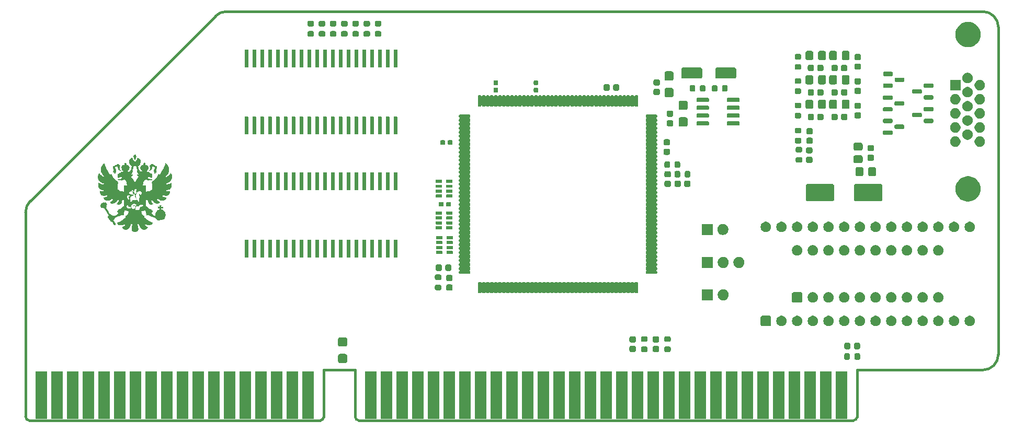
<source format=gts>
%TF.GenerationSoftware,KiCad,Pcbnew,9.0.0*%
%TF.CreationDate,2025-03-15T00:30:19+03:00*%
%TF.ProjectId,GD542x,47443534-3278-42e6-9b69-6361645f7063,rev?*%
%TF.SameCoordinates,Original*%
%TF.FileFunction,Soldermask,Top*%
%TF.FilePolarity,Negative*%
%FSLAX46Y46*%
G04 Gerber Fmt 4.6, Leading zero omitted, Abs format (unit mm)*
G04 Created by KiCad (PCBNEW 9.0.0) date 2025-03-15 00:30:19*
%MOMM*%
%LPD*%
G01*
G04 APERTURE LIST*
%TA.AperFunction,Profile*%
%ADD10C,0.381000*%
%TD*%
G04 APERTURE END LIST*
G36*
X77135340Y-106320647D02*
G01*
X77151821Y-106331659D01*
X77162833Y-106348140D01*
X77166700Y-106367580D01*
X77166700Y-113987580D01*
X77162833Y-114007020D01*
X77151821Y-114023501D01*
X77135340Y-114034513D01*
X77115900Y-114038380D01*
X75335900Y-114038380D01*
X75316460Y-114034513D01*
X75299979Y-114023501D01*
X75288967Y-114007020D01*
X75285100Y-113987580D01*
X75285100Y-106367580D01*
X75288967Y-106348140D01*
X75299979Y-106331659D01*
X75316460Y-106320647D01*
X75335900Y-106316780D01*
X77115900Y-106316780D01*
X77135340Y-106320647D01*
G37*
G36*
X79675340Y-106320647D02*
G01*
X79691821Y-106331659D01*
X79702833Y-106348140D01*
X79706700Y-106367580D01*
X79706700Y-113987580D01*
X79702833Y-114007020D01*
X79691821Y-114023501D01*
X79675340Y-114034513D01*
X79655900Y-114038380D01*
X77875900Y-114038380D01*
X77856460Y-114034513D01*
X77839979Y-114023501D01*
X77828967Y-114007020D01*
X77825100Y-113987580D01*
X77825100Y-106367580D01*
X77828967Y-106348140D01*
X77839979Y-106331659D01*
X77856460Y-106320647D01*
X77875900Y-106316780D01*
X79655900Y-106316780D01*
X79675340Y-106320647D01*
G37*
G36*
X82215340Y-106320647D02*
G01*
X82231821Y-106331659D01*
X82242833Y-106348140D01*
X82246700Y-106367580D01*
X82246700Y-113987580D01*
X82242833Y-114007020D01*
X82231821Y-114023501D01*
X82215340Y-114034513D01*
X82195900Y-114038380D01*
X80415900Y-114038380D01*
X80396460Y-114034513D01*
X80379979Y-114023501D01*
X80368967Y-114007020D01*
X80365100Y-113987580D01*
X80365100Y-106367580D01*
X80368967Y-106348140D01*
X80379979Y-106331659D01*
X80396460Y-106320647D01*
X80415900Y-106316780D01*
X82195900Y-106316780D01*
X82215340Y-106320647D01*
G37*
G36*
X84755340Y-106320647D02*
G01*
X84771821Y-106331659D01*
X84782833Y-106348140D01*
X84786700Y-106367580D01*
X84786700Y-113987580D01*
X84782833Y-114007020D01*
X84771821Y-114023501D01*
X84755340Y-114034513D01*
X84735900Y-114038380D01*
X82955900Y-114038380D01*
X82936460Y-114034513D01*
X82919979Y-114023501D01*
X82908967Y-114007020D01*
X82905100Y-113987580D01*
X82905100Y-106367580D01*
X82908967Y-106348140D01*
X82919979Y-106331659D01*
X82936460Y-106320647D01*
X82955900Y-106316780D01*
X84735900Y-106316780D01*
X84755340Y-106320647D01*
G37*
G36*
X87295340Y-106320647D02*
G01*
X87311821Y-106331659D01*
X87322833Y-106348140D01*
X87326700Y-106367580D01*
X87326700Y-113987580D01*
X87322833Y-114007020D01*
X87311821Y-114023501D01*
X87295340Y-114034513D01*
X87275900Y-114038380D01*
X85495900Y-114038380D01*
X85476460Y-114034513D01*
X85459979Y-114023501D01*
X85448967Y-114007020D01*
X85445100Y-113987580D01*
X85445100Y-106367580D01*
X85448967Y-106348140D01*
X85459979Y-106331659D01*
X85476460Y-106320647D01*
X85495900Y-106316780D01*
X87275900Y-106316780D01*
X87295340Y-106320647D01*
G37*
G36*
X89835340Y-106320647D02*
G01*
X89851821Y-106331659D01*
X89862833Y-106348140D01*
X89866700Y-106367580D01*
X89866700Y-113987580D01*
X89862833Y-114007020D01*
X89851821Y-114023501D01*
X89835340Y-114034513D01*
X89815900Y-114038380D01*
X88035900Y-114038380D01*
X88016460Y-114034513D01*
X87999979Y-114023501D01*
X87988967Y-114007020D01*
X87985100Y-113987580D01*
X87985100Y-106367580D01*
X87988967Y-106348140D01*
X87999979Y-106331659D01*
X88016460Y-106320647D01*
X88035900Y-106316780D01*
X89815900Y-106316780D01*
X89835340Y-106320647D01*
G37*
G36*
X92375340Y-106320647D02*
G01*
X92391821Y-106331659D01*
X92402833Y-106348140D01*
X92406700Y-106367580D01*
X92406700Y-113987580D01*
X92402833Y-114007020D01*
X92391821Y-114023501D01*
X92375340Y-114034513D01*
X92355900Y-114038380D01*
X90575900Y-114038380D01*
X90556460Y-114034513D01*
X90539979Y-114023501D01*
X90528967Y-114007020D01*
X90525100Y-113987580D01*
X90525100Y-106367580D01*
X90528967Y-106348140D01*
X90539979Y-106331659D01*
X90556460Y-106320647D01*
X90575900Y-106316780D01*
X92355900Y-106316780D01*
X92375340Y-106320647D01*
G37*
G36*
X94915340Y-106320647D02*
G01*
X94931821Y-106331659D01*
X94942833Y-106348140D01*
X94946700Y-106367580D01*
X94946700Y-113987580D01*
X94942833Y-114007020D01*
X94931821Y-114023501D01*
X94915340Y-114034513D01*
X94895900Y-114038380D01*
X93115900Y-114038380D01*
X93096460Y-114034513D01*
X93079979Y-114023501D01*
X93068967Y-114007020D01*
X93065100Y-113987580D01*
X93065100Y-106367580D01*
X93068967Y-106348140D01*
X93079979Y-106331659D01*
X93096460Y-106320647D01*
X93115900Y-106316780D01*
X94895900Y-106316780D01*
X94915340Y-106320647D01*
G37*
G36*
X97455340Y-106320647D02*
G01*
X97471821Y-106331659D01*
X97482833Y-106348140D01*
X97486700Y-106367580D01*
X97486700Y-113987580D01*
X97482833Y-114007020D01*
X97471821Y-114023501D01*
X97455340Y-114034513D01*
X97435900Y-114038380D01*
X95655900Y-114038380D01*
X95636460Y-114034513D01*
X95619979Y-114023501D01*
X95608967Y-114007020D01*
X95605100Y-113987580D01*
X95605100Y-106367580D01*
X95608967Y-106348140D01*
X95619979Y-106331659D01*
X95636460Y-106320647D01*
X95655900Y-106316780D01*
X97435900Y-106316780D01*
X97455340Y-106320647D01*
G37*
G36*
X99995340Y-106320647D02*
G01*
X100011821Y-106331659D01*
X100022833Y-106348140D01*
X100026700Y-106367580D01*
X100026700Y-113987580D01*
X100022833Y-114007020D01*
X100011821Y-114023501D01*
X99995340Y-114034513D01*
X99975900Y-114038380D01*
X98195900Y-114038380D01*
X98176460Y-114034513D01*
X98159979Y-114023501D01*
X98148967Y-114007020D01*
X98145100Y-113987580D01*
X98145100Y-106367580D01*
X98148967Y-106348140D01*
X98159979Y-106331659D01*
X98176460Y-106320647D01*
X98195900Y-106316780D01*
X99975900Y-106316780D01*
X99995340Y-106320647D01*
G37*
G36*
X102535340Y-106320647D02*
G01*
X102551821Y-106331659D01*
X102562833Y-106348140D01*
X102566700Y-106367580D01*
X102566700Y-113987580D01*
X102562833Y-114007020D01*
X102551821Y-114023501D01*
X102535340Y-114034513D01*
X102515900Y-114038380D01*
X100735900Y-114038380D01*
X100716460Y-114034513D01*
X100699979Y-114023501D01*
X100688967Y-114007020D01*
X100685100Y-113987580D01*
X100685100Y-106367580D01*
X100688967Y-106348140D01*
X100699979Y-106331659D01*
X100716460Y-106320647D01*
X100735900Y-106316780D01*
X102515900Y-106316780D01*
X102535340Y-106320647D01*
G37*
G36*
X105075340Y-106320647D02*
G01*
X105091821Y-106331659D01*
X105102833Y-106348140D01*
X105106700Y-106367580D01*
X105106700Y-113987580D01*
X105102833Y-114007020D01*
X105091821Y-114023501D01*
X105075340Y-114034513D01*
X105055900Y-114038380D01*
X103275900Y-114038380D01*
X103256460Y-114034513D01*
X103239979Y-114023501D01*
X103228967Y-114007020D01*
X103225100Y-113987580D01*
X103225100Y-106367580D01*
X103228967Y-106348140D01*
X103239979Y-106331659D01*
X103256460Y-106320647D01*
X103275900Y-106316780D01*
X105055900Y-106316780D01*
X105075340Y-106320647D01*
G37*
G36*
X107615340Y-106320647D02*
G01*
X107631821Y-106331659D01*
X107642833Y-106348140D01*
X107646700Y-106367580D01*
X107646700Y-113987580D01*
X107642833Y-114007020D01*
X107631821Y-114023501D01*
X107615340Y-114034513D01*
X107595900Y-114038380D01*
X105815900Y-114038380D01*
X105796460Y-114034513D01*
X105779979Y-114023501D01*
X105768967Y-114007020D01*
X105765100Y-113987580D01*
X105765100Y-106367580D01*
X105768967Y-106348140D01*
X105779979Y-106331659D01*
X105796460Y-106320647D01*
X105815900Y-106316780D01*
X107595900Y-106316780D01*
X107615340Y-106320647D01*
G37*
G36*
X110155340Y-106320647D02*
G01*
X110171821Y-106331659D01*
X110182833Y-106348140D01*
X110186700Y-106367580D01*
X110186700Y-113987580D01*
X110182833Y-114007020D01*
X110171821Y-114023501D01*
X110155340Y-114034513D01*
X110135900Y-114038380D01*
X108355900Y-114038380D01*
X108336460Y-114034513D01*
X108319979Y-114023501D01*
X108308967Y-114007020D01*
X108305100Y-113987580D01*
X108305100Y-106367580D01*
X108308967Y-106348140D01*
X108319979Y-106331659D01*
X108336460Y-106320647D01*
X108355900Y-106316780D01*
X110135900Y-106316780D01*
X110155340Y-106320647D01*
G37*
G36*
X112695340Y-106320647D02*
G01*
X112711821Y-106331659D01*
X112722833Y-106348140D01*
X112726700Y-106367580D01*
X112726700Y-113987580D01*
X112722833Y-114007020D01*
X112711821Y-114023501D01*
X112695340Y-114034513D01*
X112675900Y-114038380D01*
X110895900Y-114038380D01*
X110876460Y-114034513D01*
X110859979Y-114023501D01*
X110848967Y-114007020D01*
X110845100Y-113987580D01*
X110845100Y-106367580D01*
X110848967Y-106348140D01*
X110859979Y-106331659D01*
X110876460Y-106320647D01*
X110895900Y-106316780D01*
X112675900Y-106316780D01*
X112695340Y-106320647D01*
G37*
G36*
X115235340Y-106320647D02*
G01*
X115251821Y-106331659D01*
X115262833Y-106348140D01*
X115266700Y-106367580D01*
X115266700Y-113987580D01*
X115262833Y-114007020D01*
X115251821Y-114023501D01*
X115235340Y-114034513D01*
X115215900Y-114038380D01*
X113435900Y-114038380D01*
X113416460Y-114034513D01*
X113399979Y-114023501D01*
X113388967Y-114007020D01*
X113385100Y-113987580D01*
X113385100Y-106367580D01*
X113388967Y-106348140D01*
X113399979Y-106331659D01*
X113416460Y-106320647D01*
X113435900Y-106316780D01*
X115215900Y-106316780D01*
X115235340Y-106320647D01*
G37*
G36*
X117775340Y-106320647D02*
G01*
X117791821Y-106331659D01*
X117802833Y-106348140D01*
X117806700Y-106367580D01*
X117806700Y-113987580D01*
X117802833Y-114007020D01*
X117791821Y-114023501D01*
X117775340Y-114034513D01*
X117755900Y-114038380D01*
X115975900Y-114038380D01*
X115956460Y-114034513D01*
X115939979Y-114023501D01*
X115928967Y-114007020D01*
X115925100Y-113987580D01*
X115925100Y-106367580D01*
X115928967Y-106348140D01*
X115939979Y-106331659D01*
X115956460Y-106320647D01*
X115975900Y-106316780D01*
X117755900Y-106316780D01*
X117775340Y-106320647D01*
G37*
G36*
X120315340Y-106320647D02*
G01*
X120331821Y-106331659D01*
X120342833Y-106348140D01*
X120346700Y-106367580D01*
X120346700Y-113987580D01*
X120342833Y-114007020D01*
X120331821Y-114023501D01*
X120315340Y-114034513D01*
X120295900Y-114038380D01*
X118515900Y-114038380D01*
X118496460Y-114034513D01*
X118479979Y-114023501D01*
X118468967Y-114007020D01*
X118465100Y-113987580D01*
X118465100Y-106367580D01*
X118468967Y-106348140D01*
X118479979Y-106331659D01*
X118496460Y-106320647D01*
X118515900Y-106316780D01*
X120295900Y-106316780D01*
X120315340Y-106320647D01*
G37*
G36*
X130475340Y-106320647D02*
G01*
X130491821Y-106331659D01*
X130502833Y-106348140D01*
X130506700Y-106367580D01*
X130506700Y-113987580D01*
X130502833Y-114007020D01*
X130491821Y-114023501D01*
X130475340Y-114034513D01*
X130455900Y-114038380D01*
X128675900Y-114038380D01*
X128656460Y-114034513D01*
X128639979Y-114023501D01*
X128628967Y-114007020D01*
X128625100Y-113987580D01*
X128625100Y-106367580D01*
X128628967Y-106348140D01*
X128639979Y-106331659D01*
X128656460Y-106320647D01*
X128675900Y-106316780D01*
X130455900Y-106316780D01*
X130475340Y-106320647D01*
G37*
G36*
X133015340Y-106320647D02*
G01*
X133031821Y-106331659D01*
X133042833Y-106348140D01*
X133046700Y-106367580D01*
X133046700Y-113987580D01*
X133042833Y-114007020D01*
X133031821Y-114023501D01*
X133015340Y-114034513D01*
X132995900Y-114038380D01*
X131215900Y-114038380D01*
X131196460Y-114034513D01*
X131179979Y-114023501D01*
X131168967Y-114007020D01*
X131165100Y-113987580D01*
X131165100Y-106367580D01*
X131168967Y-106348140D01*
X131179979Y-106331659D01*
X131196460Y-106320647D01*
X131215900Y-106316780D01*
X132995900Y-106316780D01*
X133015340Y-106320647D01*
G37*
G36*
X135555340Y-106320647D02*
G01*
X135571821Y-106331659D01*
X135582833Y-106348140D01*
X135586700Y-106367580D01*
X135586700Y-113987580D01*
X135582833Y-114007020D01*
X135571821Y-114023501D01*
X135555340Y-114034513D01*
X135535900Y-114038380D01*
X133755900Y-114038380D01*
X133736460Y-114034513D01*
X133719979Y-114023501D01*
X133708967Y-114007020D01*
X133705100Y-113987580D01*
X133705100Y-106367580D01*
X133708967Y-106348140D01*
X133719979Y-106331659D01*
X133736460Y-106320647D01*
X133755900Y-106316780D01*
X135535900Y-106316780D01*
X135555340Y-106320647D01*
G37*
G36*
X138095340Y-106320647D02*
G01*
X138111821Y-106331659D01*
X138122833Y-106348140D01*
X138126700Y-106367580D01*
X138126700Y-113987580D01*
X138122833Y-114007020D01*
X138111821Y-114023501D01*
X138095340Y-114034513D01*
X138075900Y-114038380D01*
X136295900Y-114038380D01*
X136276460Y-114034513D01*
X136259979Y-114023501D01*
X136248967Y-114007020D01*
X136245100Y-113987580D01*
X136245100Y-106367580D01*
X136248967Y-106348140D01*
X136259979Y-106331659D01*
X136276460Y-106320647D01*
X136295900Y-106316780D01*
X138075900Y-106316780D01*
X138095340Y-106320647D01*
G37*
G36*
X140635340Y-106320647D02*
G01*
X140651821Y-106331659D01*
X140662833Y-106348140D01*
X140666700Y-106367580D01*
X140666700Y-113987580D01*
X140662833Y-114007020D01*
X140651821Y-114023501D01*
X140635340Y-114034513D01*
X140615900Y-114038380D01*
X138835900Y-114038380D01*
X138816460Y-114034513D01*
X138799979Y-114023501D01*
X138788967Y-114007020D01*
X138785100Y-113987580D01*
X138785100Y-106367580D01*
X138788967Y-106348140D01*
X138799979Y-106331659D01*
X138816460Y-106320647D01*
X138835900Y-106316780D01*
X140615900Y-106316780D01*
X140635340Y-106320647D01*
G37*
G36*
X143175340Y-106320647D02*
G01*
X143191821Y-106331659D01*
X143202833Y-106348140D01*
X143206700Y-106367580D01*
X143206700Y-113987580D01*
X143202833Y-114007020D01*
X143191821Y-114023501D01*
X143175340Y-114034513D01*
X143155900Y-114038380D01*
X141375900Y-114038380D01*
X141356460Y-114034513D01*
X141339979Y-114023501D01*
X141328967Y-114007020D01*
X141325100Y-113987580D01*
X141325100Y-106367580D01*
X141328967Y-106348140D01*
X141339979Y-106331659D01*
X141356460Y-106320647D01*
X141375900Y-106316780D01*
X143155900Y-106316780D01*
X143175340Y-106320647D01*
G37*
G36*
X145715340Y-106320647D02*
G01*
X145731821Y-106331659D01*
X145742833Y-106348140D01*
X145746700Y-106367580D01*
X145746700Y-113987580D01*
X145742833Y-114007020D01*
X145731821Y-114023501D01*
X145715340Y-114034513D01*
X145695900Y-114038380D01*
X143915900Y-114038380D01*
X143896460Y-114034513D01*
X143879979Y-114023501D01*
X143868967Y-114007020D01*
X143865100Y-113987580D01*
X143865100Y-106367580D01*
X143868967Y-106348140D01*
X143879979Y-106331659D01*
X143896460Y-106320647D01*
X143915900Y-106316780D01*
X145695900Y-106316780D01*
X145715340Y-106320647D01*
G37*
G36*
X148255340Y-106320647D02*
G01*
X148271821Y-106331659D01*
X148282833Y-106348140D01*
X148286700Y-106367580D01*
X148286700Y-113987580D01*
X148282833Y-114007020D01*
X148271821Y-114023501D01*
X148255340Y-114034513D01*
X148235900Y-114038380D01*
X146455900Y-114038380D01*
X146436460Y-114034513D01*
X146419979Y-114023501D01*
X146408967Y-114007020D01*
X146405100Y-113987580D01*
X146405100Y-106367580D01*
X146408967Y-106348140D01*
X146419979Y-106331659D01*
X146436460Y-106320647D01*
X146455900Y-106316780D01*
X148235900Y-106316780D01*
X148255340Y-106320647D01*
G37*
G36*
X150795340Y-106320647D02*
G01*
X150811821Y-106331659D01*
X150822833Y-106348140D01*
X150826700Y-106367580D01*
X150826700Y-113987580D01*
X150822833Y-114007020D01*
X150811821Y-114023501D01*
X150795340Y-114034513D01*
X150775900Y-114038380D01*
X148995900Y-114038380D01*
X148976460Y-114034513D01*
X148959979Y-114023501D01*
X148948967Y-114007020D01*
X148945100Y-113987580D01*
X148945100Y-106367580D01*
X148948967Y-106348140D01*
X148959979Y-106331659D01*
X148976460Y-106320647D01*
X148995900Y-106316780D01*
X150775900Y-106316780D01*
X150795340Y-106320647D01*
G37*
G36*
X153335340Y-106320647D02*
G01*
X153351821Y-106331659D01*
X153362833Y-106348140D01*
X153366700Y-106367580D01*
X153366700Y-113987580D01*
X153362833Y-114007020D01*
X153351821Y-114023501D01*
X153335340Y-114034513D01*
X153315900Y-114038380D01*
X151535900Y-114038380D01*
X151516460Y-114034513D01*
X151499979Y-114023501D01*
X151488967Y-114007020D01*
X151485100Y-113987580D01*
X151485100Y-106367580D01*
X151488967Y-106348140D01*
X151499979Y-106331659D01*
X151516460Y-106320647D01*
X151535900Y-106316780D01*
X153315900Y-106316780D01*
X153335340Y-106320647D01*
G37*
G36*
X155875340Y-106320647D02*
G01*
X155891821Y-106331659D01*
X155902833Y-106348140D01*
X155906700Y-106367580D01*
X155906700Y-113987580D01*
X155902833Y-114007020D01*
X155891821Y-114023501D01*
X155875340Y-114034513D01*
X155855900Y-114038380D01*
X154075900Y-114038380D01*
X154056460Y-114034513D01*
X154039979Y-114023501D01*
X154028967Y-114007020D01*
X154025100Y-113987580D01*
X154025100Y-106367580D01*
X154028967Y-106348140D01*
X154039979Y-106331659D01*
X154056460Y-106320647D01*
X154075900Y-106316780D01*
X155855900Y-106316780D01*
X155875340Y-106320647D01*
G37*
G36*
X158415340Y-106320647D02*
G01*
X158431821Y-106331659D01*
X158442833Y-106348140D01*
X158446700Y-106367580D01*
X158446700Y-113987580D01*
X158442833Y-114007020D01*
X158431821Y-114023501D01*
X158415340Y-114034513D01*
X158395900Y-114038380D01*
X156615900Y-114038380D01*
X156596460Y-114034513D01*
X156579979Y-114023501D01*
X156568967Y-114007020D01*
X156565100Y-113987580D01*
X156565100Y-106367580D01*
X156568967Y-106348140D01*
X156579979Y-106331659D01*
X156596460Y-106320647D01*
X156615900Y-106316780D01*
X158395900Y-106316780D01*
X158415340Y-106320647D01*
G37*
G36*
X160955340Y-106320647D02*
G01*
X160971821Y-106331659D01*
X160982833Y-106348140D01*
X160986700Y-106367580D01*
X160986700Y-113987580D01*
X160982833Y-114007020D01*
X160971821Y-114023501D01*
X160955340Y-114034513D01*
X160935900Y-114038380D01*
X159155900Y-114038380D01*
X159136460Y-114034513D01*
X159119979Y-114023501D01*
X159108967Y-114007020D01*
X159105100Y-113987580D01*
X159105100Y-106367580D01*
X159108967Y-106348140D01*
X159119979Y-106331659D01*
X159136460Y-106320647D01*
X159155900Y-106316780D01*
X160935900Y-106316780D01*
X160955340Y-106320647D01*
G37*
G36*
X163495340Y-106320647D02*
G01*
X163511821Y-106331659D01*
X163522833Y-106348140D01*
X163526700Y-106367580D01*
X163526700Y-113987580D01*
X163522833Y-114007020D01*
X163511821Y-114023501D01*
X163495340Y-114034513D01*
X163475900Y-114038380D01*
X161695900Y-114038380D01*
X161676460Y-114034513D01*
X161659979Y-114023501D01*
X161648967Y-114007020D01*
X161645100Y-113987580D01*
X161645100Y-106367580D01*
X161648967Y-106348140D01*
X161659979Y-106331659D01*
X161676460Y-106320647D01*
X161695900Y-106316780D01*
X163475900Y-106316780D01*
X163495340Y-106320647D01*
G37*
G36*
X166035340Y-106320647D02*
G01*
X166051821Y-106331659D01*
X166062833Y-106348140D01*
X166066700Y-106367580D01*
X166066700Y-113987580D01*
X166062833Y-114007020D01*
X166051821Y-114023501D01*
X166035340Y-114034513D01*
X166015900Y-114038380D01*
X164235900Y-114038380D01*
X164216460Y-114034513D01*
X164199979Y-114023501D01*
X164188967Y-114007020D01*
X164185100Y-113987580D01*
X164185100Y-106367580D01*
X164188967Y-106348140D01*
X164199979Y-106331659D01*
X164216460Y-106320647D01*
X164235900Y-106316780D01*
X166015900Y-106316780D01*
X166035340Y-106320647D01*
G37*
G36*
X168575340Y-106320647D02*
G01*
X168591821Y-106331659D01*
X168602833Y-106348140D01*
X168606700Y-106367580D01*
X168606700Y-113987580D01*
X168602833Y-114007020D01*
X168591821Y-114023501D01*
X168575340Y-114034513D01*
X168555900Y-114038380D01*
X166775900Y-114038380D01*
X166756460Y-114034513D01*
X166739979Y-114023501D01*
X166728967Y-114007020D01*
X166725100Y-113987580D01*
X166725100Y-106367580D01*
X166728967Y-106348140D01*
X166739979Y-106331659D01*
X166756460Y-106320647D01*
X166775900Y-106316780D01*
X168555900Y-106316780D01*
X168575340Y-106320647D01*
G37*
G36*
X171115340Y-106320647D02*
G01*
X171131821Y-106331659D01*
X171142833Y-106348140D01*
X171146700Y-106367580D01*
X171146700Y-113987580D01*
X171142833Y-114007020D01*
X171131821Y-114023501D01*
X171115340Y-114034513D01*
X171095900Y-114038380D01*
X169315900Y-114038380D01*
X169296460Y-114034513D01*
X169279979Y-114023501D01*
X169268967Y-114007020D01*
X169265100Y-113987580D01*
X169265100Y-106367580D01*
X169268967Y-106348140D01*
X169279979Y-106331659D01*
X169296460Y-106320647D01*
X169315900Y-106316780D01*
X171095900Y-106316780D01*
X171115340Y-106320647D01*
G37*
G36*
X173655340Y-106320647D02*
G01*
X173671821Y-106331659D01*
X173682833Y-106348140D01*
X173686700Y-106367580D01*
X173686700Y-113987580D01*
X173682833Y-114007020D01*
X173671821Y-114023501D01*
X173655340Y-114034513D01*
X173635900Y-114038380D01*
X171855900Y-114038380D01*
X171836460Y-114034513D01*
X171819979Y-114023501D01*
X171808967Y-114007020D01*
X171805100Y-113987580D01*
X171805100Y-106367580D01*
X171808967Y-106348140D01*
X171819979Y-106331659D01*
X171836460Y-106320647D01*
X171855900Y-106316780D01*
X173635900Y-106316780D01*
X173655340Y-106320647D01*
G37*
G36*
X176195340Y-106320647D02*
G01*
X176211821Y-106331659D01*
X176222833Y-106348140D01*
X176226700Y-106367580D01*
X176226700Y-113987580D01*
X176222833Y-114007020D01*
X176211821Y-114023501D01*
X176195340Y-114034513D01*
X176175900Y-114038380D01*
X174395900Y-114038380D01*
X174376460Y-114034513D01*
X174359979Y-114023501D01*
X174348967Y-114007020D01*
X174345100Y-113987580D01*
X174345100Y-106367580D01*
X174348967Y-106348140D01*
X174359979Y-106331659D01*
X174376460Y-106320647D01*
X174395900Y-106316780D01*
X176175900Y-106316780D01*
X176195340Y-106320647D01*
G37*
G36*
X178735340Y-106320647D02*
G01*
X178751821Y-106331659D01*
X178762833Y-106348140D01*
X178766700Y-106367580D01*
X178766700Y-113987580D01*
X178762833Y-114007020D01*
X178751821Y-114023501D01*
X178735340Y-114034513D01*
X178715900Y-114038380D01*
X176935900Y-114038380D01*
X176916460Y-114034513D01*
X176899979Y-114023501D01*
X176888967Y-114007020D01*
X176885100Y-113987580D01*
X176885100Y-106367580D01*
X176888967Y-106348140D01*
X176899979Y-106331659D01*
X176916460Y-106320647D01*
X176935900Y-106316780D01*
X178715900Y-106316780D01*
X178735340Y-106320647D01*
G37*
G36*
X181275340Y-106320647D02*
G01*
X181291821Y-106331659D01*
X181302833Y-106348140D01*
X181306700Y-106367580D01*
X181306700Y-113987580D01*
X181302833Y-114007020D01*
X181291821Y-114023501D01*
X181275340Y-114034513D01*
X181255900Y-114038380D01*
X179475900Y-114038380D01*
X179456460Y-114034513D01*
X179439979Y-114023501D01*
X179428967Y-114007020D01*
X179425100Y-113987580D01*
X179425100Y-106367580D01*
X179428967Y-106348140D01*
X179439979Y-106331659D01*
X179456460Y-106320647D01*
X179475900Y-106316780D01*
X181255900Y-106316780D01*
X181275340Y-106320647D01*
G37*
G36*
X183815340Y-106320647D02*
G01*
X183831821Y-106331659D01*
X183842833Y-106348140D01*
X183846700Y-106367580D01*
X183846700Y-113987580D01*
X183842833Y-114007020D01*
X183831821Y-114023501D01*
X183815340Y-114034513D01*
X183795900Y-114038380D01*
X182015900Y-114038380D01*
X181996460Y-114034513D01*
X181979979Y-114023501D01*
X181968967Y-114007020D01*
X181965100Y-113987580D01*
X181965100Y-106367580D01*
X181968967Y-106348140D01*
X181979979Y-106331659D01*
X181996460Y-106320647D01*
X182015900Y-106316780D01*
X183795900Y-106316780D01*
X183815340Y-106320647D01*
G37*
G36*
X186355340Y-106320647D02*
G01*
X186371821Y-106331659D01*
X186382833Y-106348140D01*
X186386700Y-106367580D01*
X186386700Y-113987580D01*
X186382833Y-114007020D01*
X186371821Y-114023501D01*
X186355340Y-114034513D01*
X186335900Y-114038380D01*
X184555900Y-114038380D01*
X184536460Y-114034513D01*
X184519979Y-114023501D01*
X184508967Y-114007020D01*
X184505100Y-113987580D01*
X184505100Y-106367580D01*
X184508967Y-106348140D01*
X184519979Y-106331659D01*
X184536460Y-106320647D01*
X184555900Y-106316780D01*
X186335900Y-106316780D01*
X186355340Y-106320647D01*
G37*
G36*
X188895340Y-106320647D02*
G01*
X188911821Y-106331659D01*
X188922833Y-106348140D01*
X188926700Y-106367580D01*
X188926700Y-113987580D01*
X188922833Y-114007020D01*
X188911821Y-114023501D01*
X188895340Y-114034513D01*
X188875900Y-114038380D01*
X187095900Y-114038380D01*
X187076460Y-114034513D01*
X187059979Y-114023501D01*
X187048967Y-114007020D01*
X187045100Y-113987580D01*
X187045100Y-106367580D01*
X187048967Y-106348140D01*
X187059979Y-106331659D01*
X187076460Y-106320647D01*
X187095900Y-106316780D01*
X188875900Y-106316780D01*
X188895340Y-106320647D01*
G37*
G36*
X191435340Y-106320647D02*
G01*
X191451821Y-106331659D01*
X191462833Y-106348140D01*
X191466700Y-106367580D01*
X191466700Y-113987580D01*
X191462833Y-114007020D01*
X191451821Y-114023501D01*
X191435340Y-114034513D01*
X191415900Y-114038380D01*
X189635900Y-114038380D01*
X189616460Y-114034513D01*
X189599979Y-114023501D01*
X189588967Y-114007020D01*
X189585100Y-113987580D01*
X189585100Y-106367580D01*
X189588967Y-106348140D01*
X189599979Y-106331659D01*
X189616460Y-106320647D01*
X189635900Y-106316780D01*
X191415900Y-106316780D01*
X191435340Y-106320647D01*
G37*
G36*
X193975340Y-106320647D02*
G01*
X193991821Y-106331659D01*
X194002833Y-106348140D01*
X194006700Y-106367580D01*
X194006700Y-113987580D01*
X194002833Y-114007020D01*
X193991821Y-114023501D01*
X193975340Y-114034513D01*
X193955900Y-114038380D01*
X192175900Y-114038380D01*
X192156460Y-114034513D01*
X192139979Y-114023501D01*
X192128967Y-114007020D01*
X192125100Y-113987580D01*
X192125100Y-106367580D01*
X192128967Y-106348140D01*
X192139979Y-106331659D01*
X192156460Y-106320647D01*
X192175900Y-106316780D01*
X193955900Y-106316780D01*
X193975340Y-106320647D01*
G37*
G36*
X196515340Y-106320647D02*
G01*
X196531821Y-106331659D01*
X196542833Y-106348140D01*
X196546700Y-106367580D01*
X196546700Y-113987580D01*
X196542833Y-114007020D01*
X196531821Y-114023501D01*
X196515340Y-114034513D01*
X196495900Y-114038380D01*
X194715900Y-114038380D01*
X194696460Y-114034513D01*
X194679979Y-114023501D01*
X194668967Y-114007020D01*
X194665100Y-113987580D01*
X194665100Y-106367580D01*
X194668967Y-106348140D01*
X194679979Y-106331659D01*
X194696460Y-106320647D01*
X194715900Y-106316780D01*
X196495900Y-106316780D01*
X196515340Y-106320647D01*
G37*
G36*
X199055340Y-106320647D02*
G01*
X199071821Y-106331659D01*
X199082833Y-106348140D01*
X199086700Y-106367580D01*
X199086700Y-113987580D01*
X199082833Y-114007020D01*
X199071821Y-114023501D01*
X199055340Y-114034513D01*
X199035900Y-114038380D01*
X197255900Y-114038380D01*
X197236460Y-114034513D01*
X197219979Y-114023501D01*
X197208967Y-114007020D01*
X197205100Y-113987580D01*
X197205100Y-106367580D01*
X197208967Y-106348140D01*
X197219979Y-106331659D01*
X197236460Y-106320647D01*
X197255900Y-106316780D01*
X199035900Y-106316780D01*
X199055340Y-106320647D01*
G37*
G36*
X201595340Y-106320647D02*
G01*
X201611821Y-106331659D01*
X201622833Y-106348140D01*
X201626700Y-106367580D01*
X201626700Y-113987580D01*
X201622833Y-114007020D01*
X201611821Y-114023501D01*
X201595340Y-114034513D01*
X201575900Y-114038380D01*
X199795900Y-114038380D01*
X199776460Y-114034513D01*
X199759979Y-114023501D01*
X199748967Y-114007020D01*
X199745100Y-113987580D01*
X199745100Y-106367580D01*
X199748967Y-106348140D01*
X199759979Y-106331659D01*
X199776460Y-106320647D01*
X199795900Y-106316780D01*
X201575900Y-106316780D01*
X201595340Y-106320647D01*
G37*
G36*
X204135340Y-106320647D02*
G01*
X204151821Y-106331659D01*
X204162833Y-106348140D01*
X204166700Y-106367580D01*
X204166700Y-113987580D01*
X204162833Y-114007020D01*
X204151821Y-114023501D01*
X204135340Y-114034513D01*
X204115900Y-114038380D01*
X202335900Y-114038380D01*
X202316460Y-114034513D01*
X202299979Y-114023501D01*
X202288967Y-114007020D01*
X202285100Y-113987580D01*
X202285100Y-106367580D01*
X202288967Y-106348140D01*
X202299979Y-106331659D01*
X202316460Y-106320647D01*
X202335900Y-106316780D01*
X204115900Y-106316780D01*
X204135340Y-106320647D01*
G37*
G36*
X206675340Y-106320647D02*
G01*
X206691821Y-106331659D01*
X206702833Y-106348140D01*
X206706700Y-106367580D01*
X206706700Y-113987580D01*
X206702833Y-114007020D01*
X206691821Y-114023501D01*
X206675340Y-114034513D01*
X206655900Y-114038380D01*
X204875900Y-114038380D01*
X204856460Y-114034513D01*
X204839979Y-114023501D01*
X204828967Y-114007020D01*
X204825100Y-113987580D01*
X204825100Y-106367580D01*
X204828967Y-106348140D01*
X204839979Y-106331659D01*
X204856460Y-106320647D01*
X204875900Y-106316780D01*
X206655900Y-106316780D01*
X206675340Y-106320647D01*
G37*
G36*
X125493868Y-103507190D02*
G01*
X125508572Y-103513682D01*
X125517566Y-103515107D01*
X125555026Y-103534193D01*
X125594993Y-103551841D01*
X125600532Y-103557380D01*
X125601073Y-103557656D01*
X125667343Y-103623926D01*
X125667618Y-103624466D01*
X125673159Y-103630007D01*
X125690809Y-103669980D01*
X125709892Y-103707433D01*
X125711316Y-103716424D01*
X125717810Y-103731132D01*
X125725800Y-103800000D01*
X125725800Y-104700000D01*
X125717810Y-104768868D01*
X125711315Y-104783575D01*
X125709892Y-104792566D01*
X125690812Y-104830011D01*
X125673159Y-104869993D01*
X125667617Y-104875534D01*
X125667343Y-104876073D01*
X125601073Y-104942343D01*
X125600534Y-104942617D01*
X125594993Y-104948159D01*
X125555011Y-104965812D01*
X125517566Y-104984892D01*
X125508575Y-104986315D01*
X125493868Y-104992810D01*
X125425000Y-105000800D01*
X124575000Y-105000800D01*
X124506132Y-104992810D01*
X124491424Y-104986316D01*
X124482433Y-104984892D01*
X124444980Y-104965809D01*
X124405007Y-104948159D01*
X124399466Y-104942618D01*
X124398926Y-104942343D01*
X124332656Y-104876073D01*
X124332380Y-104875532D01*
X124326841Y-104869993D01*
X124309193Y-104830026D01*
X124290107Y-104792566D01*
X124288682Y-104783572D01*
X124282190Y-104768868D01*
X124274200Y-104700000D01*
X124274200Y-103800000D01*
X124282190Y-103731132D01*
X124288682Y-103716428D01*
X124290107Y-103707433D01*
X124309197Y-103669966D01*
X124326841Y-103630007D01*
X124332379Y-103624468D01*
X124332656Y-103623926D01*
X124398926Y-103557656D01*
X124399468Y-103557379D01*
X124405007Y-103551841D01*
X124444966Y-103534197D01*
X124482433Y-103515107D01*
X124491428Y-103513682D01*
X124506132Y-103507190D01*
X124575000Y-103499200D01*
X125425000Y-103499200D01*
X125493868Y-103507190D01*
G37*
G36*
X206894839Y-103403146D02*
G01*
X206945215Y-103410486D01*
X206954460Y-103415005D01*
X206970977Y-103418291D01*
X206997683Y-103436136D01*
X207019929Y-103447011D01*
X207031951Y-103459033D01*
X207052342Y-103472658D01*
X207065966Y-103493048D01*
X207077988Y-103505070D01*
X207088861Y-103527313D01*
X207106709Y-103554023D01*
X207109994Y-103570541D01*
X207114513Y-103579784D01*
X207121850Y-103630144D01*
X207125800Y-103650000D01*
X207125800Y-104200000D01*
X207121849Y-104219858D01*
X207114513Y-104270215D01*
X207109995Y-104279456D01*
X207106709Y-104295977D01*
X207088860Y-104322689D01*
X207077988Y-104344929D01*
X207065968Y-104356948D01*
X207052342Y-104377342D01*
X207031948Y-104390968D01*
X207019929Y-104402988D01*
X206997689Y-104413860D01*
X206970977Y-104431709D01*
X206954456Y-104434995D01*
X206945215Y-104439513D01*
X206894858Y-104446849D01*
X206875000Y-104450800D01*
X206475000Y-104450800D01*
X206455144Y-104446850D01*
X206404784Y-104439513D01*
X206395541Y-104434994D01*
X206379023Y-104431709D01*
X206352313Y-104413861D01*
X206330070Y-104402988D01*
X206318048Y-104390966D01*
X206297658Y-104377342D01*
X206284033Y-104356951D01*
X206272011Y-104344929D01*
X206261136Y-104322683D01*
X206243291Y-104295977D01*
X206240005Y-104279460D01*
X206235486Y-104270215D01*
X206228146Y-104219839D01*
X206224200Y-104200000D01*
X206224200Y-103650000D01*
X206228145Y-103630162D01*
X206235486Y-103579784D01*
X206240005Y-103570538D01*
X206243291Y-103554023D01*
X206261134Y-103527318D01*
X206272011Y-103505070D01*
X206284035Y-103493045D01*
X206297658Y-103472658D01*
X206318045Y-103459035D01*
X206330070Y-103447011D01*
X206352318Y-103436134D01*
X206379023Y-103418291D01*
X206395538Y-103415005D01*
X206404784Y-103410486D01*
X206455162Y-103403145D01*
X206475000Y-103399200D01*
X206875000Y-103399200D01*
X206894839Y-103403146D01*
G37*
G36*
X208544839Y-103403146D02*
G01*
X208595215Y-103410486D01*
X208604460Y-103415005D01*
X208620977Y-103418291D01*
X208647683Y-103436136D01*
X208669929Y-103447011D01*
X208681951Y-103459033D01*
X208702342Y-103472658D01*
X208715966Y-103493048D01*
X208727988Y-103505070D01*
X208738861Y-103527313D01*
X208756709Y-103554023D01*
X208759994Y-103570541D01*
X208764513Y-103579784D01*
X208771850Y-103630144D01*
X208775800Y-103650000D01*
X208775800Y-104200000D01*
X208771849Y-104219858D01*
X208764513Y-104270215D01*
X208759995Y-104279456D01*
X208756709Y-104295977D01*
X208738860Y-104322689D01*
X208727988Y-104344929D01*
X208715968Y-104356948D01*
X208702342Y-104377342D01*
X208681948Y-104390968D01*
X208669929Y-104402988D01*
X208647689Y-104413860D01*
X208620977Y-104431709D01*
X208604456Y-104434995D01*
X208595215Y-104439513D01*
X208544858Y-104446849D01*
X208525000Y-104450800D01*
X208125000Y-104450800D01*
X208105144Y-104446850D01*
X208054784Y-104439513D01*
X208045541Y-104434994D01*
X208029023Y-104431709D01*
X208002313Y-104413861D01*
X207980070Y-104402988D01*
X207968048Y-104390966D01*
X207947658Y-104377342D01*
X207934033Y-104356951D01*
X207922011Y-104344929D01*
X207911136Y-104322683D01*
X207893291Y-104295977D01*
X207890005Y-104279460D01*
X207885486Y-104270215D01*
X207878146Y-104219839D01*
X207874200Y-104200000D01*
X207874200Y-103650000D01*
X207878145Y-103630162D01*
X207885486Y-103579784D01*
X207890005Y-103570538D01*
X207893291Y-103554023D01*
X207911134Y-103527318D01*
X207922011Y-103505070D01*
X207934035Y-103493045D01*
X207947658Y-103472658D01*
X207968045Y-103459035D01*
X207980070Y-103447011D01*
X208002318Y-103436134D01*
X208029023Y-103418291D01*
X208045538Y-103415005D01*
X208054784Y-103410486D01*
X208105162Y-103403145D01*
X208125000Y-103399200D01*
X208525000Y-103399200D01*
X208544839Y-103403146D01*
G37*
G36*
X172227836Y-102208145D02*
G01*
X172285348Y-102216525D01*
X172295903Y-102221685D01*
X172313544Y-102225194D01*
X172342066Y-102244252D01*
X172367456Y-102256664D01*
X172381176Y-102270384D01*
X172403020Y-102284980D01*
X172417615Y-102306823D01*
X172431335Y-102320543D01*
X172443745Y-102345930D01*
X172462806Y-102374456D01*
X172466315Y-102392098D01*
X172471474Y-102402651D01*
X172479851Y-102460147D01*
X172483800Y-102480000D01*
X172483800Y-102930000D01*
X172479850Y-102949855D01*
X172471474Y-103007348D01*
X172466315Y-103017899D01*
X172462806Y-103035544D01*
X172443743Y-103064072D01*
X172431335Y-103089456D01*
X172417617Y-103103173D01*
X172403020Y-103125020D01*
X172381173Y-103139617D01*
X172367456Y-103153335D01*
X172342072Y-103165743D01*
X172313544Y-103184806D01*
X172295899Y-103188315D01*
X172285348Y-103193474D01*
X172227855Y-103201850D01*
X172208000Y-103205800D01*
X171708000Y-103205800D01*
X171688147Y-103201851D01*
X171630651Y-103193474D01*
X171620098Y-103188315D01*
X171602456Y-103184806D01*
X171573930Y-103165745D01*
X171548543Y-103153335D01*
X171534823Y-103139615D01*
X171512980Y-103125020D01*
X171498384Y-103103176D01*
X171484664Y-103089456D01*
X171472252Y-103064066D01*
X171453194Y-103035544D01*
X171449685Y-103017903D01*
X171444525Y-103007348D01*
X171436145Y-102949836D01*
X171432200Y-102930000D01*
X171432200Y-102480000D01*
X171436145Y-102460166D01*
X171444525Y-102402651D01*
X171449685Y-102392094D01*
X171453194Y-102374456D01*
X171472250Y-102345935D01*
X171484664Y-102320543D01*
X171498386Y-102306820D01*
X171512980Y-102284980D01*
X171534820Y-102270386D01*
X171548543Y-102256664D01*
X171573935Y-102244250D01*
X171602456Y-102225194D01*
X171620094Y-102221685D01*
X171630651Y-102216525D01*
X171688166Y-102208145D01*
X171708000Y-102204200D01*
X172208000Y-102204200D01*
X172227836Y-102208145D01*
G37*
G36*
X174132439Y-102308146D02*
G01*
X174182815Y-102315486D01*
X174192060Y-102320005D01*
X174208577Y-102323291D01*
X174235283Y-102341136D01*
X174257529Y-102352011D01*
X174269551Y-102364033D01*
X174289942Y-102377658D01*
X174303566Y-102398048D01*
X174315588Y-102410070D01*
X174326461Y-102432313D01*
X174344309Y-102459023D01*
X174347594Y-102475541D01*
X174352113Y-102484784D01*
X174359450Y-102535144D01*
X174363400Y-102555000D01*
X174363400Y-102955000D01*
X174359449Y-102974858D01*
X174352113Y-103025215D01*
X174347595Y-103034456D01*
X174344309Y-103050977D01*
X174326460Y-103077689D01*
X174315588Y-103099929D01*
X174303568Y-103111948D01*
X174289942Y-103132342D01*
X174269548Y-103145968D01*
X174257529Y-103157988D01*
X174235289Y-103168860D01*
X174208577Y-103186709D01*
X174192056Y-103189995D01*
X174182815Y-103194513D01*
X174132458Y-103201849D01*
X174112600Y-103205800D01*
X173562600Y-103205800D01*
X173542744Y-103201850D01*
X173492384Y-103194513D01*
X173483141Y-103189994D01*
X173466623Y-103186709D01*
X173439913Y-103168861D01*
X173417670Y-103157988D01*
X173405648Y-103145966D01*
X173385258Y-103132342D01*
X173371633Y-103111951D01*
X173359611Y-103099929D01*
X173348736Y-103077683D01*
X173330891Y-103050977D01*
X173327605Y-103034460D01*
X173323086Y-103025215D01*
X173315746Y-102974839D01*
X173311800Y-102955000D01*
X173311800Y-102555000D01*
X173315745Y-102535162D01*
X173323086Y-102484784D01*
X173327605Y-102475538D01*
X173330891Y-102459023D01*
X173348734Y-102432318D01*
X173359611Y-102410070D01*
X173371635Y-102398045D01*
X173385258Y-102377658D01*
X173405645Y-102364035D01*
X173417670Y-102352011D01*
X173439918Y-102341134D01*
X173466623Y-102323291D01*
X173483138Y-102320005D01*
X173492384Y-102315486D01*
X173542762Y-102308145D01*
X173562600Y-102304200D01*
X174112600Y-102304200D01*
X174132439Y-102308146D01*
G37*
G36*
X175987036Y-102208145D02*
G01*
X176044548Y-102216525D01*
X176055103Y-102221685D01*
X176072744Y-102225194D01*
X176101266Y-102244252D01*
X176126656Y-102256664D01*
X176140376Y-102270384D01*
X176162220Y-102284980D01*
X176176815Y-102306823D01*
X176190535Y-102320543D01*
X176202945Y-102345930D01*
X176222006Y-102374456D01*
X176225515Y-102392098D01*
X176230674Y-102402651D01*
X176239051Y-102460147D01*
X176243000Y-102480000D01*
X176243000Y-102930000D01*
X176239050Y-102949855D01*
X176230674Y-103007348D01*
X176225515Y-103017899D01*
X176222006Y-103035544D01*
X176202943Y-103064072D01*
X176190535Y-103089456D01*
X176176817Y-103103173D01*
X176162220Y-103125020D01*
X176140373Y-103139617D01*
X176126656Y-103153335D01*
X176101272Y-103165743D01*
X176072744Y-103184806D01*
X176055099Y-103188315D01*
X176044548Y-103193474D01*
X175987055Y-103201850D01*
X175967200Y-103205800D01*
X175467200Y-103205800D01*
X175447347Y-103201851D01*
X175389851Y-103193474D01*
X175379298Y-103188315D01*
X175361656Y-103184806D01*
X175333130Y-103165745D01*
X175307743Y-103153335D01*
X175294023Y-103139615D01*
X175272180Y-103125020D01*
X175257584Y-103103176D01*
X175243864Y-103089456D01*
X175231452Y-103064066D01*
X175212394Y-103035544D01*
X175208885Y-103017903D01*
X175203725Y-103007348D01*
X175195345Y-102949836D01*
X175191400Y-102930000D01*
X175191400Y-102480000D01*
X175195345Y-102460166D01*
X175203725Y-102402651D01*
X175208885Y-102392094D01*
X175212394Y-102374456D01*
X175231450Y-102345935D01*
X175243864Y-102320543D01*
X175257586Y-102306820D01*
X175272180Y-102284980D01*
X175294020Y-102270386D01*
X175307743Y-102256664D01*
X175333135Y-102244250D01*
X175361656Y-102225194D01*
X175379294Y-102221685D01*
X175389851Y-102216525D01*
X175447366Y-102208145D01*
X175467200Y-102204200D01*
X175967200Y-102204200D01*
X175987036Y-102208145D01*
G37*
G36*
X177891639Y-102308146D02*
G01*
X177942015Y-102315486D01*
X177951260Y-102320005D01*
X177967777Y-102323291D01*
X177994483Y-102341136D01*
X178016729Y-102352011D01*
X178028751Y-102364033D01*
X178049142Y-102377658D01*
X178062766Y-102398048D01*
X178074788Y-102410070D01*
X178085661Y-102432313D01*
X178103509Y-102459023D01*
X178106794Y-102475541D01*
X178111313Y-102484784D01*
X178118650Y-102535144D01*
X178122600Y-102555000D01*
X178122600Y-102955000D01*
X178118649Y-102974858D01*
X178111313Y-103025215D01*
X178106795Y-103034456D01*
X178103509Y-103050977D01*
X178085660Y-103077689D01*
X178074788Y-103099929D01*
X178062768Y-103111948D01*
X178049142Y-103132342D01*
X178028748Y-103145968D01*
X178016729Y-103157988D01*
X177994489Y-103168860D01*
X177967777Y-103186709D01*
X177951256Y-103189995D01*
X177942015Y-103194513D01*
X177891658Y-103201849D01*
X177871800Y-103205800D01*
X177321800Y-103205800D01*
X177301944Y-103201850D01*
X177251584Y-103194513D01*
X177242341Y-103189994D01*
X177225823Y-103186709D01*
X177199113Y-103168861D01*
X177176870Y-103157988D01*
X177164848Y-103145966D01*
X177144458Y-103132342D01*
X177130833Y-103111951D01*
X177118811Y-103099929D01*
X177107936Y-103077683D01*
X177090091Y-103050977D01*
X177086805Y-103034460D01*
X177082286Y-103025215D01*
X177074946Y-102974839D01*
X177071000Y-102955000D01*
X177071000Y-102555000D01*
X177074945Y-102535162D01*
X177082286Y-102484784D01*
X177086805Y-102475538D01*
X177090091Y-102459023D01*
X177107934Y-102432318D01*
X177118811Y-102410070D01*
X177130835Y-102398045D01*
X177144458Y-102377658D01*
X177164845Y-102364035D01*
X177176870Y-102352011D01*
X177199118Y-102341134D01*
X177225823Y-102323291D01*
X177242338Y-102320005D01*
X177251584Y-102315486D01*
X177301962Y-102308145D01*
X177321800Y-102304200D01*
X177871800Y-102304200D01*
X177891639Y-102308146D01*
G37*
G36*
X206969836Y-101703145D02*
G01*
X207027348Y-101711525D01*
X207037903Y-101716685D01*
X207055544Y-101720194D01*
X207084066Y-101739252D01*
X207109456Y-101751664D01*
X207123176Y-101765384D01*
X207145020Y-101779980D01*
X207159615Y-101801823D01*
X207173335Y-101815543D01*
X207185745Y-101840930D01*
X207204806Y-101869456D01*
X207208315Y-101887098D01*
X207213474Y-101897651D01*
X207221851Y-101955147D01*
X207225800Y-101975000D01*
X207225800Y-102475000D01*
X207221850Y-102494855D01*
X207213474Y-102552348D01*
X207208315Y-102562899D01*
X207204806Y-102580544D01*
X207185743Y-102609072D01*
X207173335Y-102634456D01*
X207159617Y-102648173D01*
X207145020Y-102670020D01*
X207123173Y-102684617D01*
X207109456Y-102698335D01*
X207084072Y-102710743D01*
X207055544Y-102729806D01*
X207037899Y-102733315D01*
X207027348Y-102738474D01*
X206969855Y-102746850D01*
X206950000Y-102750800D01*
X206500000Y-102750800D01*
X206480147Y-102746851D01*
X206422651Y-102738474D01*
X206412098Y-102733315D01*
X206394456Y-102729806D01*
X206365930Y-102710745D01*
X206340543Y-102698335D01*
X206326823Y-102684615D01*
X206304980Y-102670020D01*
X206290384Y-102648176D01*
X206276664Y-102634456D01*
X206264252Y-102609066D01*
X206245194Y-102580544D01*
X206241685Y-102562903D01*
X206236525Y-102552348D01*
X206228145Y-102494836D01*
X206224200Y-102475000D01*
X206224200Y-101975000D01*
X206228145Y-101955166D01*
X206236525Y-101897651D01*
X206241685Y-101887094D01*
X206245194Y-101869456D01*
X206264250Y-101840935D01*
X206276664Y-101815543D01*
X206290386Y-101801820D01*
X206304980Y-101779980D01*
X206326820Y-101765386D01*
X206340543Y-101751664D01*
X206365935Y-101739250D01*
X206394456Y-101720194D01*
X206412094Y-101716685D01*
X206422651Y-101711525D01*
X206480166Y-101703145D01*
X206500000Y-101699200D01*
X206950000Y-101699200D01*
X206969836Y-101703145D01*
G37*
G36*
X208519836Y-101703145D02*
G01*
X208577348Y-101711525D01*
X208587903Y-101716685D01*
X208605544Y-101720194D01*
X208634066Y-101739252D01*
X208659456Y-101751664D01*
X208673176Y-101765384D01*
X208695020Y-101779980D01*
X208709615Y-101801823D01*
X208723335Y-101815543D01*
X208735745Y-101840930D01*
X208754806Y-101869456D01*
X208758315Y-101887098D01*
X208763474Y-101897651D01*
X208771851Y-101955147D01*
X208775800Y-101975000D01*
X208775800Y-102475000D01*
X208771850Y-102494855D01*
X208763474Y-102552348D01*
X208758315Y-102562899D01*
X208754806Y-102580544D01*
X208735743Y-102609072D01*
X208723335Y-102634456D01*
X208709617Y-102648173D01*
X208695020Y-102670020D01*
X208673173Y-102684617D01*
X208659456Y-102698335D01*
X208634072Y-102710743D01*
X208605544Y-102729806D01*
X208587899Y-102733315D01*
X208577348Y-102738474D01*
X208519855Y-102746850D01*
X208500000Y-102750800D01*
X208050000Y-102750800D01*
X208030147Y-102746851D01*
X207972651Y-102738474D01*
X207962098Y-102733315D01*
X207944456Y-102729806D01*
X207915930Y-102710745D01*
X207890543Y-102698335D01*
X207876823Y-102684615D01*
X207854980Y-102670020D01*
X207840384Y-102648176D01*
X207826664Y-102634456D01*
X207814252Y-102609066D01*
X207795194Y-102580544D01*
X207791685Y-102562903D01*
X207786525Y-102552348D01*
X207778145Y-102494836D01*
X207774200Y-102475000D01*
X207774200Y-101975000D01*
X207778145Y-101955166D01*
X207786525Y-101897651D01*
X207791685Y-101887094D01*
X207795194Y-101869456D01*
X207814250Y-101840935D01*
X207826664Y-101815543D01*
X207840386Y-101801820D01*
X207854980Y-101779980D01*
X207876820Y-101765386D01*
X207890543Y-101751664D01*
X207915935Y-101739250D01*
X207944456Y-101720194D01*
X207962094Y-101716685D01*
X207972651Y-101711525D01*
X208030166Y-101703145D01*
X208050000Y-101699200D01*
X208500000Y-101699200D01*
X208519836Y-101703145D01*
G37*
G36*
X125493868Y-100807190D02*
G01*
X125508572Y-100813682D01*
X125517566Y-100815107D01*
X125555026Y-100834193D01*
X125594993Y-100851841D01*
X125600532Y-100857380D01*
X125601073Y-100857656D01*
X125667343Y-100923926D01*
X125667618Y-100924466D01*
X125673159Y-100930007D01*
X125690809Y-100969980D01*
X125709892Y-101007433D01*
X125711316Y-101016424D01*
X125717810Y-101031132D01*
X125725800Y-101100000D01*
X125725800Y-102000000D01*
X125717810Y-102068868D01*
X125711315Y-102083575D01*
X125709892Y-102092566D01*
X125690812Y-102130011D01*
X125673159Y-102169993D01*
X125667617Y-102175534D01*
X125667343Y-102176073D01*
X125601073Y-102242343D01*
X125600534Y-102242617D01*
X125594993Y-102248159D01*
X125555011Y-102265812D01*
X125517566Y-102284892D01*
X125508575Y-102286315D01*
X125493868Y-102292810D01*
X125425000Y-102300800D01*
X124575000Y-102300800D01*
X124506132Y-102292810D01*
X124491424Y-102286316D01*
X124482433Y-102284892D01*
X124444980Y-102265809D01*
X124405007Y-102248159D01*
X124399466Y-102242618D01*
X124398926Y-102242343D01*
X124332656Y-102176073D01*
X124332380Y-102175532D01*
X124326841Y-102169993D01*
X124309193Y-102130026D01*
X124290107Y-102092566D01*
X124288682Y-102083572D01*
X124282190Y-102068868D01*
X124274200Y-102000000D01*
X124274200Y-101100000D01*
X124282190Y-101031132D01*
X124288682Y-101016428D01*
X124290107Y-101007433D01*
X124309197Y-100969966D01*
X124326841Y-100930007D01*
X124332379Y-100924468D01*
X124332656Y-100923926D01*
X124398926Y-100857656D01*
X124399468Y-100857379D01*
X124405007Y-100851841D01*
X124444966Y-100834197D01*
X124482433Y-100815107D01*
X124491428Y-100813682D01*
X124506132Y-100807190D01*
X124575000Y-100799200D01*
X125425000Y-100799200D01*
X125493868Y-100807190D01*
G37*
G36*
X172227836Y-100658145D02*
G01*
X172285348Y-100666525D01*
X172295903Y-100671685D01*
X172313544Y-100675194D01*
X172342066Y-100694252D01*
X172367456Y-100706664D01*
X172381176Y-100720384D01*
X172403020Y-100734980D01*
X172417615Y-100756823D01*
X172431335Y-100770543D01*
X172443745Y-100795930D01*
X172462806Y-100824456D01*
X172466315Y-100842098D01*
X172471474Y-100852651D01*
X172479851Y-100910147D01*
X172483800Y-100930000D01*
X172483800Y-101380000D01*
X172479850Y-101399855D01*
X172471474Y-101457348D01*
X172466315Y-101467899D01*
X172462806Y-101485544D01*
X172443743Y-101514072D01*
X172431335Y-101539456D01*
X172417617Y-101553173D01*
X172403020Y-101575020D01*
X172381173Y-101589617D01*
X172367456Y-101603335D01*
X172342072Y-101615743D01*
X172313544Y-101634806D01*
X172295899Y-101638315D01*
X172285348Y-101643474D01*
X172227855Y-101651850D01*
X172208000Y-101655800D01*
X171708000Y-101655800D01*
X171688147Y-101651851D01*
X171630651Y-101643474D01*
X171620098Y-101638315D01*
X171602456Y-101634806D01*
X171573930Y-101615745D01*
X171548543Y-101603335D01*
X171534823Y-101589615D01*
X171512980Y-101575020D01*
X171498384Y-101553176D01*
X171484664Y-101539456D01*
X171472252Y-101514066D01*
X171453194Y-101485544D01*
X171449685Y-101467903D01*
X171444525Y-101457348D01*
X171436145Y-101399836D01*
X171432200Y-101380000D01*
X171432200Y-100930000D01*
X171436145Y-100910166D01*
X171444525Y-100852651D01*
X171449685Y-100842094D01*
X171453194Y-100824456D01*
X171472250Y-100795935D01*
X171484664Y-100770543D01*
X171498386Y-100756820D01*
X171512980Y-100734980D01*
X171534820Y-100720386D01*
X171548543Y-100706664D01*
X171573935Y-100694250D01*
X171602456Y-100675194D01*
X171620094Y-100671685D01*
X171630651Y-100666525D01*
X171688166Y-100658145D01*
X171708000Y-100654200D01*
X172208000Y-100654200D01*
X172227836Y-100658145D01*
G37*
G36*
X175987036Y-100658145D02*
G01*
X176044548Y-100666525D01*
X176055103Y-100671685D01*
X176072744Y-100675194D01*
X176101266Y-100694252D01*
X176126656Y-100706664D01*
X176140376Y-100720384D01*
X176162220Y-100734980D01*
X176176815Y-100756823D01*
X176190535Y-100770543D01*
X176202945Y-100795930D01*
X176222006Y-100824456D01*
X176225515Y-100842098D01*
X176230674Y-100852651D01*
X176239051Y-100910147D01*
X176243000Y-100930000D01*
X176243000Y-101380000D01*
X176239050Y-101399855D01*
X176230674Y-101457348D01*
X176225515Y-101467899D01*
X176222006Y-101485544D01*
X176202943Y-101514072D01*
X176190535Y-101539456D01*
X176176817Y-101553173D01*
X176162220Y-101575020D01*
X176140373Y-101589617D01*
X176126656Y-101603335D01*
X176101272Y-101615743D01*
X176072744Y-101634806D01*
X176055099Y-101638315D01*
X176044548Y-101643474D01*
X175987055Y-101651850D01*
X175967200Y-101655800D01*
X175467200Y-101655800D01*
X175447347Y-101651851D01*
X175389851Y-101643474D01*
X175379298Y-101638315D01*
X175361656Y-101634806D01*
X175333130Y-101615745D01*
X175307743Y-101603335D01*
X175294023Y-101589615D01*
X175272180Y-101575020D01*
X175257584Y-101553176D01*
X175243864Y-101539456D01*
X175231452Y-101514066D01*
X175212394Y-101485544D01*
X175208885Y-101467903D01*
X175203725Y-101457348D01*
X175195345Y-101399836D01*
X175191400Y-101380000D01*
X175191400Y-100930000D01*
X175195345Y-100910166D01*
X175203725Y-100852651D01*
X175208885Y-100842094D01*
X175212394Y-100824456D01*
X175231450Y-100795935D01*
X175243864Y-100770543D01*
X175257586Y-100756820D01*
X175272180Y-100734980D01*
X175294020Y-100720386D01*
X175307743Y-100706664D01*
X175333135Y-100694250D01*
X175361656Y-100675194D01*
X175379294Y-100671685D01*
X175389851Y-100666525D01*
X175447366Y-100658145D01*
X175467200Y-100654200D01*
X175967200Y-100654200D01*
X175987036Y-100658145D01*
G37*
G36*
X174132439Y-100658146D02*
G01*
X174182815Y-100665486D01*
X174192060Y-100670005D01*
X174208577Y-100673291D01*
X174235283Y-100691136D01*
X174257529Y-100702011D01*
X174269551Y-100714033D01*
X174289942Y-100727658D01*
X174303566Y-100748048D01*
X174315588Y-100760070D01*
X174326461Y-100782313D01*
X174344309Y-100809023D01*
X174347594Y-100825541D01*
X174352113Y-100834784D01*
X174359450Y-100885144D01*
X174363400Y-100905000D01*
X174363400Y-101305000D01*
X174359449Y-101324858D01*
X174352113Y-101375215D01*
X174347595Y-101384456D01*
X174344309Y-101400977D01*
X174326460Y-101427689D01*
X174315588Y-101449929D01*
X174303568Y-101461948D01*
X174289942Y-101482342D01*
X174269548Y-101495968D01*
X174257529Y-101507988D01*
X174235289Y-101518860D01*
X174208577Y-101536709D01*
X174192056Y-101539995D01*
X174182815Y-101544513D01*
X174132458Y-101551849D01*
X174112600Y-101555800D01*
X173562600Y-101555800D01*
X173542744Y-101551850D01*
X173492384Y-101544513D01*
X173483141Y-101539994D01*
X173466623Y-101536709D01*
X173439913Y-101518861D01*
X173417670Y-101507988D01*
X173405648Y-101495966D01*
X173385258Y-101482342D01*
X173371633Y-101461951D01*
X173359611Y-101449929D01*
X173348736Y-101427683D01*
X173330891Y-101400977D01*
X173327605Y-101384460D01*
X173323086Y-101375215D01*
X173315746Y-101324839D01*
X173311800Y-101305000D01*
X173311800Y-100905000D01*
X173315745Y-100885162D01*
X173323086Y-100834784D01*
X173327605Y-100825538D01*
X173330891Y-100809023D01*
X173348734Y-100782318D01*
X173359611Y-100760070D01*
X173371635Y-100748045D01*
X173385258Y-100727658D01*
X173405645Y-100714035D01*
X173417670Y-100702011D01*
X173439918Y-100691134D01*
X173466623Y-100673291D01*
X173483138Y-100670005D01*
X173492384Y-100665486D01*
X173542762Y-100658145D01*
X173562600Y-100654200D01*
X174112600Y-100654200D01*
X174132439Y-100658146D01*
G37*
G36*
X177891639Y-100658146D02*
G01*
X177942015Y-100665486D01*
X177951260Y-100670005D01*
X177967777Y-100673291D01*
X177994483Y-100691136D01*
X178016729Y-100702011D01*
X178028751Y-100714033D01*
X178049142Y-100727658D01*
X178062766Y-100748048D01*
X178074788Y-100760070D01*
X178085661Y-100782313D01*
X178103509Y-100809023D01*
X178106794Y-100825541D01*
X178111313Y-100834784D01*
X178118650Y-100885144D01*
X178122600Y-100905000D01*
X178122600Y-101305000D01*
X178118649Y-101324858D01*
X178111313Y-101375215D01*
X178106795Y-101384456D01*
X178103509Y-101400977D01*
X178085660Y-101427689D01*
X178074788Y-101449929D01*
X178062768Y-101461948D01*
X178049142Y-101482342D01*
X178028748Y-101495968D01*
X178016729Y-101507988D01*
X177994489Y-101518860D01*
X177967777Y-101536709D01*
X177951256Y-101539995D01*
X177942015Y-101544513D01*
X177891658Y-101551849D01*
X177871800Y-101555800D01*
X177321800Y-101555800D01*
X177301944Y-101551850D01*
X177251584Y-101544513D01*
X177242341Y-101539994D01*
X177225823Y-101536709D01*
X177199113Y-101518861D01*
X177176870Y-101507988D01*
X177164848Y-101495966D01*
X177144458Y-101482342D01*
X177130833Y-101461951D01*
X177118811Y-101449929D01*
X177107936Y-101427683D01*
X177090091Y-101400977D01*
X177086805Y-101384460D01*
X177082286Y-101375215D01*
X177074946Y-101324839D01*
X177071000Y-101305000D01*
X177071000Y-100905000D01*
X177074945Y-100885162D01*
X177082286Y-100834784D01*
X177086805Y-100825538D01*
X177090091Y-100809023D01*
X177107934Y-100782318D01*
X177118811Y-100760070D01*
X177130835Y-100748045D01*
X177144458Y-100727658D01*
X177164845Y-100714035D01*
X177176870Y-100702011D01*
X177199118Y-100691134D01*
X177225823Y-100673291D01*
X177242338Y-100670005D01*
X177251584Y-100665486D01*
X177301962Y-100658145D01*
X177321800Y-100654200D01*
X177871800Y-100654200D01*
X177891639Y-100658146D01*
G37*
G36*
X194128868Y-97322190D02*
G01*
X194143572Y-97328682D01*
X194152566Y-97330107D01*
X194190026Y-97349193D01*
X194229993Y-97366841D01*
X194235532Y-97372380D01*
X194236073Y-97372656D01*
X194302343Y-97438926D01*
X194302618Y-97439466D01*
X194308159Y-97445007D01*
X194325809Y-97484980D01*
X194344892Y-97522433D01*
X194346316Y-97531424D01*
X194352810Y-97546132D01*
X194360800Y-97615000D01*
X194360800Y-98715000D01*
X194352810Y-98783868D01*
X194346315Y-98798575D01*
X194344892Y-98807566D01*
X194325812Y-98845011D01*
X194308159Y-98884993D01*
X194302617Y-98890534D01*
X194302343Y-98891073D01*
X194236073Y-98957343D01*
X194235534Y-98957617D01*
X194229993Y-98963159D01*
X194190011Y-98980812D01*
X194152566Y-98999892D01*
X194143575Y-99001315D01*
X194128868Y-99007810D01*
X194060000Y-99015800D01*
X192960000Y-99015800D01*
X192891132Y-99007810D01*
X192876424Y-99001316D01*
X192867433Y-98999892D01*
X192829980Y-98980809D01*
X192790007Y-98963159D01*
X192784466Y-98957618D01*
X192783926Y-98957343D01*
X192717656Y-98891073D01*
X192717380Y-98890532D01*
X192711841Y-98884993D01*
X192694193Y-98845026D01*
X192675107Y-98807566D01*
X192673682Y-98798572D01*
X192667190Y-98783868D01*
X192659200Y-98715000D01*
X192659200Y-97615000D01*
X192667190Y-97546132D01*
X192673682Y-97531428D01*
X192675107Y-97522433D01*
X192694197Y-97484966D01*
X192711841Y-97445007D01*
X192717379Y-97439468D01*
X192717656Y-97438926D01*
X192783926Y-97372656D01*
X192784468Y-97372379D01*
X192790007Y-97366841D01*
X192829966Y-97349197D01*
X192867433Y-97330107D01*
X192876428Y-97328682D01*
X192891132Y-97322190D01*
X192960000Y-97314200D01*
X194060000Y-97314200D01*
X194128868Y-97322190D01*
G37*
G36*
X196296974Y-97350835D02*
G01*
X196451064Y-97414661D01*
X196589742Y-97507323D01*
X196707677Y-97625258D01*
X196800339Y-97763936D01*
X196864165Y-97918026D01*
X196896703Y-98081607D01*
X196896703Y-98248393D01*
X196864165Y-98411974D01*
X196800339Y-98566064D01*
X196707677Y-98704742D01*
X196589742Y-98822677D01*
X196451064Y-98915339D01*
X196296974Y-98979165D01*
X196133393Y-99011703D01*
X195966607Y-99011703D01*
X195803026Y-98979165D01*
X195648936Y-98915339D01*
X195510258Y-98822677D01*
X195392323Y-98704742D01*
X195299661Y-98566064D01*
X195235835Y-98411974D01*
X195203297Y-98248393D01*
X195203297Y-98081607D01*
X195235835Y-97918026D01*
X195299661Y-97763936D01*
X195392323Y-97625258D01*
X195510258Y-97507323D01*
X195648936Y-97414661D01*
X195803026Y-97350835D01*
X195966607Y-97318297D01*
X196133393Y-97318297D01*
X196296974Y-97350835D01*
G37*
G36*
X198836974Y-97350835D02*
G01*
X198991064Y-97414661D01*
X199129742Y-97507323D01*
X199247677Y-97625258D01*
X199340339Y-97763936D01*
X199404165Y-97918026D01*
X199436703Y-98081607D01*
X199436703Y-98248393D01*
X199404165Y-98411974D01*
X199340339Y-98566064D01*
X199247677Y-98704742D01*
X199129742Y-98822677D01*
X198991064Y-98915339D01*
X198836974Y-98979165D01*
X198673393Y-99011703D01*
X198506607Y-99011703D01*
X198343026Y-98979165D01*
X198188936Y-98915339D01*
X198050258Y-98822677D01*
X197932323Y-98704742D01*
X197839661Y-98566064D01*
X197775835Y-98411974D01*
X197743297Y-98248393D01*
X197743297Y-98081607D01*
X197775835Y-97918026D01*
X197839661Y-97763936D01*
X197932323Y-97625258D01*
X198050258Y-97507323D01*
X198188936Y-97414661D01*
X198343026Y-97350835D01*
X198506607Y-97318297D01*
X198673393Y-97318297D01*
X198836974Y-97350835D01*
G37*
G36*
X201376974Y-97350835D02*
G01*
X201531064Y-97414661D01*
X201669742Y-97507323D01*
X201787677Y-97625258D01*
X201880339Y-97763936D01*
X201944165Y-97918026D01*
X201976703Y-98081607D01*
X201976703Y-98248393D01*
X201944165Y-98411974D01*
X201880339Y-98566064D01*
X201787677Y-98704742D01*
X201669742Y-98822677D01*
X201531064Y-98915339D01*
X201376974Y-98979165D01*
X201213393Y-99011703D01*
X201046607Y-99011703D01*
X200883026Y-98979165D01*
X200728936Y-98915339D01*
X200590258Y-98822677D01*
X200472323Y-98704742D01*
X200379661Y-98566064D01*
X200315835Y-98411974D01*
X200283297Y-98248393D01*
X200283297Y-98081607D01*
X200315835Y-97918026D01*
X200379661Y-97763936D01*
X200472323Y-97625258D01*
X200590258Y-97507323D01*
X200728936Y-97414661D01*
X200883026Y-97350835D01*
X201046607Y-97318297D01*
X201213393Y-97318297D01*
X201376974Y-97350835D01*
G37*
G36*
X203916974Y-97350835D02*
G01*
X204071064Y-97414661D01*
X204209742Y-97507323D01*
X204327677Y-97625258D01*
X204420339Y-97763936D01*
X204484165Y-97918026D01*
X204516703Y-98081607D01*
X204516703Y-98248393D01*
X204484165Y-98411974D01*
X204420339Y-98566064D01*
X204327677Y-98704742D01*
X204209742Y-98822677D01*
X204071064Y-98915339D01*
X203916974Y-98979165D01*
X203753393Y-99011703D01*
X203586607Y-99011703D01*
X203423026Y-98979165D01*
X203268936Y-98915339D01*
X203130258Y-98822677D01*
X203012323Y-98704742D01*
X202919661Y-98566064D01*
X202855835Y-98411974D01*
X202823297Y-98248393D01*
X202823297Y-98081607D01*
X202855835Y-97918026D01*
X202919661Y-97763936D01*
X203012323Y-97625258D01*
X203130258Y-97507323D01*
X203268936Y-97414661D01*
X203423026Y-97350835D01*
X203586607Y-97318297D01*
X203753393Y-97318297D01*
X203916974Y-97350835D01*
G37*
G36*
X206456974Y-97350835D02*
G01*
X206611064Y-97414661D01*
X206749742Y-97507323D01*
X206867677Y-97625258D01*
X206960339Y-97763936D01*
X207024165Y-97918026D01*
X207056703Y-98081607D01*
X207056703Y-98248393D01*
X207024165Y-98411974D01*
X206960339Y-98566064D01*
X206867677Y-98704742D01*
X206749742Y-98822677D01*
X206611064Y-98915339D01*
X206456974Y-98979165D01*
X206293393Y-99011703D01*
X206126607Y-99011703D01*
X205963026Y-98979165D01*
X205808936Y-98915339D01*
X205670258Y-98822677D01*
X205552323Y-98704742D01*
X205459661Y-98566064D01*
X205395835Y-98411974D01*
X205363297Y-98248393D01*
X205363297Y-98081607D01*
X205395835Y-97918026D01*
X205459661Y-97763936D01*
X205552323Y-97625258D01*
X205670258Y-97507323D01*
X205808936Y-97414661D01*
X205963026Y-97350835D01*
X206126607Y-97318297D01*
X206293393Y-97318297D01*
X206456974Y-97350835D01*
G37*
G36*
X208996974Y-97350835D02*
G01*
X209151064Y-97414661D01*
X209289742Y-97507323D01*
X209407677Y-97625258D01*
X209500339Y-97763936D01*
X209564165Y-97918026D01*
X209596703Y-98081607D01*
X209596703Y-98248393D01*
X209564165Y-98411974D01*
X209500339Y-98566064D01*
X209407677Y-98704742D01*
X209289742Y-98822677D01*
X209151064Y-98915339D01*
X208996974Y-98979165D01*
X208833393Y-99011703D01*
X208666607Y-99011703D01*
X208503026Y-98979165D01*
X208348936Y-98915339D01*
X208210258Y-98822677D01*
X208092323Y-98704742D01*
X207999661Y-98566064D01*
X207935835Y-98411974D01*
X207903297Y-98248393D01*
X207903297Y-98081607D01*
X207935835Y-97918026D01*
X207999661Y-97763936D01*
X208092323Y-97625258D01*
X208210258Y-97507323D01*
X208348936Y-97414661D01*
X208503026Y-97350835D01*
X208666607Y-97318297D01*
X208833393Y-97318297D01*
X208996974Y-97350835D01*
G37*
G36*
X211536974Y-97350835D02*
G01*
X211691064Y-97414661D01*
X211829742Y-97507323D01*
X211947677Y-97625258D01*
X212040339Y-97763936D01*
X212104165Y-97918026D01*
X212136703Y-98081607D01*
X212136703Y-98248393D01*
X212104165Y-98411974D01*
X212040339Y-98566064D01*
X211947677Y-98704742D01*
X211829742Y-98822677D01*
X211691064Y-98915339D01*
X211536974Y-98979165D01*
X211373393Y-99011703D01*
X211206607Y-99011703D01*
X211043026Y-98979165D01*
X210888936Y-98915339D01*
X210750258Y-98822677D01*
X210632323Y-98704742D01*
X210539661Y-98566064D01*
X210475835Y-98411974D01*
X210443297Y-98248393D01*
X210443297Y-98081607D01*
X210475835Y-97918026D01*
X210539661Y-97763936D01*
X210632323Y-97625258D01*
X210750258Y-97507323D01*
X210888936Y-97414661D01*
X211043026Y-97350835D01*
X211206607Y-97318297D01*
X211373393Y-97318297D01*
X211536974Y-97350835D01*
G37*
G36*
X214076974Y-97350835D02*
G01*
X214231064Y-97414661D01*
X214369742Y-97507323D01*
X214487677Y-97625258D01*
X214580339Y-97763936D01*
X214644165Y-97918026D01*
X214676703Y-98081607D01*
X214676703Y-98248393D01*
X214644165Y-98411974D01*
X214580339Y-98566064D01*
X214487677Y-98704742D01*
X214369742Y-98822677D01*
X214231064Y-98915339D01*
X214076974Y-98979165D01*
X213913393Y-99011703D01*
X213746607Y-99011703D01*
X213583026Y-98979165D01*
X213428936Y-98915339D01*
X213290258Y-98822677D01*
X213172323Y-98704742D01*
X213079661Y-98566064D01*
X213015835Y-98411974D01*
X212983297Y-98248393D01*
X212983297Y-98081607D01*
X213015835Y-97918026D01*
X213079661Y-97763936D01*
X213172323Y-97625258D01*
X213290258Y-97507323D01*
X213428936Y-97414661D01*
X213583026Y-97350835D01*
X213746607Y-97318297D01*
X213913393Y-97318297D01*
X214076974Y-97350835D01*
G37*
G36*
X216616974Y-97350835D02*
G01*
X216771064Y-97414661D01*
X216909742Y-97507323D01*
X217027677Y-97625258D01*
X217120339Y-97763936D01*
X217184165Y-97918026D01*
X217216703Y-98081607D01*
X217216703Y-98248393D01*
X217184165Y-98411974D01*
X217120339Y-98566064D01*
X217027677Y-98704742D01*
X216909742Y-98822677D01*
X216771064Y-98915339D01*
X216616974Y-98979165D01*
X216453393Y-99011703D01*
X216286607Y-99011703D01*
X216123026Y-98979165D01*
X215968936Y-98915339D01*
X215830258Y-98822677D01*
X215712323Y-98704742D01*
X215619661Y-98566064D01*
X215555835Y-98411974D01*
X215523297Y-98248393D01*
X215523297Y-98081607D01*
X215555835Y-97918026D01*
X215619661Y-97763936D01*
X215712323Y-97625258D01*
X215830258Y-97507323D01*
X215968936Y-97414661D01*
X216123026Y-97350835D01*
X216286607Y-97318297D01*
X216453393Y-97318297D01*
X216616974Y-97350835D01*
G37*
G36*
X219156974Y-97350835D02*
G01*
X219311064Y-97414661D01*
X219449742Y-97507323D01*
X219567677Y-97625258D01*
X219660339Y-97763936D01*
X219724165Y-97918026D01*
X219756703Y-98081607D01*
X219756703Y-98248393D01*
X219724165Y-98411974D01*
X219660339Y-98566064D01*
X219567677Y-98704742D01*
X219449742Y-98822677D01*
X219311064Y-98915339D01*
X219156974Y-98979165D01*
X218993393Y-99011703D01*
X218826607Y-99011703D01*
X218663026Y-98979165D01*
X218508936Y-98915339D01*
X218370258Y-98822677D01*
X218252323Y-98704742D01*
X218159661Y-98566064D01*
X218095835Y-98411974D01*
X218063297Y-98248393D01*
X218063297Y-98081607D01*
X218095835Y-97918026D01*
X218159661Y-97763936D01*
X218252323Y-97625258D01*
X218370258Y-97507323D01*
X218508936Y-97414661D01*
X218663026Y-97350835D01*
X218826607Y-97318297D01*
X218993393Y-97318297D01*
X219156974Y-97350835D01*
G37*
G36*
X221696974Y-97350835D02*
G01*
X221851064Y-97414661D01*
X221989742Y-97507323D01*
X222107677Y-97625258D01*
X222200339Y-97763936D01*
X222264165Y-97918026D01*
X222296703Y-98081607D01*
X222296703Y-98248393D01*
X222264165Y-98411974D01*
X222200339Y-98566064D01*
X222107677Y-98704742D01*
X221989742Y-98822677D01*
X221851064Y-98915339D01*
X221696974Y-98979165D01*
X221533393Y-99011703D01*
X221366607Y-99011703D01*
X221203026Y-98979165D01*
X221048936Y-98915339D01*
X220910258Y-98822677D01*
X220792323Y-98704742D01*
X220699661Y-98566064D01*
X220635835Y-98411974D01*
X220603297Y-98248393D01*
X220603297Y-98081607D01*
X220635835Y-97918026D01*
X220699661Y-97763936D01*
X220792323Y-97625258D01*
X220910258Y-97507323D01*
X221048936Y-97414661D01*
X221203026Y-97350835D01*
X221366607Y-97318297D01*
X221533393Y-97318297D01*
X221696974Y-97350835D01*
G37*
G36*
X224236974Y-97350835D02*
G01*
X224391064Y-97414661D01*
X224529742Y-97507323D01*
X224647677Y-97625258D01*
X224740339Y-97763936D01*
X224804165Y-97918026D01*
X224836703Y-98081607D01*
X224836703Y-98248393D01*
X224804165Y-98411974D01*
X224740339Y-98566064D01*
X224647677Y-98704742D01*
X224529742Y-98822677D01*
X224391064Y-98915339D01*
X224236974Y-98979165D01*
X224073393Y-99011703D01*
X223906607Y-99011703D01*
X223743026Y-98979165D01*
X223588936Y-98915339D01*
X223450258Y-98822677D01*
X223332323Y-98704742D01*
X223239661Y-98566064D01*
X223175835Y-98411974D01*
X223143297Y-98248393D01*
X223143297Y-98081607D01*
X223175835Y-97918026D01*
X223239661Y-97763936D01*
X223332323Y-97625258D01*
X223450258Y-97507323D01*
X223588936Y-97414661D01*
X223743026Y-97350835D01*
X223906607Y-97318297D01*
X224073393Y-97318297D01*
X224236974Y-97350835D01*
G37*
G36*
X226776974Y-97350835D02*
G01*
X226931064Y-97414661D01*
X227069742Y-97507323D01*
X227187677Y-97625258D01*
X227280339Y-97763936D01*
X227344165Y-97918026D01*
X227376703Y-98081607D01*
X227376703Y-98248393D01*
X227344165Y-98411974D01*
X227280339Y-98566064D01*
X227187677Y-98704742D01*
X227069742Y-98822677D01*
X226931064Y-98915339D01*
X226776974Y-98979165D01*
X226613393Y-99011703D01*
X226446607Y-99011703D01*
X226283026Y-98979165D01*
X226128936Y-98915339D01*
X225990258Y-98822677D01*
X225872323Y-98704742D01*
X225779661Y-98566064D01*
X225715835Y-98411974D01*
X225683297Y-98248393D01*
X225683297Y-98081607D01*
X225715835Y-97918026D01*
X225779661Y-97763936D01*
X225872323Y-97625258D01*
X225990258Y-97507323D01*
X226128936Y-97414661D01*
X226283026Y-97350835D01*
X226446607Y-97318297D01*
X226613393Y-97318297D01*
X226776974Y-97350835D01*
G37*
G36*
X199198868Y-93502190D02*
G01*
X199213572Y-93508682D01*
X199222566Y-93510107D01*
X199260026Y-93529193D01*
X199299993Y-93546841D01*
X199305532Y-93552380D01*
X199306073Y-93552656D01*
X199372343Y-93618926D01*
X199372618Y-93619466D01*
X199378159Y-93625007D01*
X199395809Y-93664980D01*
X199414892Y-93702433D01*
X199416316Y-93711424D01*
X199422810Y-93726132D01*
X199430800Y-93795000D01*
X199430800Y-94895000D01*
X199422810Y-94963868D01*
X199416315Y-94978575D01*
X199414892Y-94987566D01*
X199395812Y-95025011D01*
X199378159Y-95064993D01*
X199372617Y-95070534D01*
X199372343Y-95071073D01*
X199306073Y-95137343D01*
X199305534Y-95137617D01*
X199299993Y-95143159D01*
X199260011Y-95160812D01*
X199222566Y-95179892D01*
X199213575Y-95181315D01*
X199198868Y-95187810D01*
X199130000Y-95195800D01*
X198030000Y-95195800D01*
X197961132Y-95187810D01*
X197946424Y-95181316D01*
X197937433Y-95179892D01*
X197899980Y-95160809D01*
X197860007Y-95143159D01*
X197854466Y-95137618D01*
X197853926Y-95137343D01*
X197787656Y-95071073D01*
X197787380Y-95070532D01*
X197781841Y-95064993D01*
X197764193Y-95025026D01*
X197745107Y-94987566D01*
X197743682Y-94978572D01*
X197737190Y-94963868D01*
X197729200Y-94895000D01*
X197729200Y-93795000D01*
X197737190Y-93726132D01*
X197743682Y-93711428D01*
X197745107Y-93702433D01*
X197764197Y-93664966D01*
X197781841Y-93625007D01*
X197787379Y-93619468D01*
X197787656Y-93618926D01*
X197853926Y-93552656D01*
X197854468Y-93552379D01*
X197860007Y-93546841D01*
X197899966Y-93529197D01*
X197937433Y-93510107D01*
X197946428Y-93508682D01*
X197961132Y-93502190D01*
X198030000Y-93494200D01*
X199130000Y-93494200D01*
X199198868Y-93502190D01*
G37*
G36*
X201366974Y-93530835D02*
G01*
X201521064Y-93594661D01*
X201659742Y-93687323D01*
X201777677Y-93805258D01*
X201870339Y-93943936D01*
X201934165Y-94098026D01*
X201966703Y-94261607D01*
X201966703Y-94428393D01*
X201934165Y-94591974D01*
X201870339Y-94746064D01*
X201777677Y-94884742D01*
X201659742Y-95002677D01*
X201521064Y-95095339D01*
X201366974Y-95159165D01*
X201203393Y-95191703D01*
X201036607Y-95191703D01*
X200873026Y-95159165D01*
X200718936Y-95095339D01*
X200580258Y-95002677D01*
X200462323Y-94884742D01*
X200369661Y-94746064D01*
X200305835Y-94591974D01*
X200273297Y-94428393D01*
X200273297Y-94261607D01*
X200305835Y-94098026D01*
X200369661Y-93943936D01*
X200462323Y-93805258D01*
X200580258Y-93687323D01*
X200718936Y-93594661D01*
X200873026Y-93530835D01*
X201036607Y-93498297D01*
X201203393Y-93498297D01*
X201366974Y-93530835D01*
G37*
G36*
X203906974Y-93530835D02*
G01*
X204061064Y-93594661D01*
X204199742Y-93687323D01*
X204317677Y-93805258D01*
X204410339Y-93943936D01*
X204474165Y-94098026D01*
X204506703Y-94261607D01*
X204506703Y-94428393D01*
X204474165Y-94591974D01*
X204410339Y-94746064D01*
X204317677Y-94884742D01*
X204199742Y-95002677D01*
X204061064Y-95095339D01*
X203906974Y-95159165D01*
X203743393Y-95191703D01*
X203576607Y-95191703D01*
X203413026Y-95159165D01*
X203258936Y-95095339D01*
X203120258Y-95002677D01*
X203002323Y-94884742D01*
X202909661Y-94746064D01*
X202845835Y-94591974D01*
X202813297Y-94428393D01*
X202813297Y-94261607D01*
X202845835Y-94098026D01*
X202909661Y-93943936D01*
X203002323Y-93805258D01*
X203120258Y-93687323D01*
X203258936Y-93594661D01*
X203413026Y-93530835D01*
X203576607Y-93498297D01*
X203743393Y-93498297D01*
X203906974Y-93530835D01*
G37*
G36*
X206446974Y-93530835D02*
G01*
X206601064Y-93594661D01*
X206739742Y-93687323D01*
X206857677Y-93805258D01*
X206950339Y-93943936D01*
X207014165Y-94098026D01*
X207046703Y-94261607D01*
X207046703Y-94428393D01*
X207014165Y-94591974D01*
X206950339Y-94746064D01*
X206857677Y-94884742D01*
X206739742Y-95002677D01*
X206601064Y-95095339D01*
X206446974Y-95159165D01*
X206283393Y-95191703D01*
X206116607Y-95191703D01*
X205953026Y-95159165D01*
X205798936Y-95095339D01*
X205660258Y-95002677D01*
X205542323Y-94884742D01*
X205449661Y-94746064D01*
X205385835Y-94591974D01*
X205353297Y-94428393D01*
X205353297Y-94261607D01*
X205385835Y-94098026D01*
X205449661Y-93943936D01*
X205542323Y-93805258D01*
X205660258Y-93687323D01*
X205798936Y-93594661D01*
X205953026Y-93530835D01*
X206116607Y-93498297D01*
X206283393Y-93498297D01*
X206446974Y-93530835D01*
G37*
G36*
X208986974Y-93530835D02*
G01*
X209141064Y-93594661D01*
X209279742Y-93687323D01*
X209397677Y-93805258D01*
X209490339Y-93943936D01*
X209554165Y-94098026D01*
X209586703Y-94261607D01*
X209586703Y-94428393D01*
X209554165Y-94591974D01*
X209490339Y-94746064D01*
X209397677Y-94884742D01*
X209279742Y-95002677D01*
X209141064Y-95095339D01*
X208986974Y-95159165D01*
X208823393Y-95191703D01*
X208656607Y-95191703D01*
X208493026Y-95159165D01*
X208338936Y-95095339D01*
X208200258Y-95002677D01*
X208082323Y-94884742D01*
X207989661Y-94746064D01*
X207925835Y-94591974D01*
X207893297Y-94428393D01*
X207893297Y-94261607D01*
X207925835Y-94098026D01*
X207989661Y-93943936D01*
X208082323Y-93805258D01*
X208200258Y-93687323D01*
X208338936Y-93594661D01*
X208493026Y-93530835D01*
X208656607Y-93498297D01*
X208823393Y-93498297D01*
X208986974Y-93530835D01*
G37*
G36*
X211526974Y-93530835D02*
G01*
X211681064Y-93594661D01*
X211819742Y-93687323D01*
X211937677Y-93805258D01*
X212030339Y-93943936D01*
X212094165Y-94098026D01*
X212126703Y-94261607D01*
X212126703Y-94428393D01*
X212094165Y-94591974D01*
X212030339Y-94746064D01*
X211937677Y-94884742D01*
X211819742Y-95002677D01*
X211681064Y-95095339D01*
X211526974Y-95159165D01*
X211363393Y-95191703D01*
X211196607Y-95191703D01*
X211033026Y-95159165D01*
X210878936Y-95095339D01*
X210740258Y-95002677D01*
X210622323Y-94884742D01*
X210529661Y-94746064D01*
X210465835Y-94591974D01*
X210433297Y-94428393D01*
X210433297Y-94261607D01*
X210465835Y-94098026D01*
X210529661Y-93943936D01*
X210622323Y-93805258D01*
X210740258Y-93687323D01*
X210878936Y-93594661D01*
X211033026Y-93530835D01*
X211196607Y-93498297D01*
X211363393Y-93498297D01*
X211526974Y-93530835D01*
G37*
G36*
X214066974Y-93530835D02*
G01*
X214221064Y-93594661D01*
X214359742Y-93687323D01*
X214477677Y-93805258D01*
X214570339Y-93943936D01*
X214634165Y-94098026D01*
X214666703Y-94261607D01*
X214666703Y-94428393D01*
X214634165Y-94591974D01*
X214570339Y-94746064D01*
X214477677Y-94884742D01*
X214359742Y-95002677D01*
X214221064Y-95095339D01*
X214066974Y-95159165D01*
X213903393Y-95191703D01*
X213736607Y-95191703D01*
X213573026Y-95159165D01*
X213418936Y-95095339D01*
X213280258Y-95002677D01*
X213162323Y-94884742D01*
X213069661Y-94746064D01*
X213005835Y-94591974D01*
X212973297Y-94428393D01*
X212973297Y-94261607D01*
X213005835Y-94098026D01*
X213069661Y-93943936D01*
X213162323Y-93805258D01*
X213280258Y-93687323D01*
X213418936Y-93594661D01*
X213573026Y-93530835D01*
X213736607Y-93498297D01*
X213903393Y-93498297D01*
X214066974Y-93530835D01*
G37*
G36*
X216606974Y-93530835D02*
G01*
X216761064Y-93594661D01*
X216899742Y-93687323D01*
X217017677Y-93805258D01*
X217110339Y-93943936D01*
X217174165Y-94098026D01*
X217206703Y-94261607D01*
X217206703Y-94428393D01*
X217174165Y-94591974D01*
X217110339Y-94746064D01*
X217017677Y-94884742D01*
X216899742Y-95002677D01*
X216761064Y-95095339D01*
X216606974Y-95159165D01*
X216443393Y-95191703D01*
X216276607Y-95191703D01*
X216113026Y-95159165D01*
X215958936Y-95095339D01*
X215820258Y-95002677D01*
X215702323Y-94884742D01*
X215609661Y-94746064D01*
X215545835Y-94591974D01*
X215513297Y-94428393D01*
X215513297Y-94261607D01*
X215545835Y-94098026D01*
X215609661Y-93943936D01*
X215702323Y-93805258D01*
X215820258Y-93687323D01*
X215958936Y-93594661D01*
X216113026Y-93530835D01*
X216276607Y-93498297D01*
X216443393Y-93498297D01*
X216606974Y-93530835D01*
G37*
G36*
X219146974Y-93530835D02*
G01*
X219301064Y-93594661D01*
X219439742Y-93687323D01*
X219557677Y-93805258D01*
X219650339Y-93943936D01*
X219714165Y-94098026D01*
X219746703Y-94261607D01*
X219746703Y-94428393D01*
X219714165Y-94591974D01*
X219650339Y-94746064D01*
X219557677Y-94884742D01*
X219439742Y-95002677D01*
X219301064Y-95095339D01*
X219146974Y-95159165D01*
X218983393Y-95191703D01*
X218816607Y-95191703D01*
X218653026Y-95159165D01*
X218498936Y-95095339D01*
X218360258Y-95002677D01*
X218242323Y-94884742D01*
X218149661Y-94746064D01*
X218085835Y-94591974D01*
X218053297Y-94428393D01*
X218053297Y-94261607D01*
X218085835Y-94098026D01*
X218149661Y-93943936D01*
X218242323Y-93805258D01*
X218360258Y-93687323D01*
X218498936Y-93594661D01*
X218653026Y-93530835D01*
X218816607Y-93498297D01*
X218983393Y-93498297D01*
X219146974Y-93530835D01*
G37*
G36*
X221686974Y-93530835D02*
G01*
X221841064Y-93594661D01*
X221979742Y-93687323D01*
X222097677Y-93805258D01*
X222190339Y-93943936D01*
X222254165Y-94098026D01*
X222286703Y-94261607D01*
X222286703Y-94428393D01*
X222254165Y-94591974D01*
X222190339Y-94746064D01*
X222097677Y-94884742D01*
X221979742Y-95002677D01*
X221841064Y-95095339D01*
X221686974Y-95159165D01*
X221523393Y-95191703D01*
X221356607Y-95191703D01*
X221193026Y-95159165D01*
X221038936Y-95095339D01*
X220900258Y-95002677D01*
X220782323Y-94884742D01*
X220689661Y-94746064D01*
X220625835Y-94591974D01*
X220593297Y-94428393D01*
X220593297Y-94261607D01*
X220625835Y-94098026D01*
X220689661Y-93943936D01*
X220782323Y-93805258D01*
X220900258Y-93687323D01*
X221038936Y-93594661D01*
X221193026Y-93530835D01*
X221356607Y-93498297D01*
X221523393Y-93498297D01*
X221686974Y-93530835D01*
G37*
G36*
X184944440Y-93028067D02*
G01*
X184960921Y-93039079D01*
X184971933Y-93055560D01*
X184975800Y-93075000D01*
X184975800Y-94775000D01*
X184971933Y-94794440D01*
X184960921Y-94810921D01*
X184944440Y-94821933D01*
X184925000Y-94825800D01*
X183225000Y-94825800D01*
X183205560Y-94821933D01*
X183189079Y-94810921D01*
X183178067Y-94794440D01*
X183174200Y-94775000D01*
X183174200Y-93075000D01*
X183178067Y-93055560D01*
X183189079Y-93039079D01*
X183205560Y-93028067D01*
X183225000Y-93024200D01*
X184925000Y-93024200D01*
X184944440Y-93028067D01*
G37*
G36*
X186876488Y-93062988D02*
G01*
X187039634Y-93130565D01*
X187186461Y-93228672D01*
X187311328Y-93353539D01*
X187409435Y-93500366D01*
X187477012Y-93663512D01*
X187511462Y-93836706D01*
X187511462Y-94013294D01*
X187477012Y-94186488D01*
X187409435Y-94349634D01*
X187311328Y-94496461D01*
X187186461Y-94621328D01*
X187039634Y-94719435D01*
X186876488Y-94787012D01*
X186703294Y-94821462D01*
X186526706Y-94821462D01*
X186353512Y-94787012D01*
X186190366Y-94719435D01*
X186043539Y-94621328D01*
X185918672Y-94496461D01*
X185820565Y-94349634D01*
X185752988Y-94186488D01*
X185718538Y-94013294D01*
X185718538Y-93836706D01*
X185752988Y-93663512D01*
X185820565Y-93500366D01*
X185918672Y-93353539D01*
X186043539Y-93228672D01*
X186190366Y-93130565D01*
X186353512Y-93062988D01*
X186526706Y-93028538D01*
X186703294Y-93028538D01*
X186876488Y-93062988D01*
G37*
G36*
X147357709Y-91835679D02*
G01*
X147406632Y-91868368D01*
X147439321Y-91917291D01*
X147440300Y-91922213D01*
X147471550Y-91968982D01*
X147578450Y-91968982D01*
X147609699Y-91922212D01*
X147610679Y-91917291D01*
X147643368Y-91868368D01*
X147692291Y-91835679D01*
X147750000Y-91824200D01*
X147950000Y-91824200D01*
X148007709Y-91835679D01*
X148056632Y-91868368D01*
X148089321Y-91917291D01*
X148090300Y-91922213D01*
X148121550Y-91968982D01*
X148228450Y-91968982D01*
X148259699Y-91922212D01*
X148260679Y-91917291D01*
X148293368Y-91868368D01*
X148342291Y-91835679D01*
X148400000Y-91824200D01*
X148600000Y-91824200D01*
X148657709Y-91835679D01*
X148706632Y-91868368D01*
X148739321Y-91917291D01*
X148740300Y-91922213D01*
X148771550Y-91968982D01*
X148878450Y-91968982D01*
X148909699Y-91922212D01*
X148910679Y-91917291D01*
X148943368Y-91868368D01*
X148992291Y-91835679D01*
X149050000Y-91824200D01*
X149250000Y-91824200D01*
X149307709Y-91835679D01*
X149356632Y-91868368D01*
X149389321Y-91917291D01*
X149390300Y-91922213D01*
X149421550Y-91968982D01*
X149528450Y-91968982D01*
X149559699Y-91922212D01*
X149560679Y-91917291D01*
X149593368Y-91868368D01*
X149642291Y-91835679D01*
X149700000Y-91824200D01*
X149900000Y-91824200D01*
X149957709Y-91835679D01*
X150006632Y-91868368D01*
X150039321Y-91917291D01*
X150040300Y-91922213D01*
X150071550Y-91968982D01*
X150178450Y-91968982D01*
X150209699Y-91922212D01*
X150210679Y-91917291D01*
X150243368Y-91868368D01*
X150292291Y-91835679D01*
X150350000Y-91824200D01*
X150550000Y-91824200D01*
X150607709Y-91835679D01*
X150656632Y-91868368D01*
X150689321Y-91917291D01*
X150690300Y-91922213D01*
X150721550Y-91968982D01*
X150828450Y-91968982D01*
X150859699Y-91922212D01*
X150860679Y-91917291D01*
X150893368Y-91868368D01*
X150942291Y-91835679D01*
X151000000Y-91824200D01*
X151200000Y-91824200D01*
X151257709Y-91835679D01*
X151306632Y-91868368D01*
X151339321Y-91917291D01*
X151340300Y-91922213D01*
X151371550Y-91968982D01*
X151478450Y-91968982D01*
X151509699Y-91922212D01*
X151510679Y-91917291D01*
X151543368Y-91868368D01*
X151592291Y-91835679D01*
X151650000Y-91824200D01*
X151850000Y-91824200D01*
X151907709Y-91835679D01*
X151956632Y-91868368D01*
X151989321Y-91917291D01*
X151990300Y-91922213D01*
X152021550Y-91968982D01*
X152128450Y-91968982D01*
X152159699Y-91922212D01*
X152160679Y-91917291D01*
X152193368Y-91868368D01*
X152242291Y-91835679D01*
X152300000Y-91824200D01*
X152500000Y-91824200D01*
X152557709Y-91835679D01*
X152606632Y-91868368D01*
X152639321Y-91917291D01*
X152640300Y-91922213D01*
X152671550Y-91968982D01*
X152778450Y-91968982D01*
X152809699Y-91922212D01*
X152810679Y-91917291D01*
X152843368Y-91868368D01*
X152892291Y-91835679D01*
X152950000Y-91824200D01*
X153150000Y-91824200D01*
X153207709Y-91835679D01*
X153256632Y-91868368D01*
X153289321Y-91917291D01*
X153290300Y-91922213D01*
X153321550Y-91968982D01*
X153428450Y-91968982D01*
X153459699Y-91922212D01*
X153460679Y-91917291D01*
X153493368Y-91868368D01*
X153542291Y-91835679D01*
X153600000Y-91824200D01*
X153800000Y-91824200D01*
X153857709Y-91835679D01*
X153906632Y-91868368D01*
X153939321Y-91917291D01*
X153940300Y-91922213D01*
X153971550Y-91968982D01*
X154078450Y-91968982D01*
X154109699Y-91922212D01*
X154110679Y-91917291D01*
X154143368Y-91868368D01*
X154192291Y-91835679D01*
X154250000Y-91824200D01*
X154450000Y-91824200D01*
X154507709Y-91835679D01*
X154556632Y-91868368D01*
X154589321Y-91917291D01*
X154590300Y-91922213D01*
X154621550Y-91968982D01*
X154728450Y-91968982D01*
X154759699Y-91922212D01*
X154760679Y-91917291D01*
X154793368Y-91868368D01*
X154842291Y-91835679D01*
X154900000Y-91824200D01*
X155100000Y-91824200D01*
X155157709Y-91835679D01*
X155206632Y-91868368D01*
X155239321Y-91917291D01*
X155240300Y-91922213D01*
X155271550Y-91968982D01*
X155378450Y-91968982D01*
X155409699Y-91922212D01*
X155410679Y-91917291D01*
X155443368Y-91868368D01*
X155492291Y-91835679D01*
X155550000Y-91824200D01*
X155750000Y-91824200D01*
X155807709Y-91835679D01*
X155856632Y-91868368D01*
X155889321Y-91917291D01*
X155890300Y-91922213D01*
X155921550Y-91968982D01*
X156028450Y-91968982D01*
X156059699Y-91922212D01*
X156060679Y-91917291D01*
X156093368Y-91868368D01*
X156142291Y-91835679D01*
X156200000Y-91824200D01*
X156400000Y-91824200D01*
X156457709Y-91835679D01*
X156506632Y-91868368D01*
X156539321Y-91917291D01*
X156540300Y-91922213D01*
X156571550Y-91968982D01*
X156678450Y-91968982D01*
X156709699Y-91922212D01*
X156710679Y-91917291D01*
X156743368Y-91868368D01*
X156792291Y-91835679D01*
X156850000Y-91824200D01*
X157050000Y-91824200D01*
X157107709Y-91835679D01*
X157156632Y-91868368D01*
X157189321Y-91917291D01*
X157190300Y-91922213D01*
X157221550Y-91968982D01*
X157328450Y-91968982D01*
X157359699Y-91922212D01*
X157360679Y-91917291D01*
X157393368Y-91868368D01*
X157442291Y-91835679D01*
X157500000Y-91824200D01*
X157700000Y-91824200D01*
X157757709Y-91835679D01*
X157806632Y-91868368D01*
X157839321Y-91917291D01*
X157840300Y-91922213D01*
X157871550Y-91968982D01*
X157978450Y-91968982D01*
X158009699Y-91922212D01*
X158010679Y-91917291D01*
X158043368Y-91868368D01*
X158092291Y-91835679D01*
X158150000Y-91824200D01*
X158350000Y-91824200D01*
X158407709Y-91835679D01*
X158456632Y-91868368D01*
X158489321Y-91917291D01*
X158490300Y-91922213D01*
X158521550Y-91968982D01*
X158628450Y-91968982D01*
X158659699Y-91922212D01*
X158660679Y-91917291D01*
X158693368Y-91868368D01*
X158742291Y-91835679D01*
X158800000Y-91824200D01*
X159000000Y-91824200D01*
X159057709Y-91835679D01*
X159106632Y-91868368D01*
X159139321Y-91917291D01*
X159140300Y-91922213D01*
X159171550Y-91968982D01*
X159278450Y-91968982D01*
X159309699Y-91922212D01*
X159310679Y-91917291D01*
X159343368Y-91868368D01*
X159392291Y-91835679D01*
X159450000Y-91824200D01*
X159650000Y-91824200D01*
X159707709Y-91835679D01*
X159756632Y-91868368D01*
X159789321Y-91917291D01*
X159790300Y-91922213D01*
X159821550Y-91968982D01*
X159928450Y-91968982D01*
X159959699Y-91922212D01*
X159960679Y-91917291D01*
X159993368Y-91868368D01*
X160042291Y-91835679D01*
X160100000Y-91824200D01*
X160300000Y-91824200D01*
X160357709Y-91835679D01*
X160406632Y-91868368D01*
X160439321Y-91917291D01*
X160440300Y-91922213D01*
X160471550Y-91968982D01*
X160578450Y-91968982D01*
X160609699Y-91922212D01*
X160610679Y-91917291D01*
X160643368Y-91868368D01*
X160692291Y-91835679D01*
X160750000Y-91824200D01*
X160950000Y-91824200D01*
X161007709Y-91835679D01*
X161056632Y-91868368D01*
X161089321Y-91917291D01*
X161090300Y-91922213D01*
X161121550Y-91968982D01*
X161228450Y-91968982D01*
X161259699Y-91922212D01*
X161260679Y-91917291D01*
X161293368Y-91868368D01*
X161342291Y-91835679D01*
X161400000Y-91824200D01*
X161600000Y-91824200D01*
X161657709Y-91835679D01*
X161706632Y-91868368D01*
X161739321Y-91917291D01*
X161740300Y-91922213D01*
X161771550Y-91968982D01*
X161878450Y-91968982D01*
X161909699Y-91922212D01*
X161910679Y-91917291D01*
X161943368Y-91868368D01*
X161992291Y-91835679D01*
X162050000Y-91824200D01*
X162250000Y-91824200D01*
X162307709Y-91835679D01*
X162356632Y-91868368D01*
X162389321Y-91917291D01*
X162390300Y-91922213D01*
X162421550Y-91968982D01*
X162528450Y-91968982D01*
X162559699Y-91922212D01*
X162560679Y-91917291D01*
X162593368Y-91868368D01*
X162642291Y-91835679D01*
X162700000Y-91824200D01*
X162900000Y-91824200D01*
X162957709Y-91835679D01*
X163006632Y-91868368D01*
X163039321Y-91917291D01*
X163040300Y-91922213D01*
X163071550Y-91968982D01*
X163178450Y-91968982D01*
X163209699Y-91922212D01*
X163210679Y-91917291D01*
X163243368Y-91868368D01*
X163292291Y-91835679D01*
X163350000Y-91824200D01*
X163550000Y-91824200D01*
X163607709Y-91835679D01*
X163656632Y-91868368D01*
X163689321Y-91917291D01*
X163690300Y-91922213D01*
X163721550Y-91968982D01*
X163828450Y-91968982D01*
X163859699Y-91922212D01*
X163860679Y-91917291D01*
X163893368Y-91868368D01*
X163942291Y-91835679D01*
X164000000Y-91824200D01*
X164200000Y-91824200D01*
X164257709Y-91835679D01*
X164306632Y-91868368D01*
X164339321Y-91917291D01*
X164340300Y-91922213D01*
X164371550Y-91968982D01*
X164478450Y-91968982D01*
X164509699Y-91922212D01*
X164510679Y-91917291D01*
X164543368Y-91868368D01*
X164592291Y-91835679D01*
X164650000Y-91824200D01*
X164850000Y-91824200D01*
X164907709Y-91835679D01*
X164956632Y-91868368D01*
X164989321Y-91917291D01*
X164990300Y-91922213D01*
X165021550Y-91968982D01*
X165128450Y-91968982D01*
X165159699Y-91922212D01*
X165160679Y-91917291D01*
X165193368Y-91868368D01*
X165242291Y-91835679D01*
X165300000Y-91824200D01*
X165500000Y-91824200D01*
X165557709Y-91835679D01*
X165606632Y-91868368D01*
X165639321Y-91917291D01*
X165640300Y-91922213D01*
X165671550Y-91968982D01*
X165778450Y-91968982D01*
X165809699Y-91922212D01*
X165810679Y-91917291D01*
X165843368Y-91868368D01*
X165892291Y-91835679D01*
X165950000Y-91824200D01*
X166150000Y-91824200D01*
X166207709Y-91835679D01*
X166256632Y-91868368D01*
X166289321Y-91917291D01*
X166290300Y-91922213D01*
X166321550Y-91968982D01*
X166428450Y-91968982D01*
X166459699Y-91922212D01*
X166460679Y-91917291D01*
X166493368Y-91868368D01*
X166542291Y-91835679D01*
X166600000Y-91824200D01*
X166800000Y-91824200D01*
X166857709Y-91835679D01*
X166906632Y-91868368D01*
X166939321Y-91917291D01*
X166940300Y-91922213D01*
X166971550Y-91968982D01*
X167078450Y-91968982D01*
X167109699Y-91922212D01*
X167110679Y-91917291D01*
X167143368Y-91868368D01*
X167192291Y-91835679D01*
X167250000Y-91824200D01*
X167450000Y-91824200D01*
X167507709Y-91835679D01*
X167556632Y-91868368D01*
X167589321Y-91917291D01*
X167590300Y-91922213D01*
X167621550Y-91968982D01*
X167728450Y-91968982D01*
X167759699Y-91922212D01*
X167760679Y-91917291D01*
X167793368Y-91868368D01*
X167842291Y-91835679D01*
X167900000Y-91824200D01*
X168100000Y-91824200D01*
X168157709Y-91835679D01*
X168206632Y-91868368D01*
X168239321Y-91917291D01*
X168240300Y-91922213D01*
X168271550Y-91968982D01*
X168378450Y-91968982D01*
X168409699Y-91922212D01*
X168410679Y-91917291D01*
X168443368Y-91868368D01*
X168492291Y-91835679D01*
X168550000Y-91824200D01*
X168750000Y-91824200D01*
X168807709Y-91835679D01*
X168856632Y-91868368D01*
X168889321Y-91917291D01*
X168890300Y-91922213D01*
X168921550Y-91968982D01*
X169028450Y-91968982D01*
X169059699Y-91922212D01*
X169060679Y-91917291D01*
X169093368Y-91868368D01*
X169142291Y-91835679D01*
X169200000Y-91824200D01*
X169400000Y-91824200D01*
X169457709Y-91835679D01*
X169506632Y-91868368D01*
X169539321Y-91917291D01*
X169540300Y-91922213D01*
X169571550Y-91968982D01*
X169678450Y-91968982D01*
X169709699Y-91922212D01*
X169710679Y-91917291D01*
X169743368Y-91868368D01*
X169792291Y-91835679D01*
X169850000Y-91824200D01*
X170050000Y-91824200D01*
X170107709Y-91835679D01*
X170156632Y-91868368D01*
X170189321Y-91917291D01*
X170190300Y-91922213D01*
X170221550Y-91968982D01*
X170328450Y-91968982D01*
X170359699Y-91922212D01*
X170360679Y-91917291D01*
X170393368Y-91868368D01*
X170442291Y-91835679D01*
X170500000Y-91824200D01*
X170700000Y-91824200D01*
X170757709Y-91835679D01*
X170806632Y-91868368D01*
X170839321Y-91917291D01*
X170840300Y-91922213D01*
X170871550Y-91968982D01*
X170978450Y-91968982D01*
X171009699Y-91922212D01*
X171010679Y-91917291D01*
X171043368Y-91868368D01*
X171092291Y-91835679D01*
X171150000Y-91824200D01*
X171350000Y-91824200D01*
X171407709Y-91835679D01*
X171456632Y-91868368D01*
X171489321Y-91917291D01*
X171490300Y-91922213D01*
X171521550Y-91968982D01*
X171628450Y-91968982D01*
X171659699Y-91922212D01*
X171660679Y-91917291D01*
X171693368Y-91868368D01*
X171742291Y-91835679D01*
X171800000Y-91824200D01*
X172000000Y-91824200D01*
X172057709Y-91835679D01*
X172106632Y-91868368D01*
X172139321Y-91917291D01*
X172140300Y-91922213D01*
X172171550Y-91968982D01*
X172278450Y-91968982D01*
X172309699Y-91922212D01*
X172310679Y-91917291D01*
X172343368Y-91868368D01*
X172392291Y-91835679D01*
X172450000Y-91824200D01*
X172650000Y-91824200D01*
X172707709Y-91835679D01*
X172756632Y-91868368D01*
X172789321Y-91917291D01*
X172800800Y-91975000D01*
X172800800Y-93525000D01*
X172789321Y-93582709D01*
X172756632Y-93631632D01*
X172707709Y-93664321D01*
X172650000Y-93675800D01*
X172450000Y-93675800D01*
X172392291Y-93664321D01*
X172343368Y-93631632D01*
X172310679Y-93582709D01*
X172309699Y-93577784D01*
X172278451Y-93531017D01*
X172171549Y-93531017D01*
X172140300Y-93577783D01*
X172139321Y-93582709D01*
X172106632Y-93631632D01*
X172057709Y-93664321D01*
X172000000Y-93675800D01*
X171800000Y-93675800D01*
X171742291Y-93664321D01*
X171693368Y-93631632D01*
X171660679Y-93582709D01*
X171659699Y-93577784D01*
X171628451Y-93531017D01*
X171521549Y-93531017D01*
X171490300Y-93577783D01*
X171489321Y-93582709D01*
X171456632Y-93631632D01*
X171407709Y-93664321D01*
X171350000Y-93675800D01*
X171150000Y-93675800D01*
X171092291Y-93664321D01*
X171043368Y-93631632D01*
X171010679Y-93582709D01*
X171009699Y-93577784D01*
X170978451Y-93531017D01*
X170871549Y-93531017D01*
X170840300Y-93577783D01*
X170839321Y-93582709D01*
X170806632Y-93631632D01*
X170757709Y-93664321D01*
X170700000Y-93675800D01*
X170500000Y-93675800D01*
X170442291Y-93664321D01*
X170393368Y-93631632D01*
X170360679Y-93582709D01*
X170359699Y-93577784D01*
X170328451Y-93531017D01*
X170221549Y-93531017D01*
X170190300Y-93577783D01*
X170189321Y-93582709D01*
X170156632Y-93631632D01*
X170107709Y-93664321D01*
X170050000Y-93675800D01*
X169850000Y-93675800D01*
X169792291Y-93664321D01*
X169743368Y-93631632D01*
X169710679Y-93582709D01*
X169709699Y-93577784D01*
X169678451Y-93531017D01*
X169571549Y-93531017D01*
X169540300Y-93577783D01*
X169539321Y-93582709D01*
X169506632Y-93631632D01*
X169457709Y-93664321D01*
X169400000Y-93675800D01*
X169200000Y-93675800D01*
X169142291Y-93664321D01*
X169093368Y-93631632D01*
X169060679Y-93582709D01*
X169059699Y-93577784D01*
X169028451Y-93531017D01*
X168921549Y-93531017D01*
X168890300Y-93577783D01*
X168889321Y-93582709D01*
X168856632Y-93631632D01*
X168807709Y-93664321D01*
X168750000Y-93675800D01*
X168550000Y-93675800D01*
X168492291Y-93664321D01*
X168443368Y-93631632D01*
X168410679Y-93582709D01*
X168409699Y-93577784D01*
X168378451Y-93531017D01*
X168271549Y-93531017D01*
X168240300Y-93577783D01*
X168239321Y-93582709D01*
X168206632Y-93631632D01*
X168157709Y-93664321D01*
X168100000Y-93675800D01*
X167900000Y-93675800D01*
X167842291Y-93664321D01*
X167793368Y-93631632D01*
X167760679Y-93582709D01*
X167759699Y-93577784D01*
X167728451Y-93531017D01*
X167621549Y-93531017D01*
X167590300Y-93577783D01*
X167589321Y-93582709D01*
X167556632Y-93631632D01*
X167507709Y-93664321D01*
X167450000Y-93675800D01*
X167250000Y-93675800D01*
X167192291Y-93664321D01*
X167143368Y-93631632D01*
X167110679Y-93582709D01*
X167109699Y-93577784D01*
X167078451Y-93531017D01*
X166971549Y-93531017D01*
X166940300Y-93577783D01*
X166939321Y-93582709D01*
X166906632Y-93631632D01*
X166857709Y-93664321D01*
X166800000Y-93675800D01*
X166600000Y-93675800D01*
X166542291Y-93664321D01*
X166493368Y-93631632D01*
X166460679Y-93582709D01*
X166459699Y-93577784D01*
X166428451Y-93531017D01*
X166321549Y-93531017D01*
X166290300Y-93577783D01*
X166289321Y-93582709D01*
X166256632Y-93631632D01*
X166207709Y-93664321D01*
X166150000Y-93675800D01*
X165950000Y-93675800D01*
X165892291Y-93664321D01*
X165843368Y-93631632D01*
X165810679Y-93582709D01*
X165809699Y-93577784D01*
X165778451Y-93531017D01*
X165671549Y-93531017D01*
X165640300Y-93577783D01*
X165639321Y-93582709D01*
X165606632Y-93631632D01*
X165557709Y-93664321D01*
X165500000Y-93675800D01*
X165300000Y-93675800D01*
X165242291Y-93664321D01*
X165193368Y-93631632D01*
X165160679Y-93582709D01*
X165159699Y-93577784D01*
X165128451Y-93531017D01*
X165021549Y-93531017D01*
X164990300Y-93577783D01*
X164989321Y-93582709D01*
X164956632Y-93631632D01*
X164907709Y-93664321D01*
X164850000Y-93675800D01*
X164650000Y-93675800D01*
X164592291Y-93664321D01*
X164543368Y-93631632D01*
X164510679Y-93582709D01*
X164509699Y-93577784D01*
X164478451Y-93531017D01*
X164371549Y-93531017D01*
X164340300Y-93577783D01*
X164339321Y-93582709D01*
X164306632Y-93631632D01*
X164257709Y-93664321D01*
X164200000Y-93675800D01*
X164000000Y-93675800D01*
X163942291Y-93664321D01*
X163893368Y-93631632D01*
X163860679Y-93582709D01*
X163859699Y-93577784D01*
X163828451Y-93531017D01*
X163721549Y-93531017D01*
X163690300Y-93577783D01*
X163689321Y-93582709D01*
X163656632Y-93631632D01*
X163607709Y-93664321D01*
X163550000Y-93675800D01*
X163350000Y-93675800D01*
X163292291Y-93664321D01*
X163243368Y-93631632D01*
X163210679Y-93582709D01*
X163209699Y-93577784D01*
X163178451Y-93531017D01*
X163071549Y-93531017D01*
X163040300Y-93577783D01*
X163039321Y-93582709D01*
X163006632Y-93631632D01*
X162957709Y-93664321D01*
X162900000Y-93675800D01*
X162700000Y-93675800D01*
X162642291Y-93664321D01*
X162593368Y-93631632D01*
X162560679Y-93582709D01*
X162559699Y-93577784D01*
X162528451Y-93531017D01*
X162421549Y-93531017D01*
X162390300Y-93577783D01*
X162389321Y-93582709D01*
X162356632Y-93631632D01*
X162307709Y-93664321D01*
X162250000Y-93675800D01*
X162050000Y-93675800D01*
X161992291Y-93664321D01*
X161943368Y-93631632D01*
X161910679Y-93582709D01*
X161909699Y-93577784D01*
X161878451Y-93531017D01*
X161771549Y-93531017D01*
X161740300Y-93577783D01*
X161739321Y-93582709D01*
X161706632Y-93631632D01*
X161657709Y-93664321D01*
X161600000Y-93675800D01*
X161400000Y-93675800D01*
X161342291Y-93664321D01*
X161293368Y-93631632D01*
X161260679Y-93582709D01*
X161259699Y-93577784D01*
X161228451Y-93531017D01*
X161121549Y-93531017D01*
X161090300Y-93577783D01*
X161089321Y-93582709D01*
X161056632Y-93631632D01*
X161007709Y-93664321D01*
X160950000Y-93675800D01*
X160750000Y-93675800D01*
X160692291Y-93664321D01*
X160643368Y-93631632D01*
X160610679Y-93582709D01*
X160609699Y-93577784D01*
X160578451Y-93531017D01*
X160471549Y-93531017D01*
X160440300Y-93577783D01*
X160439321Y-93582709D01*
X160406632Y-93631632D01*
X160357709Y-93664321D01*
X160300000Y-93675800D01*
X160100000Y-93675800D01*
X160042291Y-93664321D01*
X159993368Y-93631632D01*
X159960679Y-93582709D01*
X159959699Y-93577784D01*
X159928451Y-93531017D01*
X159821549Y-93531017D01*
X159790300Y-93577783D01*
X159789321Y-93582709D01*
X159756632Y-93631632D01*
X159707709Y-93664321D01*
X159650000Y-93675800D01*
X159450000Y-93675800D01*
X159392291Y-93664321D01*
X159343368Y-93631632D01*
X159310679Y-93582709D01*
X159309699Y-93577784D01*
X159278451Y-93531017D01*
X159171549Y-93531017D01*
X159140300Y-93577783D01*
X159139321Y-93582709D01*
X159106632Y-93631632D01*
X159057709Y-93664321D01*
X159000000Y-93675800D01*
X158800000Y-93675800D01*
X158742291Y-93664321D01*
X158693368Y-93631632D01*
X158660679Y-93582709D01*
X158659699Y-93577784D01*
X158628451Y-93531017D01*
X158521549Y-93531017D01*
X158490300Y-93577783D01*
X158489321Y-93582709D01*
X158456632Y-93631632D01*
X158407709Y-93664321D01*
X158350000Y-93675800D01*
X158150000Y-93675800D01*
X158092291Y-93664321D01*
X158043368Y-93631632D01*
X158010679Y-93582709D01*
X158009699Y-93577784D01*
X157978451Y-93531017D01*
X157871549Y-93531017D01*
X157840300Y-93577783D01*
X157839321Y-93582709D01*
X157806632Y-93631632D01*
X157757709Y-93664321D01*
X157700000Y-93675800D01*
X157500000Y-93675800D01*
X157442291Y-93664321D01*
X157393368Y-93631632D01*
X157360679Y-93582709D01*
X157359699Y-93577784D01*
X157328451Y-93531017D01*
X157221549Y-93531017D01*
X157190300Y-93577783D01*
X157189321Y-93582709D01*
X157156632Y-93631632D01*
X157107709Y-93664321D01*
X157050000Y-93675800D01*
X156850000Y-93675800D01*
X156792291Y-93664321D01*
X156743368Y-93631632D01*
X156710679Y-93582709D01*
X156709699Y-93577784D01*
X156678451Y-93531017D01*
X156571549Y-93531017D01*
X156540300Y-93577783D01*
X156539321Y-93582709D01*
X156506632Y-93631632D01*
X156457709Y-93664321D01*
X156400000Y-93675800D01*
X156200000Y-93675800D01*
X156142291Y-93664321D01*
X156093368Y-93631632D01*
X156060679Y-93582709D01*
X156059699Y-93577784D01*
X156028451Y-93531017D01*
X155921549Y-93531017D01*
X155890300Y-93577783D01*
X155889321Y-93582709D01*
X155856632Y-93631632D01*
X155807709Y-93664321D01*
X155750000Y-93675800D01*
X155550000Y-93675800D01*
X155492291Y-93664321D01*
X155443368Y-93631632D01*
X155410679Y-93582709D01*
X155409699Y-93577784D01*
X155378451Y-93531017D01*
X155271549Y-93531017D01*
X155240300Y-93577783D01*
X155239321Y-93582709D01*
X155206632Y-93631632D01*
X155157709Y-93664321D01*
X155100000Y-93675800D01*
X154900000Y-93675800D01*
X154842291Y-93664321D01*
X154793368Y-93631632D01*
X154760679Y-93582709D01*
X154759699Y-93577784D01*
X154728451Y-93531017D01*
X154621549Y-93531017D01*
X154590300Y-93577783D01*
X154589321Y-93582709D01*
X154556632Y-93631632D01*
X154507709Y-93664321D01*
X154450000Y-93675800D01*
X154250000Y-93675800D01*
X154192291Y-93664321D01*
X154143368Y-93631632D01*
X154110679Y-93582709D01*
X154109699Y-93577784D01*
X154078451Y-93531017D01*
X153971549Y-93531017D01*
X153940300Y-93577783D01*
X153939321Y-93582709D01*
X153906632Y-93631632D01*
X153857709Y-93664321D01*
X153800000Y-93675800D01*
X153600000Y-93675800D01*
X153542291Y-93664321D01*
X153493368Y-93631632D01*
X153460679Y-93582709D01*
X153459699Y-93577784D01*
X153428451Y-93531017D01*
X153321549Y-93531017D01*
X153290300Y-93577783D01*
X153289321Y-93582709D01*
X153256632Y-93631632D01*
X153207709Y-93664321D01*
X153150000Y-93675800D01*
X152950000Y-93675800D01*
X152892291Y-93664321D01*
X152843368Y-93631632D01*
X152810679Y-93582709D01*
X152809699Y-93577784D01*
X152778451Y-93531017D01*
X152671549Y-93531017D01*
X152640300Y-93577783D01*
X152639321Y-93582709D01*
X152606632Y-93631632D01*
X152557709Y-93664321D01*
X152500000Y-93675800D01*
X152300000Y-93675800D01*
X152242291Y-93664321D01*
X152193368Y-93631632D01*
X152160679Y-93582709D01*
X152159699Y-93577784D01*
X152128451Y-93531017D01*
X152021549Y-93531017D01*
X151990300Y-93577783D01*
X151989321Y-93582709D01*
X151956632Y-93631632D01*
X151907709Y-93664321D01*
X151850000Y-93675800D01*
X151650000Y-93675800D01*
X151592291Y-93664321D01*
X151543368Y-93631632D01*
X151510679Y-93582709D01*
X151509699Y-93577784D01*
X151478451Y-93531017D01*
X151371549Y-93531017D01*
X151340300Y-93577783D01*
X151339321Y-93582709D01*
X151306632Y-93631632D01*
X151257709Y-93664321D01*
X151200000Y-93675800D01*
X151000000Y-93675800D01*
X150942291Y-93664321D01*
X150893368Y-93631632D01*
X150860679Y-93582709D01*
X150859699Y-93577784D01*
X150828451Y-93531017D01*
X150721549Y-93531017D01*
X150690300Y-93577783D01*
X150689321Y-93582709D01*
X150656632Y-93631632D01*
X150607709Y-93664321D01*
X150550000Y-93675800D01*
X150350000Y-93675800D01*
X150292291Y-93664321D01*
X150243368Y-93631632D01*
X150210679Y-93582709D01*
X150209699Y-93577784D01*
X150178451Y-93531017D01*
X150071549Y-93531017D01*
X150040300Y-93577783D01*
X150039321Y-93582709D01*
X150006632Y-93631632D01*
X149957709Y-93664321D01*
X149900000Y-93675800D01*
X149700000Y-93675800D01*
X149642291Y-93664321D01*
X149593368Y-93631632D01*
X149560679Y-93582709D01*
X149559699Y-93577784D01*
X149528451Y-93531017D01*
X149421549Y-93531017D01*
X149390300Y-93577783D01*
X149389321Y-93582709D01*
X149356632Y-93631632D01*
X149307709Y-93664321D01*
X149250000Y-93675800D01*
X149050000Y-93675800D01*
X148992291Y-93664321D01*
X148943368Y-93631632D01*
X148910679Y-93582709D01*
X148909699Y-93577784D01*
X148878451Y-93531017D01*
X148771549Y-93531017D01*
X148740300Y-93577783D01*
X148739321Y-93582709D01*
X148706632Y-93631632D01*
X148657709Y-93664321D01*
X148600000Y-93675800D01*
X148400000Y-93675800D01*
X148342291Y-93664321D01*
X148293368Y-93631632D01*
X148260679Y-93582709D01*
X148259699Y-93577784D01*
X148228451Y-93531017D01*
X148121549Y-93531017D01*
X148090300Y-93577783D01*
X148089321Y-93582709D01*
X148056632Y-93631632D01*
X148007709Y-93664321D01*
X147950000Y-93675800D01*
X147750000Y-93675800D01*
X147692291Y-93664321D01*
X147643368Y-93631632D01*
X147610679Y-93582709D01*
X147609699Y-93577784D01*
X147578451Y-93531017D01*
X147471549Y-93531017D01*
X147440300Y-93577783D01*
X147439321Y-93582709D01*
X147406632Y-93631632D01*
X147357709Y-93664321D01*
X147300000Y-93675800D01*
X147100000Y-93675800D01*
X147042291Y-93664321D01*
X146993368Y-93631632D01*
X146960679Y-93582709D01*
X146949200Y-93525000D01*
X146949200Y-91975000D01*
X146960679Y-91917291D01*
X146993368Y-91868368D01*
X147042291Y-91835679D01*
X147100000Y-91824200D01*
X147300000Y-91824200D01*
X147357709Y-91835679D01*
G37*
G36*
X142559836Y-92248145D02*
G01*
X142617348Y-92256525D01*
X142627903Y-92261685D01*
X142645544Y-92265194D01*
X142674066Y-92284252D01*
X142699456Y-92296664D01*
X142713176Y-92310384D01*
X142735020Y-92324980D01*
X142749615Y-92346823D01*
X142763335Y-92360543D01*
X142775745Y-92385930D01*
X142794806Y-92414456D01*
X142798315Y-92432098D01*
X142803474Y-92442651D01*
X142811851Y-92500147D01*
X142815800Y-92520000D01*
X142815800Y-92970000D01*
X142811850Y-92989855D01*
X142803474Y-93047348D01*
X142798315Y-93057899D01*
X142794806Y-93075544D01*
X142775743Y-93104072D01*
X142763335Y-93129456D01*
X142749617Y-93143173D01*
X142735020Y-93165020D01*
X142713173Y-93179617D01*
X142699456Y-93193335D01*
X142674072Y-93205743D01*
X142645544Y-93224806D01*
X142627899Y-93228315D01*
X142617348Y-93233474D01*
X142559855Y-93241850D01*
X142540000Y-93245800D01*
X142040000Y-93245800D01*
X142020147Y-93241851D01*
X141962651Y-93233474D01*
X141952098Y-93228315D01*
X141934456Y-93224806D01*
X141905930Y-93205745D01*
X141880543Y-93193335D01*
X141866823Y-93179615D01*
X141844980Y-93165020D01*
X141830384Y-93143176D01*
X141816664Y-93129456D01*
X141804252Y-93104066D01*
X141785194Y-93075544D01*
X141781685Y-93057903D01*
X141776525Y-93047348D01*
X141768145Y-92989836D01*
X141764200Y-92970000D01*
X141764200Y-92520000D01*
X141768145Y-92500166D01*
X141776525Y-92442651D01*
X141781685Y-92432094D01*
X141785194Y-92414456D01*
X141804250Y-92385935D01*
X141816664Y-92360543D01*
X141830386Y-92346820D01*
X141844980Y-92324980D01*
X141866820Y-92310386D01*
X141880543Y-92296664D01*
X141905935Y-92284250D01*
X141934456Y-92265194D01*
X141952094Y-92261685D01*
X141962651Y-92256525D01*
X142020166Y-92248145D01*
X142040000Y-92244200D01*
X142540000Y-92244200D01*
X142559836Y-92248145D01*
G37*
G36*
X140756839Y-92288146D02*
G01*
X140807215Y-92295486D01*
X140816460Y-92300005D01*
X140832977Y-92303291D01*
X140859683Y-92321136D01*
X140881929Y-92332011D01*
X140893951Y-92344033D01*
X140914342Y-92357658D01*
X140927966Y-92378048D01*
X140939988Y-92390070D01*
X140950861Y-92412313D01*
X140968709Y-92439023D01*
X140971994Y-92455541D01*
X140976513Y-92464784D01*
X140983850Y-92515144D01*
X140987800Y-92535000D01*
X140987800Y-92935000D01*
X140983849Y-92954858D01*
X140976513Y-93005215D01*
X140971995Y-93014456D01*
X140968709Y-93030977D01*
X140950860Y-93057689D01*
X140939988Y-93079929D01*
X140927968Y-93091948D01*
X140914342Y-93112342D01*
X140893948Y-93125968D01*
X140881929Y-93137988D01*
X140859689Y-93148860D01*
X140832977Y-93166709D01*
X140816456Y-93169995D01*
X140807215Y-93174513D01*
X140756858Y-93181849D01*
X140737000Y-93185800D01*
X140187000Y-93185800D01*
X140167144Y-93181850D01*
X140116784Y-93174513D01*
X140107541Y-93169994D01*
X140091023Y-93166709D01*
X140064313Y-93148861D01*
X140042070Y-93137988D01*
X140030048Y-93125966D01*
X140009658Y-93112342D01*
X139996033Y-93091951D01*
X139984011Y-93079929D01*
X139973136Y-93057683D01*
X139955291Y-93030977D01*
X139952005Y-93014460D01*
X139947486Y-93005215D01*
X139940146Y-92954839D01*
X139936200Y-92935000D01*
X139936200Y-92535000D01*
X139940145Y-92515162D01*
X139947486Y-92464784D01*
X139952005Y-92455538D01*
X139955291Y-92439023D01*
X139973134Y-92412318D01*
X139984011Y-92390070D01*
X139996035Y-92378045D01*
X140009658Y-92357658D01*
X140030045Y-92344035D01*
X140042070Y-92332011D01*
X140064318Y-92321134D01*
X140091023Y-92303291D01*
X140107538Y-92300005D01*
X140116784Y-92295486D01*
X140167162Y-92288145D01*
X140187000Y-92284200D01*
X140737000Y-92284200D01*
X140756839Y-92288146D01*
G37*
G36*
X142559836Y-90698145D02*
G01*
X142617348Y-90706525D01*
X142627903Y-90711685D01*
X142645544Y-90715194D01*
X142674066Y-90734252D01*
X142699456Y-90746664D01*
X142713176Y-90760384D01*
X142735020Y-90774980D01*
X142749615Y-90796823D01*
X142763335Y-90810543D01*
X142775745Y-90835930D01*
X142794806Y-90864456D01*
X142798315Y-90882098D01*
X142803474Y-90892651D01*
X142811851Y-90950147D01*
X142815800Y-90970000D01*
X142815800Y-91420000D01*
X142811850Y-91439855D01*
X142803474Y-91497348D01*
X142798315Y-91507899D01*
X142794806Y-91525544D01*
X142775743Y-91554072D01*
X142763335Y-91579456D01*
X142749617Y-91593173D01*
X142735020Y-91615020D01*
X142713173Y-91629617D01*
X142699456Y-91643335D01*
X142674072Y-91655743D01*
X142645544Y-91674806D01*
X142627899Y-91678315D01*
X142617348Y-91683474D01*
X142559855Y-91691850D01*
X142540000Y-91695800D01*
X142040000Y-91695800D01*
X142020147Y-91691851D01*
X141962651Y-91683474D01*
X141952098Y-91678315D01*
X141934456Y-91674806D01*
X141905930Y-91655745D01*
X141880543Y-91643335D01*
X141866823Y-91629615D01*
X141844980Y-91615020D01*
X141830384Y-91593176D01*
X141816664Y-91579456D01*
X141804252Y-91554066D01*
X141785194Y-91525544D01*
X141781685Y-91507903D01*
X141776525Y-91497348D01*
X141768145Y-91439836D01*
X141764200Y-91420000D01*
X141764200Y-90970000D01*
X141768145Y-90950166D01*
X141776525Y-90892651D01*
X141781685Y-90882094D01*
X141785194Y-90864456D01*
X141804250Y-90835935D01*
X141816664Y-90810543D01*
X141830386Y-90796820D01*
X141844980Y-90774980D01*
X141866820Y-90760386D01*
X141880543Y-90746664D01*
X141905935Y-90734250D01*
X141934456Y-90715194D01*
X141952094Y-90711685D01*
X141962651Y-90706525D01*
X142020166Y-90698145D01*
X142040000Y-90694200D01*
X142540000Y-90694200D01*
X142559836Y-90698145D01*
G37*
G36*
X140756839Y-90638146D02*
G01*
X140807215Y-90645486D01*
X140816460Y-90650005D01*
X140832977Y-90653291D01*
X140859683Y-90671136D01*
X140881929Y-90682011D01*
X140893951Y-90694033D01*
X140914342Y-90707658D01*
X140927966Y-90728048D01*
X140939988Y-90740070D01*
X140950861Y-90762313D01*
X140968709Y-90789023D01*
X140971994Y-90805541D01*
X140976513Y-90814784D01*
X140983850Y-90865144D01*
X140987800Y-90885000D01*
X140987800Y-91285000D01*
X140983849Y-91304858D01*
X140976513Y-91355215D01*
X140971995Y-91364456D01*
X140968709Y-91380977D01*
X140950860Y-91407689D01*
X140939988Y-91429929D01*
X140927968Y-91441948D01*
X140914342Y-91462342D01*
X140893948Y-91475968D01*
X140881929Y-91487988D01*
X140859689Y-91498860D01*
X140832977Y-91516709D01*
X140816456Y-91519995D01*
X140807215Y-91524513D01*
X140756858Y-91531849D01*
X140737000Y-91535800D01*
X140187000Y-91535800D01*
X140167144Y-91531850D01*
X140116784Y-91524513D01*
X140107541Y-91519994D01*
X140091023Y-91516709D01*
X140064313Y-91498861D01*
X140042070Y-91487988D01*
X140030048Y-91475966D01*
X140009658Y-91462342D01*
X139996033Y-91441951D01*
X139984011Y-91429929D01*
X139973136Y-91407683D01*
X139955291Y-91380977D01*
X139952005Y-91364460D01*
X139947486Y-91355215D01*
X139940146Y-91304839D01*
X139936200Y-91285000D01*
X139936200Y-90885000D01*
X139940145Y-90865162D01*
X139947486Y-90814784D01*
X139952005Y-90805538D01*
X139955291Y-90789023D01*
X139973134Y-90762318D01*
X139984011Y-90740070D01*
X139996035Y-90728045D01*
X140009658Y-90707658D01*
X140030045Y-90694035D01*
X140042070Y-90682011D01*
X140064318Y-90671134D01*
X140091023Y-90653291D01*
X140107538Y-90650005D01*
X140116784Y-90645486D01*
X140167162Y-90638145D01*
X140187000Y-90634200D01*
X140737000Y-90634200D01*
X140756839Y-90638146D01*
G37*
G36*
X145582709Y-64710679D02*
G01*
X145631632Y-64743368D01*
X145664321Y-64792291D01*
X145675800Y-64850000D01*
X145675800Y-65050000D01*
X145664321Y-65107709D01*
X145631632Y-65156632D01*
X145582709Y-65189321D01*
X145577783Y-65190300D01*
X145531017Y-65221549D01*
X145531017Y-65328451D01*
X145577784Y-65359699D01*
X145582709Y-65360679D01*
X145631632Y-65393368D01*
X145664321Y-65442291D01*
X145675800Y-65500000D01*
X145675800Y-65700000D01*
X145664321Y-65757709D01*
X145631632Y-65806632D01*
X145582709Y-65839321D01*
X145577783Y-65840300D01*
X145531017Y-65871549D01*
X145531017Y-65978451D01*
X145577784Y-66009699D01*
X145582709Y-66010679D01*
X145631632Y-66043368D01*
X145664321Y-66092291D01*
X145675800Y-66150000D01*
X145675800Y-66350000D01*
X145664321Y-66407709D01*
X145631632Y-66456632D01*
X145582709Y-66489321D01*
X145577783Y-66490300D01*
X145531017Y-66521549D01*
X145531017Y-66628451D01*
X145577784Y-66659699D01*
X145582709Y-66660679D01*
X145631632Y-66693368D01*
X145664321Y-66742291D01*
X145675800Y-66800000D01*
X145675800Y-67000000D01*
X145664321Y-67057709D01*
X145631632Y-67106632D01*
X145582709Y-67139321D01*
X145577783Y-67140300D01*
X145531017Y-67171549D01*
X145531017Y-67278451D01*
X145577784Y-67309699D01*
X145582709Y-67310679D01*
X145631632Y-67343368D01*
X145664321Y-67392291D01*
X145675800Y-67450000D01*
X145675800Y-67650000D01*
X145664321Y-67707709D01*
X145631632Y-67756632D01*
X145582709Y-67789321D01*
X145577783Y-67790300D01*
X145531017Y-67821549D01*
X145531017Y-67928451D01*
X145577784Y-67959699D01*
X145582709Y-67960679D01*
X145631632Y-67993368D01*
X145664321Y-68042291D01*
X145675800Y-68100000D01*
X145675800Y-68300000D01*
X145664321Y-68357709D01*
X145631632Y-68406632D01*
X145582709Y-68439321D01*
X145577783Y-68440300D01*
X145531017Y-68471549D01*
X145531017Y-68578451D01*
X145577784Y-68609699D01*
X145582709Y-68610679D01*
X145631632Y-68643368D01*
X145664321Y-68692291D01*
X145675800Y-68750000D01*
X145675800Y-68950000D01*
X145664321Y-69007709D01*
X145631632Y-69056632D01*
X145582709Y-69089321D01*
X145577783Y-69090300D01*
X145531017Y-69121549D01*
X145531017Y-69228451D01*
X145577784Y-69259699D01*
X145582709Y-69260679D01*
X145631632Y-69293368D01*
X145664321Y-69342291D01*
X145675800Y-69400000D01*
X145675800Y-69600000D01*
X145664321Y-69657709D01*
X145631632Y-69706632D01*
X145582709Y-69739321D01*
X145577783Y-69740300D01*
X145531017Y-69771549D01*
X145531017Y-69878451D01*
X145577784Y-69909699D01*
X145582709Y-69910679D01*
X145631632Y-69943368D01*
X145664321Y-69992291D01*
X145675800Y-70050000D01*
X145675800Y-70250000D01*
X145664321Y-70307709D01*
X145631632Y-70356632D01*
X145582709Y-70389321D01*
X145577783Y-70390300D01*
X145531017Y-70421549D01*
X145531017Y-70528451D01*
X145577784Y-70559699D01*
X145582709Y-70560679D01*
X145631632Y-70593368D01*
X145664321Y-70642291D01*
X145675800Y-70700000D01*
X145675800Y-70900000D01*
X145664321Y-70957709D01*
X145631632Y-71006632D01*
X145582709Y-71039321D01*
X145577783Y-71040300D01*
X145531017Y-71071549D01*
X145531017Y-71178451D01*
X145577784Y-71209699D01*
X145582709Y-71210679D01*
X145631632Y-71243368D01*
X145664321Y-71292291D01*
X145675800Y-71350000D01*
X145675800Y-71550000D01*
X145664321Y-71607709D01*
X145631632Y-71656632D01*
X145582709Y-71689321D01*
X145577783Y-71690300D01*
X145531017Y-71721549D01*
X145531017Y-71828451D01*
X145577784Y-71859699D01*
X145582709Y-71860679D01*
X145631632Y-71893368D01*
X145664321Y-71942291D01*
X145675800Y-72000000D01*
X145675800Y-72200000D01*
X145664321Y-72257709D01*
X145631632Y-72306632D01*
X145582709Y-72339321D01*
X145577783Y-72340300D01*
X145531017Y-72371549D01*
X145531017Y-72478451D01*
X145577784Y-72509699D01*
X145582709Y-72510679D01*
X145631632Y-72543368D01*
X145664321Y-72592291D01*
X145675800Y-72650000D01*
X145675800Y-72850000D01*
X145664321Y-72907709D01*
X145631632Y-72956632D01*
X145582709Y-72989321D01*
X145577783Y-72990300D01*
X145531017Y-73021549D01*
X145531017Y-73128451D01*
X145577784Y-73159699D01*
X145582709Y-73160679D01*
X145631632Y-73193368D01*
X145664321Y-73242291D01*
X145675800Y-73300000D01*
X145675800Y-73500000D01*
X145664321Y-73557709D01*
X145631632Y-73606632D01*
X145582709Y-73639321D01*
X145577783Y-73640300D01*
X145531017Y-73671549D01*
X145531017Y-73778451D01*
X145577784Y-73809699D01*
X145582709Y-73810679D01*
X145631632Y-73843368D01*
X145664321Y-73892291D01*
X145675800Y-73950000D01*
X145675800Y-74150000D01*
X145664321Y-74207709D01*
X145631632Y-74256632D01*
X145582709Y-74289321D01*
X145577783Y-74290300D01*
X145531017Y-74321549D01*
X145531017Y-74428451D01*
X145577784Y-74459699D01*
X145582709Y-74460679D01*
X145631632Y-74493368D01*
X145664321Y-74542291D01*
X145675800Y-74600000D01*
X145675800Y-74800000D01*
X145664321Y-74857709D01*
X145631632Y-74906632D01*
X145582709Y-74939321D01*
X145577783Y-74940300D01*
X145531017Y-74971549D01*
X145531017Y-75078451D01*
X145577784Y-75109699D01*
X145582709Y-75110679D01*
X145631632Y-75143368D01*
X145664321Y-75192291D01*
X145675800Y-75250000D01*
X145675800Y-75450000D01*
X145664321Y-75507709D01*
X145631632Y-75556632D01*
X145582709Y-75589321D01*
X145577783Y-75590300D01*
X145531017Y-75621549D01*
X145531017Y-75728451D01*
X145577784Y-75759699D01*
X145582709Y-75760679D01*
X145631632Y-75793368D01*
X145664321Y-75842291D01*
X145675800Y-75900000D01*
X145675800Y-76100000D01*
X145664321Y-76157709D01*
X145631632Y-76206632D01*
X145582709Y-76239321D01*
X145577783Y-76240300D01*
X145531017Y-76271549D01*
X145531017Y-76378451D01*
X145577784Y-76409699D01*
X145582709Y-76410679D01*
X145631632Y-76443368D01*
X145664321Y-76492291D01*
X145675800Y-76550000D01*
X145675800Y-76750000D01*
X145664321Y-76807709D01*
X145631632Y-76856632D01*
X145582709Y-76889321D01*
X145577783Y-76890300D01*
X145531017Y-76921549D01*
X145531017Y-77028451D01*
X145577784Y-77059699D01*
X145582709Y-77060679D01*
X145631632Y-77093368D01*
X145664321Y-77142291D01*
X145675800Y-77200000D01*
X145675800Y-77400000D01*
X145664321Y-77457709D01*
X145631632Y-77506632D01*
X145582709Y-77539321D01*
X145577783Y-77540300D01*
X145531017Y-77571549D01*
X145531017Y-77678451D01*
X145577784Y-77709699D01*
X145582709Y-77710679D01*
X145631632Y-77743368D01*
X145664321Y-77792291D01*
X145675800Y-77850000D01*
X145675800Y-78050000D01*
X145664321Y-78107709D01*
X145631632Y-78156632D01*
X145582709Y-78189321D01*
X145577783Y-78190300D01*
X145531017Y-78221549D01*
X145531017Y-78328451D01*
X145577784Y-78359699D01*
X145582709Y-78360679D01*
X145631632Y-78393368D01*
X145664321Y-78442291D01*
X145675800Y-78500000D01*
X145675800Y-78700000D01*
X145664321Y-78757709D01*
X145631632Y-78806632D01*
X145582709Y-78839321D01*
X145577783Y-78840300D01*
X145531017Y-78871549D01*
X145531017Y-78978451D01*
X145577784Y-79009699D01*
X145582709Y-79010679D01*
X145631632Y-79043368D01*
X145664321Y-79092291D01*
X145675800Y-79150000D01*
X145675800Y-79350000D01*
X145664321Y-79407709D01*
X145631632Y-79456632D01*
X145582709Y-79489321D01*
X145577783Y-79490300D01*
X145531017Y-79521549D01*
X145531017Y-79628451D01*
X145577784Y-79659699D01*
X145582709Y-79660679D01*
X145631632Y-79693368D01*
X145664321Y-79742291D01*
X145675800Y-79800000D01*
X145675800Y-80000000D01*
X145664321Y-80057709D01*
X145631632Y-80106632D01*
X145582709Y-80139321D01*
X145577783Y-80140300D01*
X145531017Y-80171549D01*
X145531017Y-80278451D01*
X145577784Y-80309699D01*
X145582709Y-80310679D01*
X145631632Y-80343368D01*
X145664321Y-80392291D01*
X145675800Y-80450000D01*
X145675800Y-80650000D01*
X145664321Y-80707709D01*
X145631632Y-80756632D01*
X145582709Y-80789321D01*
X145577783Y-80790300D01*
X145531017Y-80821549D01*
X145531017Y-80928451D01*
X145577784Y-80959699D01*
X145582709Y-80960679D01*
X145631632Y-80993368D01*
X145664321Y-81042291D01*
X145675800Y-81100000D01*
X145675800Y-81300000D01*
X145664321Y-81357709D01*
X145631632Y-81406632D01*
X145582709Y-81439321D01*
X145577783Y-81440300D01*
X145531017Y-81471549D01*
X145531017Y-81578451D01*
X145577784Y-81609699D01*
X145582709Y-81610679D01*
X145631632Y-81643368D01*
X145664321Y-81692291D01*
X145675800Y-81750000D01*
X145675800Y-81950000D01*
X145664321Y-82007709D01*
X145631632Y-82056632D01*
X145582709Y-82089321D01*
X145577783Y-82090300D01*
X145531017Y-82121549D01*
X145531017Y-82228451D01*
X145577784Y-82259699D01*
X145582709Y-82260679D01*
X145631632Y-82293368D01*
X145664321Y-82342291D01*
X145675800Y-82400000D01*
X145675800Y-82600000D01*
X145664321Y-82657709D01*
X145631632Y-82706632D01*
X145582709Y-82739321D01*
X145577783Y-82740300D01*
X145531017Y-82771549D01*
X145531017Y-82878451D01*
X145577784Y-82909699D01*
X145582709Y-82910679D01*
X145631632Y-82943368D01*
X145664321Y-82992291D01*
X145675800Y-83050000D01*
X145675800Y-83250000D01*
X145664321Y-83307709D01*
X145631632Y-83356632D01*
X145582709Y-83389321D01*
X145577783Y-83390300D01*
X145531017Y-83421549D01*
X145531017Y-83528451D01*
X145577784Y-83559699D01*
X145582709Y-83560679D01*
X145631632Y-83593368D01*
X145664321Y-83642291D01*
X145675800Y-83700000D01*
X145675800Y-83900000D01*
X145664321Y-83957709D01*
X145631632Y-84006632D01*
X145582709Y-84039321D01*
X145577783Y-84040300D01*
X145531017Y-84071549D01*
X145531017Y-84178451D01*
X145577784Y-84209699D01*
X145582709Y-84210679D01*
X145631632Y-84243368D01*
X145664321Y-84292291D01*
X145675800Y-84350000D01*
X145675800Y-84550000D01*
X145664321Y-84607709D01*
X145631632Y-84656632D01*
X145582709Y-84689321D01*
X145577783Y-84690300D01*
X145531017Y-84721549D01*
X145531017Y-84828451D01*
X145577784Y-84859699D01*
X145582709Y-84860679D01*
X145631632Y-84893368D01*
X145664321Y-84942291D01*
X145675800Y-85000000D01*
X145675800Y-85200000D01*
X145664321Y-85257709D01*
X145631632Y-85306632D01*
X145582709Y-85339321D01*
X145577783Y-85340300D01*
X145531017Y-85371549D01*
X145531017Y-85478451D01*
X145577784Y-85509699D01*
X145582709Y-85510679D01*
X145631632Y-85543368D01*
X145664321Y-85592291D01*
X145675800Y-85650000D01*
X145675800Y-85850000D01*
X145664321Y-85907709D01*
X145631632Y-85956632D01*
X145582709Y-85989321D01*
X145577783Y-85990300D01*
X145531017Y-86021549D01*
X145531017Y-86128451D01*
X145577784Y-86159699D01*
X145582709Y-86160679D01*
X145631632Y-86193368D01*
X145664321Y-86242291D01*
X145675800Y-86300000D01*
X145675800Y-86500000D01*
X145664321Y-86557709D01*
X145631632Y-86606632D01*
X145582709Y-86639321D01*
X145577783Y-86640300D01*
X145531017Y-86671549D01*
X145531017Y-86778451D01*
X145577784Y-86809699D01*
X145582709Y-86810679D01*
X145631632Y-86843368D01*
X145664321Y-86892291D01*
X145675800Y-86950000D01*
X145675800Y-87150000D01*
X145664321Y-87207709D01*
X145631632Y-87256632D01*
X145582709Y-87289321D01*
X145577783Y-87290300D01*
X145531017Y-87321549D01*
X145531017Y-87428451D01*
X145577784Y-87459699D01*
X145582709Y-87460679D01*
X145631632Y-87493368D01*
X145664321Y-87542291D01*
X145675800Y-87600000D01*
X145675800Y-87800000D01*
X145664321Y-87857709D01*
X145631632Y-87906632D01*
X145582709Y-87939321D01*
X145577783Y-87940300D01*
X145531017Y-87971549D01*
X145531017Y-88078451D01*
X145577784Y-88109699D01*
X145582709Y-88110679D01*
X145631632Y-88143368D01*
X145664321Y-88192291D01*
X145675800Y-88250000D01*
X145675800Y-88450000D01*
X145664321Y-88507709D01*
X145631632Y-88556632D01*
X145582709Y-88589321D01*
X145577783Y-88590300D01*
X145531017Y-88621549D01*
X145531017Y-88728451D01*
X145577784Y-88759699D01*
X145582709Y-88760679D01*
X145631632Y-88793368D01*
X145664321Y-88842291D01*
X145675800Y-88900000D01*
X145675800Y-89100000D01*
X145664321Y-89157709D01*
X145631632Y-89206632D01*
X145582709Y-89239321D01*
X145577783Y-89240300D01*
X145531017Y-89271549D01*
X145531017Y-89378451D01*
X145577784Y-89409699D01*
X145582709Y-89410679D01*
X145631632Y-89443368D01*
X145664321Y-89492291D01*
X145675800Y-89550000D01*
X145675800Y-89750000D01*
X145664321Y-89807709D01*
X145631632Y-89856632D01*
X145582709Y-89889321D01*
X145577783Y-89890300D01*
X145531017Y-89921549D01*
X145531017Y-90028451D01*
X145577784Y-90059699D01*
X145582709Y-90060679D01*
X145631632Y-90093368D01*
X145664321Y-90142291D01*
X145675800Y-90200000D01*
X145675800Y-90400000D01*
X145664321Y-90457709D01*
X145631632Y-90506632D01*
X145582709Y-90539321D01*
X145525000Y-90550800D01*
X143975000Y-90550800D01*
X143917291Y-90539321D01*
X143868368Y-90506632D01*
X143835679Y-90457709D01*
X143824200Y-90400000D01*
X143824200Y-90200000D01*
X143835679Y-90142291D01*
X143868368Y-90093368D01*
X143917291Y-90060679D01*
X143922212Y-90059699D01*
X143968982Y-90028450D01*
X143968982Y-89921550D01*
X143922213Y-89890300D01*
X143917291Y-89889321D01*
X143868368Y-89856632D01*
X143835679Y-89807709D01*
X143824200Y-89750000D01*
X143824200Y-89550000D01*
X143835679Y-89492291D01*
X143868368Y-89443368D01*
X143917291Y-89410679D01*
X143922212Y-89409699D01*
X143968982Y-89378450D01*
X143968982Y-89271550D01*
X143922213Y-89240300D01*
X143917291Y-89239321D01*
X143868368Y-89206632D01*
X143835679Y-89157709D01*
X143824200Y-89100000D01*
X143824200Y-88900000D01*
X143835679Y-88842291D01*
X143868368Y-88793368D01*
X143917291Y-88760679D01*
X143922212Y-88759699D01*
X143968982Y-88728450D01*
X143968982Y-88621550D01*
X143922213Y-88590300D01*
X143917291Y-88589321D01*
X143868368Y-88556632D01*
X143835679Y-88507709D01*
X143824200Y-88450000D01*
X143824200Y-88250000D01*
X143835679Y-88192291D01*
X143868368Y-88143368D01*
X143917291Y-88110679D01*
X143922212Y-88109699D01*
X143968982Y-88078450D01*
X143968982Y-87971550D01*
X143922213Y-87940300D01*
X143917291Y-87939321D01*
X143868368Y-87906632D01*
X143835679Y-87857709D01*
X143824200Y-87800000D01*
X143824200Y-87600000D01*
X143835679Y-87542291D01*
X143868368Y-87493368D01*
X143917291Y-87460679D01*
X143922212Y-87459699D01*
X143968982Y-87428450D01*
X143968982Y-87321550D01*
X143922213Y-87290300D01*
X143917291Y-87289321D01*
X143868368Y-87256632D01*
X143835679Y-87207709D01*
X143824200Y-87150000D01*
X143824200Y-86950000D01*
X143835679Y-86892291D01*
X143868368Y-86843368D01*
X143917291Y-86810679D01*
X143922212Y-86809699D01*
X143968982Y-86778450D01*
X143968982Y-86671550D01*
X143922213Y-86640300D01*
X143917291Y-86639321D01*
X143868368Y-86606632D01*
X143835679Y-86557709D01*
X143824200Y-86500000D01*
X143824200Y-86300000D01*
X143835679Y-86242291D01*
X143868368Y-86193368D01*
X143917291Y-86160679D01*
X143922212Y-86159699D01*
X143968982Y-86128450D01*
X143968982Y-86021550D01*
X143922213Y-85990300D01*
X143917291Y-85989321D01*
X143868368Y-85956632D01*
X143835679Y-85907709D01*
X143824200Y-85850000D01*
X143824200Y-85650000D01*
X143835679Y-85592291D01*
X143868368Y-85543368D01*
X143917291Y-85510679D01*
X143922212Y-85509699D01*
X143968982Y-85478450D01*
X143968982Y-85371550D01*
X143922213Y-85340300D01*
X143917291Y-85339321D01*
X143868368Y-85306632D01*
X143835679Y-85257709D01*
X143824200Y-85200000D01*
X143824200Y-85000000D01*
X143835679Y-84942291D01*
X143868368Y-84893368D01*
X143917291Y-84860679D01*
X143922212Y-84859699D01*
X143968982Y-84828450D01*
X143968982Y-84721550D01*
X143922213Y-84690300D01*
X143917291Y-84689321D01*
X143868368Y-84656632D01*
X143835679Y-84607709D01*
X143824200Y-84550000D01*
X143824200Y-84350000D01*
X143835679Y-84292291D01*
X143868368Y-84243368D01*
X143917291Y-84210679D01*
X143922212Y-84209699D01*
X143968982Y-84178450D01*
X143968982Y-84071550D01*
X143922213Y-84040300D01*
X143917291Y-84039321D01*
X143868368Y-84006632D01*
X143835679Y-83957709D01*
X143824200Y-83900000D01*
X143824200Y-83700000D01*
X143835679Y-83642291D01*
X143868368Y-83593368D01*
X143917291Y-83560679D01*
X143922212Y-83559699D01*
X143968982Y-83528450D01*
X143968982Y-83421550D01*
X143922213Y-83390300D01*
X143917291Y-83389321D01*
X143868368Y-83356632D01*
X143835679Y-83307709D01*
X143824200Y-83250000D01*
X143824200Y-83050000D01*
X143835679Y-82992291D01*
X143868368Y-82943368D01*
X143917291Y-82910679D01*
X143922212Y-82909699D01*
X143968982Y-82878450D01*
X143968982Y-82771550D01*
X143922213Y-82740300D01*
X143917291Y-82739321D01*
X143868368Y-82706632D01*
X143835679Y-82657709D01*
X143824200Y-82600000D01*
X143824200Y-82400000D01*
X143835679Y-82342291D01*
X143868368Y-82293368D01*
X143917291Y-82260679D01*
X143922212Y-82259699D01*
X143968982Y-82228450D01*
X143968982Y-82121550D01*
X143922213Y-82090300D01*
X143917291Y-82089321D01*
X143868368Y-82056632D01*
X143835679Y-82007709D01*
X143824200Y-81950000D01*
X143824200Y-81750000D01*
X143835679Y-81692291D01*
X143868368Y-81643368D01*
X143917291Y-81610679D01*
X143922212Y-81609699D01*
X143968982Y-81578450D01*
X143968982Y-81471550D01*
X143922213Y-81440300D01*
X143917291Y-81439321D01*
X143868368Y-81406632D01*
X143835679Y-81357709D01*
X143824200Y-81300000D01*
X143824200Y-81100000D01*
X143835679Y-81042291D01*
X143868368Y-80993368D01*
X143917291Y-80960679D01*
X143922212Y-80959699D01*
X143968982Y-80928450D01*
X143968982Y-80821550D01*
X143922213Y-80790300D01*
X143917291Y-80789321D01*
X143868368Y-80756632D01*
X143835679Y-80707709D01*
X143824200Y-80650000D01*
X143824200Y-80450000D01*
X143835679Y-80392291D01*
X143868368Y-80343368D01*
X143917291Y-80310679D01*
X143922212Y-80309699D01*
X143968982Y-80278450D01*
X143968982Y-80171550D01*
X143922213Y-80140300D01*
X143917291Y-80139321D01*
X143868368Y-80106632D01*
X143835679Y-80057709D01*
X143824200Y-80000000D01*
X143824200Y-79800000D01*
X143835679Y-79742291D01*
X143868368Y-79693368D01*
X143917291Y-79660679D01*
X143922212Y-79659699D01*
X143968982Y-79628450D01*
X143968982Y-79521550D01*
X143922213Y-79490300D01*
X143917291Y-79489321D01*
X143868368Y-79456632D01*
X143835679Y-79407709D01*
X143824200Y-79350000D01*
X143824200Y-79150000D01*
X143835679Y-79092291D01*
X143868368Y-79043368D01*
X143917291Y-79010679D01*
X143922212Y-79009699D01*
X143968982Y-78978450D01*
X143968982Y-78871550D01*
X143922213Y-78840300D01*
X143917291Y-78839321D01*
X143868368Y-78806632D01*
X143835679Y-78757709D01*
X143824200Y-78700000D01*
X143824200Y-78500000D01*
X143835679Y-78442291D01*
X143868368Y-78393368D01*
X143917291Y-78360679D01*
X143922212Y-78359699D01*
X143968982Y-78328450D01*
X143968982Y-78221550D01*
X143922213Y-78190300D01*
X143917291Y-78189321D01*
X143868368Y-78156632D01*
X143835679Y-78107709D01*
X143824200Y-78050000D01*
X143824200Y-77850000D01*
X143835679Y-77792291D01*
X143868368Y-77743368D01*
X143917291Y-77710679D01*
X143922212Y-77709699D01*
X143968982Y-77678450D01*
X143968982Y-77571550D01*
X143922213Y-77540300D01*
X143917291Y-77539321D01*
X143868368Y-77506632D01*
X143835679Y-77457709D01*
X143824200Y-77400000D01*
X143824200Y-77200000D01*
X143835679Y-77142291D01*
X143868368Y-77093368D01*
X143917291Y-77060679D01*
X143922212Y-77059699D01*
X143968982Y-77028450D01*
X143968982Y-76921550D01*
X143922213Y-76890300D01*
X143917291Y-76889321D01*
X143868368Y-76856632D01*
X143835679Y-76807709D01*
X143824200Y-76750000D01*
X143824200Y-76550000D01*
X143835679Y-76492291D01*
X143868368Y-76443368D01*
X143917291Y-76410679D01*
X143922212Y-76409699D01*
X143968982Y-76378450D01*
X143968982Y-76271550D01*
X143922213Y-76240300D01*
X143917291Y-76239321D01*
X143868368Y-76206632D01*
X143835679Y-76157709D01*
X143824200Y-76100000D01*
X143824200Y-75900000D01*
X143835679Y-75842291D01*
X143868368Y-75793368D01*
X143917291Y-75760679D01*
X143922212Y-75759699D01*
X143968982Y-75728450D01*
X143968982Y-75621550D01*
X143922213Y-75590300D01*
X143917291Y-75589321D01*
X143868368Y-75556632D01*
X143835679Y-75507709D01*
X143824200Y-75450000D01*
X143824200Y-75250000D01*
X143835679Y-75192291D01*
X143868368Y-75143368D01*
X143917291Y-75110679D01*
X143922212Y-75109699D01*
X143968982Y-75078450D01*
X143968982Y-74971550D01*
X143922213Y-74940300D01*
X143917291Y-74939321D01*
X143868368Y-74906632D01*
X143835679Y-74857709D01*
X143824200Y-74800000D01*
X143824200Y-74600000D01*
X143835679Y-74542291D01*
X143868368Y-74493368D01*
X143917291Y-74460679D01*
X143922212Y-74459699D01*
X143968982Y-74428450D01*
X143968982Y-74321550D01*
X143922213Y-74290300D01*
X143917291Y-74289321D01*
X143868368Y-74256632D01*
X143835679Y-74207709D01*
X143824200Y-74150000D01*
X143824200Y-73950000D01*
X143835679Y-73892291D01*
X143868368Y-73843368D01*
X143917291Y-73810679D01*
X143922212Y-73809699D01*
X143968982Y-73778450D01*
X143968982Y-73671550D01*
X143922213Y-73640300D01*
X143917291Y-73639321D01*
X143868368Y-73606632D01*
X143835679Y-73557709D01*
X143824200Y-73500000D01*
X143824200Y-73300000D01*
X143835679Y-73242291D01*
X143868368Y-73193368D01*
X143917291Y-73160679D01*
X143922212Y-73159699D01*
X143968982Y-73128450D01*
X143968982Y-73021550D01*
X143922213Y-72990300D01*
X143917291Y-72989321D01*
X143868368Y-72956632D01*
X143835679Y-72907709D01*
X143824200Y-72850000D01*
X143824200Y-72650000D01*
X143835679Y-72592291D01*
X143868368Y-72543368D01*
X143917291Y-72510679D01*
X143922212Y-72509699D01*
X143968982Y-72478450D01*
X143968982Y-72371550D01*
X143922213Y-72340300D01*
X143917291Y-72339321D01*
X143868368Y-72306632D01*
X143835679Y-72257709D01*
X143824200Y-72200000D01*
X143824200Y-72000000D01*
X143835679Y-71942291D01*
X143868368Y-71893368D01*
X143917291Y-71860679D01*
X143922212Y-71859699D01*
X143968982Y-71828450D01*
X143968982Y-71721550D01*
X143922213Y-71690300D01*
X143917291Y-71689321D01*
X143868368Y-71656632D01*
X143835679Y-71607709D01*
X143824200Y-71550000D01*
X143824200Y-71350000D01*
X143835679Y-71292291D01*
X143868368Y-71243368D01*
X143917291Y-71210679D01*
X143922212Y-71209699D01*
X143968982Y-71178450D01*
X143968982Y-71071550D01*
X143922213Y-71040300D01*
X143917291Y-71039321D01*
X143868368Y-71006632D01*
X143835679Y-70957709D01*
X143824200Y-70900000D01*
X143824200Y-70700000D01*
X143835679Y-70642291D01*
X143868368Y-70593368D01*
X143917291Y-70560679D01*
X143922212Y-70559699D01*
X143968982Y-70528450D01*
X143968982Y-70421550D01*
X143922213Y-70390300D01*
X143917291Y-70389321D01*
X143868368Y-70356632D01*
X143835679Y-70307709D01*
X143824200Y-70250000D01*
X143824200Y-70050000D01*
X143835679Y-69992291D01*
X143868368Y-69943368D01*
X143917291Y-69910679D01*
X143922212Y-69909699D01*
X143968982Y-69878450D01*
X143968982Y-69771550D01*
X143922213Y-69740300D01*
X143917291Y-69739321D01*
X143868368Y-69706632D01*
X143835679Y-69657709D01*
X143824200Y-69600000D01*
X143824200Y-69400000D01*
X143835679Y-69342291D01*
X143868368Y-69293368D01*
X143917291Y-69260679D01*
X143922212Y-69259699D01*
X143968982Y-69228450D01*
X143968982Y-69121550D01*
X143922213Y-69090300D01*
X143917291Y-69089321D01*
X143868368Y-69056632D01*
X143835679Y-69007709D01*
X143824200Y-68950000D01*
X143824200Y-68750000D01*
X143835679Y-68692291D01*
X143868368Y-68643368D01*
X143917291Y-68610679D01*
X143922212Y-68609699D01*
X143968982Y-68578450D01*
X143968982Y-68471550D01*
X143922213Y-68440300D01*
X143917291Y-68439321D01*
X143868368Y-68406632D01*
X143835679Y-68357709D01*
X143824200Y-68300000D01*
X143824200Y-68100000D01*
X143835679Y-68042291D01*
X143868368Y-67993368D01*
X143917291Y-67960679D01*
X143922212Y-67959699D01*
X143968982Y-67928450D01*
X143968982Y-67821550D01*
X143922213Y-67790300D01*
X143917291Y-67789321D01*
X143868368Y-67756632D01*
X143835679Y-67707709D01*
X143824200Y-67650000D01*
X143824200Y-67450000D01*
X143835679Y-67392291D01*
X143868368Y-67343368D01*
X143917291Y-67310679D01*
X143922212Y-67309699D01*
X143968982Y-67278450D01*
X143968982Y-67171550D01*
X143922213Y-67140300D01*
X143917291Y-67139321D01*
X143868368Y-67106632D01*
X143835679Y-67057709D01*
X143824200Y-67000000D01*
X143824200Y-66800000D01*
X143835679Y-66742291D01*
X143868368Y-66693368D01*
X143917291Y-66660679D01*
X143922212Y-66659699D01*
X143968982Y-66628450D01*
X143968982Y-66521550D01*
X143922213Y-66490300D01*
X143917291Y-66489321D01*
X143868368Y-66456632D01*
X143835679Y-66407709D01*
X143824200Y-66350000D01*
X143824200Y-66150000D01*
X143835679Y-66092291D01*
X143868368Y-66043368D01*
X143917291Y-66010679D01*
X143922212Y-66009699D01*
X143968982Y-65978450D01*
X143968982Y-65871550D01*
X143922213Y-65840300D01*
X143917291Y-65839321D01*
X143868368Y-65806632D01*
X143835679Y-65757709D01*
X143824200Y-65700000D01*
X143824200Y-65500000D01*
X143835679Y-65442291D01*
X143868368Y-65393368D01*
X143917291Y-65360679D01*
X143922212Y-65359699D01*
X143968982Y-65328450D01*
X143968982Y-65221550D01*
X143922213Y-65190300D01*
X143917291Y-65189321D01*
X143868368Y-65156632D01*
X143835679Y-65107709D01*
X143824200Y-65050000D01*
X143824200Y-64850000D01*
X143835679Y-64792291D01*
X143868368Y-64743368D01*
X143917291Y-64710679D01*
X143975000Y-64699200D01*
X145525000Y-64699200D01*
X145582709Y-64710679D01*
G37*
G36*
X175832709Y-64710679D02*
G01*
X175881632Y-64743368D01*
X175914321Y-64792291D01*
X175925800Y-64850000D01*
X175925800Y-65050000D01*
X175914321Y-65107709D01*
X175881632Y-65156632D01*
X175832709Y-65189321D01*
X175827783Y-65190300D01*
X175781017Y-65221549D01*
X175781017Y-65328451D01*
X175827784Y-65359699D01*
X175832709Y-65360679D01*
X175881632Y-65393368D01*
X175914321Y-65442291D01*
X175925800Y-65500000D01*
X175925800Y-65700000D01*
X175914321Y-65757709D01*
X175881632Y-65806632D01*
X175832709Y-65839321D01*
X175827783Y-65840300D01*
X175781017Y-65871549D01*
X175781017Y-65978451D01*
X175827784Y-66009699D01*
X175832709Y-66010679D01*
X175881632Y-66043368D01*
X175914321Y-66092291D01*
X175925800Y-66150000D01*
X175925800Y-66350000D01*
X175914321Y-66407709D01*
X175881632Y-66456632D01*
X175832709Y-66489321D01*
X175827783Y-66490300D01*
X175781017Y-66521549D01*
X175781017Y-66628451D01*
X175827784Y-66659699D01*
X175832709Y-66660679D01*
X175881632Y-66693368D01*
X175914321Y-66742291D01*
X175925800Y-66800000D01*
X175925800Y-67000000D01*
X175914321Y-67057709D01*
X175881632Y-67106632D01*
X175832709Y-67139321D01*
X175827783Y-67140300D01*
X175781017Y-67171549D01*
X175781017Y-67278451D01*
X175827784Y-67309699D01*
X175832709Y-67310679D01*
X175881632Y-67343368D01*
X175914321Y-67392291D01*
X175925800Y-67450000D01*
X175925800Y-67650000D01*
X175914321Y-67707709D01*
X175881632Y-67756632D01*
X175832709Y-67789321D01*
X175827783Y-67790300D01*
X175781017Y-67821549D01*
X175781017Y-67928451D01*
X175827784Y-67959699D01*
X175832709Y-67960679D01*
X175881632Y-67993368D01*
X175914321Y-68042291D01*
X175925800Y-68100000D01*
X175925800Y-68300000D01*
X175914321Y-68357709D01*
X175881632Y-68406632D01*
X175832709Y-68439321D01*
X175827783Y-68440300D01*
X175781017Y-68471549D01*
X175781017Y-68578451D01*
X175827784Y-68609699D01*
X175832709Y-68610679D01*
X175881632Y-68643368D01*
X175914321Y-68692291D01*
X175925800Y-68750000D01*
X175925800Y-68950000D01*
X175914321Y-69007709D01*
X175881632Y-69056632D01*
X175832709Y-69089321D01*
X175827783Y-69090300D01*
X175781017Y-69121549D01*
X175781017Y-69228451D01*
X175827784Y-69259699D01*
X175832709Y-69260679D01*
X175881632Y-69293368D01*
X175914321Y-69342291D01*
X175925800Y-69400000D01*
X175925800Y-69600000D01*
X175914321Y-69657709D01*
X175881632Y-69706632D01*
X175832709Y-69739321D01*
X175827783Y-69740300D01*
X175781017Y-69771549D01*
X175781017Y-69878451D01*
X175827784Y-69909699D01*
X175832709Y-69910679D01*
X175881632Y-69943368D01*
X175914321Y-69992291D01*
X175925800Y-70050000D01*
X175925800Y-70250000D01*
X175914321Y-70307709D01*
X175881632Y-70356632D01*
X175832709Y-70389321D01*
X175827783Y-70390300D01*
X175781017Y-70421549D01*
X175781017Y-70528451D01*
X175827784Y-70559699D01*
X175832709Y-70560679D01*
X175881632Y-70593368D01*
X175914321Y-70642291D01*
X175925800Y-70700000D01*
X175925800Y-70900000D01*
X175914321Y-70957709D01*
X175881632Y-71006632D01*
X175832709Y-71039321D01*
X175827783Y-71040300D01*
X175781017Y-71071549D01*
X175781017Y-71178451D01*
X175827784Y-71209699D01*
X175832709Y-71210679D01*
X175881632Y-71243368D01*
X175914321Y-71292291D01*
X175925800Y-71350000D01*
X175925800Y-71550000D01*
X175914321Y-71607709D01*
X175881632Y-71656632D01*
X175832709Y-71689321D01*
X175827783Y-71690300D01*
X175781017Y-71721549D01*
X175781017Y-71828451D01*
X175827784Y-71859699D01*
X175832709Y-71860679D01*
X175881632Y-71893368D01*
X175914321Y-71942291D01*
X175925800Y-72000000D01*
X175925800Y-72200000D01*
X175914321Y-72257709D01*
X175881632Y-72306632D01*
X175832709Y-72339321D01*
X175827783Y-72340300D01*
X175781017Y-72371549D01*
X175781017Y-72478451D01*
X175827784Y-72509699D01*
X175832709Y-72510679D01*
X175881632Y-72543368D01*
X175914321Y-72592291D01*
X175925800Y-72650000D01*
X175925800Y-72850000D01*
X175914321Y-72907709D01*
X175881632Y-72956632D01*
X175832709Y-72989321D01*
X175827783Y-72990300D01*
X175781017Y-73021549D01*
X175781017Y-73128451D01*
X175827784Y-73159699D01*
X175832709Y-73160679D01*
X175881632Y-73193368D01*
X175914321Y-73242291D01*
X175925800Y-73300000D01*
X175925800Y-73500000D01*
X175914321Y-73557709D01*
X175881632Y-73606632D01*
X175832709Y-73639321D01*
X175827783Y-73640300D01*
X175781017Y-73671549D01*
X175781017Y-73778451D01*
X175827784Y-73809699D01*
X175832709Y-73810679D01*
X175881632Y-73843368D01*
X175914321Y-73892291D01*
X175925800Y-73950000D01*
X175925800Y-74150000D01*
X175914321Y-74207709D01*
X175881632Y-74256632D01*
X175832709Y-74289321D01*
X175827783Y-74290300D01*
X175781017Y-74321549D01*
X175781017Y-74428451D01*
X175827784Y-74459699D01*
X175832709Y-74460679D01*
X175881632Y-74493368D01*
X175914321Y-74542291D01*
X175925800Y-74600000D01*
X175925800Y-74800000D01*
X175914321Y-74857709D01*
X175881632Y-74906632D01*
X175832709Y-74939321D01*
X175827783Y-74940300D01*
X175781017Y-74971549D01*
X175781017Y-75078451D01*
X175827784Y-75109699D01*
X175832709Y-75110679D01*
X175881632Y-75143368D01*
X175914321Y-75192291D01*
X175925800Y-75250000D01*
X175925800Y-75450000D01*
X175914321Y-75507709D01*
X175881632Y-75556632D01*
X175832709Y-75589321D01*
X175827783Y-75590300D01*
X175781017Y-75621549D01*
X175781017Y-75728451D01*
X175827784Y-75759699D01*
X175832709Y-75760679D01*
X175881632Y-75793368D01*
X175914321Y-75842291D01*
X175925800Y-75900000D01*
X175925800Y-76100000D01*
X175914321Y-76157709D01*
X175881632Y-76206632D01*
X175832709Y-76239321D01*
X175827783Y-76240300D01*
X175781017Y-76271549D01*
X175781017Y-76378451D01*
X175827784Y-76409699D01*
X175832709Y-76410679D01*
X175881632Y-76443368D01*
X175914321Y-76492291D01*
X175925800Y-76550000D01*
X175925800Y-76750000D01*
X175914321Y-76807709D01*
X175881632Y-76856632D01*
X175832709Y-76889321D01*
X175827783Y-76890300D01*
X175781017Y-76921549D01*
X175781017Y-77028451D01*
X175827784Y-77059699D01*
X175832709Y-77060679D01*
X175881632Y-77093368D01*
X175914321Y-77142291D01*
X175925800Y-77200000D01*
X175925800Y-77400000D01*
X175914321Y-77457709D01*
X175881632Y-77506632D01*
X175832709Y-77539321D01*
X175827783Y-77540300D01*
X175781017Y-77571549D01*
X175781017Y-77678451D01*
X175827784Y-77709699D01*
X175832709Y-77710679D01*
X175881632Y-77743368D01*
X175914321Y-77792291D01*
X175925800Y-77850000D01*
X175925800Y-78050000D01*
X175914321Y-78107709D01*
X175881632Y-78156632D01*
X175832709Y-78189321D01*
X175827783Y-78190300D01*
X175781017Y-78221549D01*
X175781017Y-78328451D01*
X175827784Y-78359699D01*
X175832709Y-78360679D01*
X175881632Y-78393368D01*
X175914321Y-78442291D01*
X175925800Y-78500000D01*
X175925800Y-78700000D01*
X175914321Y-78757709D01*
X175881632Y-78806632D01*
X175832709Y-78839321D01*
X175827783Y-78840300D01*
X175781017Y-78871549D01*
X175781017Y-78978451D01*
X175827784Y-79009699D01*
X175832709Y-79010679D01*
X175881632Y-79043368D01*
X175914321Y-79092291D01*
X175925800Y-79150000D01*
X175925800Y-79350000D01*
X175914321Y-79407709D01*
X175881632Y-79456632D01*
X175832709Y-79489321D01*
X175827783Y-79490300D01*
X175781017Y-79521549D01*
X175781017Y-79628451D01*
X175827784Y-79659699D01*
X175832709Y-79660679D01*
X175881632Y-79693368D01*
X175914321Y-79742291D01*
X175925800Y-79800000D01*
X175925800Y-80000000D01*
X175914321Y-80057709D01*
X175881632Y-80106632D01*
X175832709Y-80139321D01*
X175827783Y-80140300D01*
X175781017Y-80171549D01*
X175781017Y-80278451D01*
X175827784Y-80309699D01*
X175832709Y-80310679D01*
X175881632Y-80343368D01*
X175914321Y-80392291D01*
X175925800Y-80450000D01*
X175925800Y-80650000D01*
X175914321Y-80707709D01*
X175881632Y-80756632D01*
X175832709Y-80789321D01*
X175827783Y-80790300D01*
X175781017Y-80821549D01*
X175781017Y-80928451D01*
X175827784Y-80959699D01*
X175832709Y-80960679D01*
X175881632Y-80993368D01*
X175914321Y-81042291D01*
X175925800Y-81100000D01*
X175925800Y-81300000D01*
X175914321Y-81357709D01*
X175881632Y-81406632D01*
X175832709Y-81439321D01*
X175827783Y-81440300D01*
X175781017Y-81471549D01*
X175781017Y-81578451D01*
X175827784Y-81609699D01*
X175832709Y-81610679D01*
X175881632Y-81643368D01*
X175914321Y-81692291D01*
X175925800Y-81750000D01*
X175925800Y-81950000D01*
X175914321Y-82007709D01*
X175881632Y-82056632D01*
X175832709Y-82089321D01*
X175827783Y-82090300D01*
X175781017Y-82121549D01*
X175781017Y-82228451D01*
X175827784Y-82259699D01*
X175832709Y-82260679D01*
X175881632Y-82293368D01*
X175914321Y-82342291D01*
X175925800Y-82400000D01*
X175925800Y-82600000D01*
X175914321Y-82657709D01*
X175881632Y-82706632D01*
X175832709Y-82739321D01*
X175827783Y-82740300D01*
X175781017Y-82771549D01*
X175781017Y-82878451D01*
X175827784Y-82909699D01*
X175832709Y-82910679D01*
X175881632Y-82943368D01*
X175914321Y-82992291D01*
X175925800Y-83050000D01*
X175925800Y-83250000D01*
X175914321Y-83307709D01*
X175881632Y-83356632D01*
X175832709Y-83389321D01*
X175827783Y-83390300D01*
X175781017Y-83421549D01*
X175781017Y-83528451D01*
X175827784Y-83559699D01*
X175832709Y-83560679D01*
X175881632Y-83593368D01*
X175914321Y-83642291D01*
X175925800Y-83700000D01*
X175925800Y-83900000D01*
X175914321Y-83957709D01*
X175881632Y-84006632D01*
X175832709Y-84039321D01*
X175827783Y-84040300D01*
X175781017Y-84071549D01*
X175781017Y-84178451D01*
X175827784Y-84209699D01*
X175832709Y-84210679D01*
X175881632Y-84243368D01*
X175914321Y-84292291D01*
X175925800Y-84350000D01*
X175925800Y-84550000D01*
X175914321Y-84607709D01*
X175881632Y-84656632D01*
X175832709Y-84689321D01*
X175827783Y-84690300D01*
X175781017Y-84721549D01*
X175781017Y-84828451D01*
X175827784Y-84859699D01*
X175832709Y-84860679D01*
X175881632Y-84893368D01*
X175914321Y-84942291D01*
X175925800Y-85000000D01*
X175925800Y-85200000D01*
X175914321Y-85257709D01*
X175881632Y-85306632D01*
X175832709Y-85339321D01*
X175827783Y-85340300D01*
X175781017Y-85371549D01*
X175781017Y-85478451D01*
X175827784Y-85509699D01*
X175832709Y-85510679D01*
X175881632Y-85543368D01*
X175914321Y-85592291D01*
X175925800Y-85650000D01*
X175925800Y-85850000D01*
X175914321Y-85907709D01*
X175881632Y-85956632D01*
X175832709Y-85989321D01*
X175827783Y-85990300D01*
X175781017Y-86021549D01*
X175781017Y-86128451D01*
X175827784Y-86159699D01*
X175832709Y-86160679D01*
X175881632Y-86193368D01*
X175914321Y-86242291D01*
X175925800Y-86300000D01*
X175925800Y-86500000D01*
X175914321Y-86557709D01*
X175881632Y-86606632D01*
X175832709Y-86639321D01*
X175827783Y-86640300D01*
X175781017Y-86671549D01*
X175781017Y-86778451D01*
X175827784Y-86809699D01*
X175832709Y-86810679D01*
X175881632Y-86843368D01*
X175914321Y-86892291D01*
X175925800Y-86950000D01*
X175925800Y-87150000D01*
X175914321Y-87207709D01*
X175881632Y-87256632D01*
X175832709Y-87289321D01*
X175827783Y-87290300D01*
X175781017Y-87321549D01*
X175781017Y-87428451D01*
X175827784Y-87459699D01*
X175832709Y-87460679D01*
X175881632Y-87493368D01*
X175914321Y-87542291D01*
X175925800Y-87600000D01*
X175925800Y-87800000D01*
X175914321Y-87857709D01*
X175881632Y-87906632D01*
X175832709Y-87939321D01*
X175827783Y-87940300D01*
X175781017Y-87971549D01*
X175781017Y-88078451D01*
X175827784Y-88109699D01*
X175832709Y-88110679D01*
X175881632Y-88143368D01*
X175914321Y-88192291D01*
X175925800Y-88250000D01*
X175925800Y-88450000D01*
X175914321Y-88507709D01*
X175881632Y-88556632D01*
X175832709Y-88589321D01*
X175827783Y-88590300D01*
X175781017Y-88621549D01*
X175781017Y-88728451D01*
X175827784Y-88759699D01*
X175832709Y-88760679D01*
X175881632Y-88793368D01*
X175914321Y-88842291D01*
X175925800Y-88900000D01*
X175925800Y-89100000D01*
X175914321Y-89157709D01*
X175881632Y-89206632D01*
X175832709Y-89239321D01*
X175827783Y-89240300D01*
X175781017Y-89271549D01*
X175781017Y-89378451D01*
X175827784Y-89409699D01*
X175832709Y-89410679D01*
X175881632Y-89443368D01*
X175914321Y-89492291D01*
X175925800Y-89550000D01*
X175925800Y-89750000D01*
X175914321Y-89807709D01*
X175881632Y-89856632D01*
X175832709Y-89889321D01*
X175827783Y-89890300D01*
X175781017Y-89921549D01*
X175781017Y-90028451D01*
X175827784Y-90059699D01*
X175832709Y-90060679D01*
X175881632Y-90093368D01*
X175914321Y-90142291D01*
X175925800Y-90200000D01*
X175925800Y-90400000D01*
X175914321Y-90457709D01*
X175881632Y-90506632D01*
X175832709Y-90539321D01*
X175775000Y-90550800D01*
X174225000Y-90550800D01*
X174167291Y-90539321D01*
X174118368Y-90506632D01*
X174085679Y-90457709D01*
X174074200Y-90400000D01*
X174074200Y-90200000D01*
X174085679Y-90142291D01*
X174118368Y-90093368D01*
X174167291Y-90060679D01*
X174172212Y-90059699D01*
X174218982Y-90028450D01*
X174218982Y-89921550D01*
X174172213Y-89890300D01*
X174167291Y-89889321D01*
X174118368Y-89856632D01*
X174085679Y-89807709D01*
X174074200Y-89750000D01*
X174074200Y-89550000D01*
X174085679Y-89492291D01*
X174118368Y-89443368D01*
X174167291Y-89410679D01*
X174172212Y-89409699D01*
X174218982Y-89378450D01*
X174218982Y-89271550D01*
X174172213Y-89240300D01*
X174167291Y-89239321D01*
X174118368Y-89206632D01*
X174085679Y-89157709D01*
X174074200Y-89100000D01*
X174074200Y-88900000D01*
X174085679Y-88842291D01*
X174118368Y-88793368D01*
X174167291Y-88760679D01*
X174172212Y-88759699D01*
X174218982Y-88728450D01*
X174218982Y-88621550D01*
X174172213Y-88590300D01*
X174167291Y-88589321D01*
X174118368Y-88556632D01*
X174085679Y-88507709D01*
X174074200Y-88450000D01*
X174074200Y-88250000D01*
X174085679Y-88192291D01*
X174118368Y-88143368D01*
X174167291Y-88110679D01*
X174172212Y-88109699D01*
X174218982Y-88078450D01*
X174218982Y-87971550D01*
X174172213Y-87940300D01*
X174167291Y-87939321D01*
X174118368Y-87906632D01*
X174085679Y-87857709D01*
X174074200Y-87800000D01*
X174074200Y-87600000D01*
X174085679Y-87542291D01*
X174118368Y-87493368D01*
X174167291Y-87460679D01*
X174172212Y-87459699D01*
X174218982Y-87428450D01*
X174218982Y-87321550D01*
X174172213Y-87290300D01*
X174167291Y-87289321D01*
X174118368Y-87256632D01*
X174085679Y-87207709D01*
X174074200Y-87150000D01*
X174074200Y-86950000D01*
X174085679Y-86892291D01*
X174118368Y-86843368D01*
X174167291Y-86810679D01*
X174172212Y-86809699D01*
X174218982Y-86778450D01*
X174218982Y-86671550D01*
X174172213Y-86640300D01*
X174167291Y-86639321D01*
X174118368Y-86606632D01*
X174085679Y-86557709D01*
X174074200Y-86500000D01*
X174074200Y-86300000D01*
X174085679Y-86242291D01*
X174118368Y-86193368D01*
X174167291Y-86160679D01*
X174172212Y-86159699D01*
X174218982Y-86128450D01*
X174218982Y-86021550D01*
X174172213Y-85990300D01*
X174167291Y-85989321D01*
X174118368Y-85956632D01*
X174085679Y-85907709D01*
X174074200Y-85850000D01*
X174074200Y-85650000D01*
X174085679Y-85592291D01*
X174118368Y-85543368D01*
X174167291Y-85510679D01*
X174172212Y-85509699D01*
X174218982Y-85478450D01*
X174218982Y-85371550D01*
X174172213Y-85340300D01*
X174167291Y-85339321D01*
X174118368Y-85306632D01*
X174085679Y-85257709D01*
X174074200Y-85200000D01*
X174074200Y-85000000D01*
X174085679Y-84942291D01*
X174118368Y-84893368D01*
X174167291Y-84860679D01*
X174172212Y-84859699D01*
X174218982Y-84828450D01*
X174218982Y-84721550D01*
X174172213Y-84690300D01*
X174167291Y-84689321D01*
X174118368Y-84656632D01*
X174085679Y-84607709D01*
X174074200Y-84550000D01*
X174074200Y-84350000D01*
X174085679Y-84292291D01*
X174118368Y-84243368D01*
X174167291Y-84210679D01*
X174172212Y-84209699D01*
X174218982Y-84178450D01*
X174218982Y-84071550D01*
X174172213Y-84040300D01*
X174167291Y-84039321D01*
X174118368Y-84006632D01*
X174085679Y-83957709D01*
X174074200Y-83900000D01*
X174074200Y-83700000D01*
X174085679Y-83642291D01*
X174118368Y-83593368D01*
X174167291Y-83560679D01*
X174172212Y-83559699D01*
X174218982Y-83528450D01*
X174218982Y-83421550D01*
X174172213Y-83390300D01*
X174167291Y-83389321D01*
X174118368Y-83356632D01*
X174085679Y-83307709D01*
X174074200Y-83250000D01*
X174074200Y-83050000D01*
X174085679Y-82992291D01*
X174118368Y-82943368D01*
X174167291Y-82910679D01*
X174172212Y-82909699D01*
X174218982Y-82878450D01*
X174218982Y-82771550D01*
X174172213Y-82740300D01*
X174167291Y-82739321D01*
X174118368Y-82706632D01*
X174085679Y-82657709D01*
X174074200Y-82600000D01*
X174074200Y-82400000D01*
X174085679Y-82342291D01*
X174118368Y-82293368D01*
X174167291Y-82260679D01*
X174172212Y-82259699D01*
X174218982Y-82228450D01*
X174218982Y-82121550D01*
X174172213Y-82090300D01*
X174167291Y-82089321D01*
X174118368Y-82056632D01*
X174085679Y-82007709D01*
X174074200Y-81950000D01*
X174074200Y-81750000D01*
X174085679Y-81692291D01*
X174118368Y-81643368D01*
X174167291Y-81610679D01*
X174172212Y-81609699D01*
X174218982Y-81578450D01*
X174218982Y-81471550D01*
X174172213Y-81440300D01*
X174167291Y-81439321D01*
X174118368Y-81406632D01*
X174085679Y-81357709D01*
X174074200Y-81300000D01*
X174074200Y-81100000D01*
X174085679Y-81042291D01*
X174118368Y-80993368D01*
X174167291Y-80960679D01*
X174172212Y-80959699D01*
X174218982Y-80928450D01*
X174218982Y-80821550D01*
X174172213Y-80790300D01*
X174167291Y-80789321D01*
X174118368Y-80756632D01*
X174085679Y-80707709D01*
X174074200Y-80650000D01*
X174074200Y-80450000D01*
X174085679Y-80392291D01*
X174118368Y-80343368D01*
X174167291Y-80310679D01*
X174172212Y-80309699D01*
X174218982Y-80278450D01*
X174218982Y-80171550D01*
X174172213Y-80140300D01*
X174167291Y-80139321D01*
X174118368Y-80106632D01*
X174085679Y-80057709D01*
X174074200Y-80000000D01*
X174074200Y-79800000D01*
X174085679Y-79742291D01*
X174118368Y-79693368D01*
X174167291Y-79660679D01*
X174172212Y-79659699D01*
X174218982Y-79628450D01*
X174218982Y-79521550D01*
X174172213Y-79490300D01*
X174167291Y-79489321D01*
X174118368Y-79456632D01*
X174085679Y-79407709D01*
X174074200Y-79350000D01*
X174074200Y-79150000D01*
X174085679Y-79092291D01*
X174118368Y-79043368D01*
X174167291Y-79010679D01*
X174172212Y-79009699D01*
X174218982Y-78978450D01*
X174218982Y-78871550D01*
X174172213Y-78840300D01*
X174167291Y-78839321D01*
X174118368Y-78806632D01*
X174085679Y-78757709D01*
X174074200Y-78700000D01*
X174074200Y-78500000D01*
X174085679Y-78442291D01*
X174118368Y-78393368D01*
X174167291Y-78360679D01*
X174172212Y-78359699D01*
X174218982Y-78328450D01*
X174218982Y-78221550D01*
X174172213Y-78190300D01*
X174167291Y-78189321D01*
X174118368Y-78156632D01*
X174085679Y-78107709D01*
X174074200Y-78050000D01*
X174074200Y-77850000D01*
X174085679Y-77792291D01*
X174118368Y-77743368D01*
X174167291Y-77710679D01*
X174172212Y-77709699D01*
X174218982Y-77678450D01*
X174218982Y-77571550D01*
X174172213Y-77540300D01*
X174167291Y-77539321D01*
X174118368Y-77506632D01*
X174085679Y-77457709D01*
X174074200Y-77400000D01*
X174074200Y-77200000D01*
X174085679Y-77142291D01*
X174118368Y-77093368D01*
X174167291Y-77060679D01*
X174172212Y-77059699D01*
X174218982Y-77028450D01*
X174218982Y-76921550D01*
X174172213Y-76890300D01*
X174167291Y-76889321D01*
X174118368Y-76856632D01*
X174085679Y-76807709D01*
X174074200Y-76750000D01*
X174074200Y-76550000D01*
X174085679Y-76492291D01*
X174118368Y-76443368D01*
X174167291Y-76410679D01*
X174172212Y-76409699D01*
X174218982Y-76378450D01*
X174218982Y-76271550D01*
X174172213Y-76240300D01*
X174167291Y-76239321D01*
X174118368Y-76206632D01*
X174085679Y-76157709D01*
X174074200Y-76100000D01*
X174074200Y-75900000D01*
X174085679Y-75842291D01*
X174118368Y-75793368D01*
X174167291Y-75760679D01*
X174172212Y-75759699D01*
X174218982Y-75728450D01*
X174218982Y-75621550D01*
X174172213Y-75590300D01*
X174167291Y-75589321D01*
X174118368Y-75556632D01*
X174085679Y-75507709D01*
X174074200Y-75450000D01*
X174074200Y-75250000D01*
X174085679Y-75192291D01*
X174118368Y-75143368D01*
X174167291Y-75110679D01*
X174172212Y-75109699D01*
X174218982Y-75078450D01*
X174218982Y-74971550D01*
X174172213Y-74940300D01*
X174167291Y-74939321D01*
X174118368Y-74906632D01*
X174085679Y-74857709D01*
X174074200Y-74800000D01*
X174074200Y-74600000D01*
X174085679Y-74542291D01*
X174118368Y-74493368D01*
X174167291Y-74460679D01*
X174172212Y-74459699D01*
X174218982Y-74428450D01*
X174218982Y-74321550D01*
X174172213Y-74290300D01*
X174167291Y-74289321D01*
X174118368Y-74256632D01*
X174085679Y-74207709D01*
X174074200Y-74150000D01*
X174074200Y-73950000D01*
X174085679Y-73892291D01*
X174118368Y-73843368D01*
X174167291Y-73810679D01*
X174172212Y-73809699D01*
X174218982Y-73778450D01*
X174218982Y-73671550D01*
X174172213Y-73640300D01*
X174167291Y-73639321D01*
X174118368Y-73606632D01*
X174085679Y-73557709D01*
X174074200Y-73500000D01*
X174074200Y-73300000D01*
X174085679Y-73242291D01*
X174118368Y-73193368D01*
X174167291Y-73160679D01*
X174172212Y-73159699D01*
X174218982Y-73128450D01*
X174218982Y-73021550D01*
X174172213Y-72990300D01*
X174167291Y-72989321D01*
X174118368Y-72956632D01*
X174085679Y-72907709D01*
X174074200Y-72850000D01*
X174074200Y-72650000D01*
X174085679Y-72592291D01*
X174118368Y-72543368D01*
X174167291Y-72510679D01*
X174172212Y-72509699D01*
X174218982Y-72478450D01*
X174218982Y-72371550D01*
X174172213Y-72340300D01*
X174167291Y-72339321D01*
X174118368Y-72306632D01*
X174085679Y-72257709D01*
X174074200Y-72200000D01*
X174074200Y-72000000D01*
X174085679Y-71942291D01*
X174118368Y-71893368D01*
X174167291Y-71860679D01*
X174172212Y-71859699D01*
X174218982Y-71828450D01*
X174218982Y-71721550D01*
X174172213Y-71690300D01*
X174167291Y-71689321D01*
X174118368Y-71656632D01*
X174085679Y-71607709D01*
X174074200Y-71550000D01*
X174074200Y-71350000D01*
X174085679Y-71292291D01*
X174118368Y-71243368D01*
X174167291Y-71210679D01*
X174172212Y-71209699D01*
X174218982Y-71178450D01*
X174218982Y-71071550D01*
X174172213Y-71040300D01*
X174167291Y-71039321D01*
X174118368Y-71006632D01*
X174085679Y-70957709D01*
X174074200Y-70900000D01*
X174074200Y-70700000D01*
X174085679Y-70642291D01*
X174118368Y-70593368D01*
X174167291Y-70560679D01*
X174172212Y-70559699D01*
X174218982Y-70528450D01*
X174218982Y-70421550D01*
X174172213Y-70390300D01*
X174167291Y-70389321D01*
X174118368Y-70356632D01*
X174085679Y-70307709D01*
X174074200Y-70250000D01*
X174074200Y-70050000D01*
X174085679Y-69992291D01*
X174118368Y-69943368D01*
X174167291Y-69910679D01*
X174172212Y-69909699D01*
X174218982Y-69878450D01*
X174218982Y-69771550D01*
X174172213Y-69740300D01*
X174167291Y-69739321D01*
X174118368Y-69706632D01*
X174085679Y-69657709D01*
X174074200Y-69600000D01*
X174074200Y-69400000D01*
X174085679Y-69342291D01*
X174118368Y-69293368D01*
X174167291Y-69260679D01*
X174172212Y-69259699D01*
X174218982Y-69228450D01*
X174218982Y-69121550D01*
X174172213Y-69090300D01*
X174167291Y-69089321D01*
X174118368Y-69056632D01*
X174085679Y-69007709D01*
X174074200Y-68950000D01*
X174074200Y-68750000D01*
X174085679Y-68692291D01*
X174118368Y-68643368D01*
X174167291Y-68610679D01*
X174172212Y-68609699D01*
X174218982Y-68578450D01*
X174218982Y-68471550D01*
X174172213Y-68440300D01*
X174167291Y-68439321D01*
X174118368Y-68406632D01*
X174085679Y-68357709D01*
X174074200Y-68300000D01*
X174074200Y-68100000D01*
X174085679Y-68042291D01*
X174118368Y-67993368D01*
X174167291Y-67960679D01*
X174172212Y-67959699D01*
X174218982Y-67928450D01*
X174218982Y-67821550D01*
X174172213Y-67790300D01*
X174167291Y-67789321D01*
X174118368Y-67756632D01*
X174085679Y-67707709D01*
X174074200Y-67650000D01*
X174074200Y-67450000D01*
X174085679Y-67392291D01*
X174118368Y-67343368D01*
X174167291Y-67310679D01*
X174172212Y-67309699D01*
X174218982Y-67278450D01*
X174218982Y-67171550D01*
X174172213Y-67140300D01*
X174167291Y-67139321D01*
X174118368Y-67106632D01*
X174085679Y-67057709D01*
X174074200Y-67000000D01*
X174074200Y-66800000D01*
X174085679Y-66742291D01*
X174118368Y-66693368D01*
X174167291Y-66660679D01*
X174172212Y-66659699D01*
X174218982Y-66628450D01*
X174218982Y-66521550D01*
X174172213Y-66490300D01*
X174167291Y-66489321D01*
X174118368Y-66456632D01*
X174085679Y-66407709D01*
X174074200Y-66350000D01*
X174074200Y-66150000D01*
X174085679Y-66092291D01*
X174118368Y-66043368D01*
X174167291Y-66010679D01*
X174172212Y-66009699D01*
X174218982Y-65978450D01*
X174218982Y-65871550D01*
X174172213Y-65840300D01*
X174167291Y-65839321D01*
X174118368Y-65806632D01*
X174085679Y-65757709D01*
X174074200Y-65700000D01*
X174074200Y-65500000D01*
X174085679Y-65442291D01*
X174118368Y-65393368D01*
X174167291Y-65360679D01*
X174172212Y-65359699D01*
X174218982Y-65328450D01*
X174218982Y-65221550D01*
X174172213Y-65190300D01*
X174167291Y-65189321D01*
X174118368Y-65156632D01*
X174085679Y-65107709D01*
X174074200Y-65050000D01*
X174074200Y-64850000D01*
X174085679Y-64792291D01*
X174118368Y-64743368D01*
X174167291Y-64710679D01*
X174225000Y-64699200D01*
X175775000Y-64699200D01*
X175832709Y-64710679D01*
G37*
G36*
X140820836Y-89013145D02*
G01*
X140878348Y-89021525D01*
X140888903Y-89026685D01*
X140906544Y-89030194D01*
X140935066Y-89049252D01*
X140960456Y-89061664D01*
X140974176Y-89075384D01*
X140996020Y-89089980D01*
X141010615Y-89111823D01*
X141024335Y-89125543D01*
X141036745Y-89150930D01*
X141055806Y-89179456D01*
X141059315Y-89197098D01*
X141064474Y-89207651D01*
X141072851Y-89265147D01*
X141076800Y-89285000D01*
X141076800Y-89785000D01*
X141072850Y-89804855D01*
X141064474Y-89862348D01*
X141059315Y-89872899D01*
X141055806Y-89890544D01*
X141036743Y-89919072D01*
X141024335Y-89944456D01*
X141010617Y-89958173D01*
X140996020Y-89980020D01*
X140974173Y-89994617D01*
X140960456Y-90008335D01*
X140935072Y-90020743D01*
X140906544Y-90039806D01*
X140888899Y-90043315D01*
X140878348Y-90048474D01*
X140820855Y-90056850D01*
X140801000Y-90060800D01*
X140351000Y-90060800D01*
X140331147Y-90056851D01*
X140273651Y-90048474D01*
X140263098Y-90043315D01*
X140245456Y-90039806D01*
X140216930Y-90020745D01*
X140191543Y-90008335D01*
X140177823Y-89994615D01*
X140155980Y-89980020D01*
X140141384Y-89958176D01*
X140127664Y-89944456D01*
X140115252Y-89919066D01*
X140096194Y-89890544D01*
X140092685Y-89872903D01*
X140087525Y-89862348D01*
X140079145Y-89804836D01*
X140075200Y-89785000D01*
X140075200Y-89285000D01*
X140079145Y-89265166D01*
X140087525Y-89207651D01*
X140092685Y-89197094D01*
X140096194Y-89179456D01*
X140115250Y-89150935D01*
X140127664Y-89125543D01*
X140141386Y-89111820D01*
X140155980Y-89089980D01*
X140177820Y-89075386D01*
X140191543Y-89061664D01*
X140216935Y-89049250D01*
X140245456Y-89030194D01*
X140263094Y-89026685D01*
X140273651Y-89021525D01*
X140331166Y-89013145D01*
X140351000Y-89009200D01*
X140801000Y-89009200D01*
X140820836Y-89013145D01*
G37*
G36*
X142370836Y-89013145D02*
G01*
X142428348Y-89021525D01*
X142438903Y-89026685D01*
X142456544Y-89030194D01*
X142485066Y-89049252D01*
X142510456Y-89061664D01*
X142524176Y-89075384D01*
X142546020Y-89089980D01*
X142560615Y-89111823D01*
X142574335Y-89125543D01*
X142586745Y-89150930D01*
X142605806Y-89179456D01*
X142609315Y-89197098D01*
X142614474Y-89207651D01*
X142622851Y-89265147D01*
X142626800Y-89285000D01*
X142626800Y-89785000D01*
X142622850Y-89804855D01*
X142614474Y-89862348D01*
X142609315Y-89872899D01*
X142605806Y-89890544D01*
X142586743Y-89919072D01*
X142574335Y-89944456D01*
X142560617Y-89958173D01*
X142546020Y-89980020D01*
X142524173Y-89994617D01*
X142510456Y-90008335D01*
X142485072Y-90020743D01*
X142456544Y-90039806D01*
X142438899Y-90043315D01*
X142428348Y-90048474D01*
X142370855Y-90056850D01*
X142351000Y-90060800D01*
X141901000Y-90060800D01*
X141881147Y-90056851D01*
X141823651Y-90048474D01*
X141813098Y-90043315D01*
X141795456Y-90039806D01*
X141766930Y-90020745D01*
X141741543Y-90008335D01*
X141727823Y-89994615D01*
X141705980Y-89980020D01*
X141691384Y-89958176D01*
X141677664Y-89944456D01*
X141665252Y-89919066D01*
X141646194Y-89890544D01*
X141642685Y-89872903D01*
X141637525Y-89862348D01*
X141629145Y-89804836D01*
X141625200Y-89785000D01*
X141625200Y-89285000D01*
X141629145Y-89265166D01*
X141637525Y-89207651D01*
X141642685Y-89197094D01*
X141646194Y-89179456D01*
X141665250Y-89150935D01*
X141677664Y-89125543D01*
X141691386Y-89111820D01*
X141705980Y-89089980D01*
X141727820Y-89075386D01*
X141741543Y-89061664D01*
X141766935Y-89049250D01*
X141795456Y-89030194D01*
X141813094Y-89026685D01*
X141823651Y-89021525D01*
X141881166Y-89013145D01*
X141901000Y-89009200D01*
X142351000Y-89009200D01*
X142370836Y-89013145D01*
G37*
G36*
X184944440Y-87778067D02*
G01*
X184960921Y-87789079D01*
X184971933Y-87805560D01*
X184975800Y-87825000D01*
X184975800Y-89525000D01*
X184971933Y-89544440D01*
X184960921Y-89560921D01*
X184944440Y-89571933D01*
X184925000Y-89575800D01*
X183225000Y-89575800D01*
X183205560Y-89571933D01*
X183189079Y-89560921D01*
X183178067Y-89544440D01*
X183174200Y-89525000D01*
X183174200Y-87825000D01*
X183178067Y-87805560D01*
X183189079Y-87789079D01*
X183205560Y-87778067D01*
X183225000Y-87774200D01*
X184925000Y-87774200D01*
X184944440Y-87778067D01*
G37*
G36*
X186876488Y-87812988D02*
G01*
X187039634Y-87880565D01*
X187186461Y-87978672D01*
X187311328Y-88103539D01*
X187409435Y-88250366D01*
X187477012Y-88413512D01*
X187511462Y-88586706D01*
X187511462Y-88763294D01*
X187477012Y-88936488D01*
X187409435Y-89099634D01*
X187311328Y-89246461D01*
X187186461Y-89371328D01*
X187039634Y-89469435D01*
X186876488Y-89537012D01*
X186703294Y-89571462D01*
X186526706Y-89571462D01*
X186353512Y-89537012D01*
X186190366Y-89469435D01*
X186043539Y-89371328D01*
X185918672Y-89246461D01*
X185820565Y-89099634D01*
X185752988Y-88936488D01*
X185718538Y-88763294D01*
X185718538Y-88586706D01*
X185752988Y-88413512D01*
X185820565Y-88250366D01*
X185918672Y-88103539D01*
X186043539Y-87978672D01*
X186190366Y-87880565D01*
X186353512Y-87812988D01*
X186526706Y-87778538D01*
X186703294Y-87778538D01*
X186876488Y-87812988D01*
G37*
G36*
X189416488Y-87812988D02*
G01*
X189579634Y-87880565D01*
X189726461Y-87978672D01*
X189851328Y-88103539D01*
X189949435Y-88250366D01*
X190017012Y-88413512D01*
X190051462Y-88586706D01*
X190051462Y-88763294D01*
X190017012Y-88936488D01*
X189949435Y-89099634D01*
X189851328Y-89246461D01*
X189726461Y-89371328D01*
X189579634Y-89469435D01*
X189416488Y-89537012D01*
X189243294Y-89571462D01*
X189066706Y-89571462D01*
X188893512Y-89537012D01*
X188730366Y-89469435D01*
X188583539Y-89371328D01*
X188458672Y-89246461D01*
X188360565Y-89099634D01*
X188292988Y-88936488D01*
X188258538Y-88763294D01*
X188258538Y-88586706D01*
X188292988Y-88413512D01*
X188360565Y-88250366D01*
X188458672Y-88103539D01*
X188583539Y-87978672D01*
X188730366Y-87880565D01*
X188893512Y-87812988D01*
X189066706Y-87778538D01*
X189243294Y-87778538D01*
X189416488Y-87812988D01*
G37*
G36*
X109708440Y-85017067D02*
G01*
X109724921Y-85028079D01*
X109735933Y-85044560D01*
X109739800Y-85064000D01*
X109739800Y-87842000D01*
X109735933Y-87861440D01*
X109724921Y-87877921D01*
X109708440Y-87888933D01*
X109689000Y-87892800D01*
X109181000Y-87892800D01*
X109161560Y-87888933D01*
X109145079Y-87877921D01*
X109134067Y-87861440D01*
X109130200Y-87842000D01*
X109130200Y-85064000D01*
X109134067Y-85044560D01*
X109145079Y-85028079D01*
X109161560Y-85017067D01*
X109181000Y-85013200D01*
X109689000Y-85013200D01*
X109708440Y-85017067D01*
G37*
G36*
X110978440Y-85017067D02*
G01*
X110994921Y-85028079D01*
X111005933Y-85044560D01*
X111009800Y-85064000D01*
X111009800Y-87842000D01*
X111005933Y-87861440D01*
X110994921Y-87877921D01*
X110978440Y-87888933D01*
X110959000Y-87892800D01*
X110451000Y-87892800D01*
X110431560Y-87888933D01*
X110415079Y-87877921D01*
X110404067Y-87861440D01*
X110400200Y-87842000D01*
X110400200Y-85064000D01*
X110404067Y-85044560D01*
X110415079Y-85028079D01*
X110431560Y-85017067D01*
X110451000Y-85013200D01*
X110959000Y-85013200D01*
X110978440Y-85017067D01*
G37*
G36*
X112248440Y-85017067D02*
G01*
X112264921Y-85028079D01*
X112275933Y-85044560D01*
X112279800Y-85064000D01*
X112279800Y-87842000D01*
X112275933Y-87861440D01*
X112264921Y-87877921D01*
X112248440Y-87888933D01*
X112229000Y-87892800D01*
X111721000Y-87892800D01*
X111701560Y-87888933D01*
X111685079Y-87877921D01*
X111674067Y-87861440D01*
X111670200Y-87842000D01*
X111670200Y-85064000D01*
X111674067Y-85044560D01*
X111685079Y-85028079D01*
X111701560Y-85017067D01*
X111721000Y-85013200D01*
X112229000Y-85013200D01*
X112248440Y-85017067D01*
G37*
G36*
X113518440Y-85017067D02*
G01*
X113534921Y-85028079D01*
X113545933Y-85044560D01*
X113549800Y-85064000D01*
X113549800Y-87842000D01*
X113545933Y-87861440D01*
X113534921Y-87877921D01*
X113518440Y-87888933D01*
X113499000Y-87892800D01*
X112991000Y-87892800D01*
X112971560Y-87888933D01*
X112955079Y-87877921D01*
X112944067Y-87861440D01*
X112940200Y-87842000D01*
X112940200Y-85064000D01*
X112944067Y-85044560D01*
X112955079Y-85028079D01*
X112971560Y-85017067D01*
X112991000Y-85013200D01*
X113499000Y-85013200D01*
X113518440Y-85017067D01*
G37*
G36*
X114788440Y-85017067D02*
G01*
X114804921Y-85028079D01*
X114815933Y-85044560D01*
X114819800Y-85064000D01*
X114819800Y-87842000D01*
X114815933Y-87861440D01*
X114804921Y-87877921D01*
X114788440Y-87888933D01*
X114769000Y-87892800D01*
X114261000Y-87892800D01*
X114241560Y-87888933D01*
X114225079Y-87877921D01*
X114214067Y-87861440D01*
X114210200Y-87842000D01*
X114210200Y-85064000D01*
X114214067Y-85044560D01*
X114225079Y-85028079D01*
X114241560Y-85017067D01*
X114261000Y-85013200D01*
X114769000Y-85013200D01*
X114788440Y-85017067D01*
G37*
G36*
X116058440Y-85017067D02*
G01*
X116074921Y-85028079D01*
X116085933Y-85044560D01*
X116089800Y-85064000D01*
X116089800Y-87842000D01*
X116085933Y-87861440D01*
X116074921Y-87877921D01*
X116058440Y-87888933D01*
X116039000Y-87892800D01*
X115531000Y-87892800D01*
X115511560Y-87888933D01*
X115495079Y-87877921D01*
X115484067Y-87861440D01*
X115480200Y-87842000D01*
X115480200Y-85064000D01*
X115484067Y-85044560D01*
X115495079Y-85028079D01*
X115511560Y-85017067D01*
X115531000Y-85013200D01*
X116039000Y-85013200D01*
X116058440Y-85017067D01*
G37*
G36*
X117328440Y-85017067D02*
G01*
X117344921Y-85028079D01*
X117355933Y-85044560D01*
X117359800Y-85064000D01*
X117359800Y-87842000D01*
X117355933Y-87861440D01*
X117344921Y-87877921D01*
X117328440Y-87888933D01*
X117309000Y-87892800D01*
X116801000Y-87892800D01*
X116781560Y-87888933D01*
X116765079Y-87877921D01*
X116754067Y-87861440D01*
X116750200Y-87842000D01*
X116750200Y-85064000D01*
X116754067Y-85044560D01*
X116765079Y-85028079D01*
X116781560Y-85017067D01*
X116801000Y-85013200D01*
X117309000Y-85013200D01*
X117328440Y-85017067D01*
G37*
G36*
X118598440Y-85017067D02*
G01*
X118614921Y-85028079D01*
X118625933Y-85044560D01*
X118629800Y-85064000D01*
X118629800Y-87842000D01*
X118625933Y-87861440D01*
X118614921Y-87877921D01*
X118598440Y-87888933D01*
X118579000Y-87892800D01*
X118071000Y-87892800D01*
X118051560Y-87888933D01*
X118035079Y-87877921D01*
X118024067Y-87861440D01*
X118020200Y-87842000D01*
X118020200Y-85064000D01*
X118024067Y-85044560D01*
X118035079Y-85028079D01*
X118051560Y-85017067D01*
X118071000Y-85013200D01*
X118579000Y-85013200D01*
X118598440Y-85017067D01*
G37*
G36*
X119868440Y-85017067D02*
G01*
X119884921Y-85028079D01*
X119895933Y-85044560D01*
X119899800Y-85064000D01*
X119899800Y-87842000D01*
X119895933Y-87861440D01*
X119884921Y-87877921D01*
X119868440Y-87888933D01*
X119849000Y-87892800D01*
X119341000Y-87892800D01*
X119321560Y-87888933D01*
X119305079Y-87877921D01*
X119294067Y-87861440D01*
X119290200Y-87842000D01*
X119290200Y-85064000D01*
X119294067Y-85044560D01*
X119305079Y-85028079D01*
X119321560Y-85017067D01*
X119341000Y-85013200D01*
X119849000Y-85013200D01*
X119868440Y-85017067D01*
G37*
G36*
X121138440Y-85017067D02*
G01*
X121154921Y-85028079D01*
X121165933Y-85044560D01*
X121169800Y-85064000D01*
X121169800Y-87842000D01*
X121165933Y-87861440D01*
X121154921Y-87877921D01*
X121138440Y-87888933D01*
X121119000Y-87892800D01*
X120611000Y-87892800D01*
X120591560Y-87888933D01*
X120575079Y-87877921D01*
X120564067Y-87861440D01*
X120560200Y-87842000D01*
X120560200Y-85064000D01*
X120564067Y-85044560D01*
X120575079Y-85028079D01*
X120591560Y-85017067D01*
X120611000Y-85013200D01*
X121119000Y-85013200D01*
X121138440Y-85017067D01*
G37*
G36*
X122408440Y-85017067D02*
G01*
X122424921Y-85028079D01*
X122435933Y-85044560D01*
X122439800Y-85064000D01*
X122439800Y-87842000D01*
X122435933Y-87861440D01*
X122424921Y-87877921D01*
X122408440Y-87888933D01*
X122389000Y-87892800D01*
X121881000Y-87892800D01*
X121861560Y-87888933D01*
X121845079Y-87877921D01*
X121834067Y-87861440D01*
X121830200Y-87842000D01*
X121830200Y-85064000D01*
X121834067Y-85044560D01*
X121845079Y-85028079D01*
X121861560Y-85017067D01*
X121881000Y-85013200D01*
X122389000Y-85013200D01*
X122408440Y-85017067D01*
G37*
G36*
X123678440Y-85017067D02*
G01*
X123694921Y-85028079D01*
X123705933Y-85044560D01*
X123709800Y-85064000D01*
X123709800Y-87842000D01*
X123705933Y-87861440D01*
X123694921Y-87877921D01*
X123678440Y-87888933D01*
X123659000Y-87892800D01*
X123151000Y-87892800D01*
X123131560Y-87888933D01*
X123115079Y-87877921D01*
X123104067Y-87861440D01*
X123100200Y-87842000D01*
X123100200Y-85064000D01*
X123104067Y-85044560D01*
X123115079Y-85028079D01*
X123131560Y-85017067D01*
X123151000Y-85013200D01*
X123659000Y-85013200D01*
X123678440Y-85017067D01*
G37*
G36*
X124948440Y-85017067D02*
G01*
X124964921Y-85028079D01*
X124975933Y-85044560D01*
X124979800Y-85064000D01*
X124979800Y-87842000D01*
X124975933Y-87861440D01*
X124964921Y-87877921D01*
X124948440Y-87888933D01*
X124929000Y-87892800D01*
X124421000Y-87892800D01*
X124401560Y-87888933D01*
X124385079Y-87877921D01*
X124374067Y-87861440D01*
X124370200Y-87842000D01*
X124370200Y-85064000D01*
X124374067Y-85044560D01*
X124385079Y-85028079D01*
X124401560Y-85017067D01*
X124421000Y-85013200D01*
X124929000Y-85013200D01*
X124948440Y-85017067D01*
G37*
G36*
X126218440Y-85017067D02*
G01*
X126234921Y-85028079D01*
X126245933Y-85044560D01*
X126249800Y-85064000D01*
X126249800Y-87842000D01*
X126245933Y-87861440D01*
X126234921Y-87877921D01*
X126218440Y-87888933D01*
X126199000Y-87892800D01*
X125691000Y-87892800D01*
X125671560Y-87888933D01*
X125655079Y-87877921D01*
X125644067Y-87861440D01*
X125640200Y-87842000D01*
X125640200Y-85064000D01*
X125644067Y-85044560D01*
X125655079Y-85028079D01*
X125671560Y-85017067D01*
X125691000Y-85013200D01*
X126199000Y-85013200D01*
X126218440Y-85017067D01*
G37*
G36*
X127488440Y-85017067D02*
G01*
X127504921Y-85028079D01*
X127515933Y-85044560D01*
X127519800Y-85064000D01*
X127519800Y-87842000D01*
X127515933Y-87861440D01*
X127504921Y-87877921D01*
X127488440Y-87888933D01*
X127469000Y-87892800D01*
X126961000Y-87892800D01*
X126941560Y-87888933D01*
X126925079Y-87877921D01*
X126914067Y-87861440D01*
X126910200Y-87842000D01*
X126910200Y-85064000D01*
X126914067Y-85044560D01*
X126925079Y-85028079D01*
X126941560Y-85017067D01*
X126961000Y-85013200D01*
X127469000Y-85013200D01*
X127488440Y-85017067D01*
G37*
G36*
X128758440Y-85017067D02*
G01*
X128774921Y-85028079D01*
X128785933Y-85044560D01*
X128789800Y-85064000D01*
X128789800Y-87842000D01*
X128785933Y-87861440D01*
X128774921Y-87877921D01*
X128758440Y-87888933D01*
X128739000Y-87892800D01*
X128231000Y-87892800D01*
X128211560Y-87888933D01*
X128195079Y-87877921D01*
X128184067Y-87861440D01*
X128180200Y-87842000D01*
X128180200Y-85064000D01*
X128184067Y-85044560D01*
X128195079Y-85028079D01*
X128211560Y-85017067D01*
X128231000Y-85013200D01*
X128739000Y-85013200D01*
X128758440Y-85017067D01*
G37*
G36*
X130028440Y-85017067D02*
G01*
X130044921Y-85028079D01*
X130055933Y-85044560D01*
X130059800Y-85064000D01*
X130059800Y-87842000D01*
X130055933Y-87861440D01*
X130044921Y-87877921D01*
X130028440Y-87888933D01*
X130009000Y-87892800D01*
X129501000Y-87892800D01*
X129481560Y-87888933D01*
X129465079Y-87877921D01*
X129454067Y-87861440D01*
X129450200Y-87842000D01*
X129450200Y-85064000D01*
X129454067Y-85044560D01*
X129465079Y-85028079D01*
X129481560Y-85017067D01*
X129501000Y-85013200D01*
X130009000Y-85013200D01*
X130028440Y-85017067D01*
G37*
G36*
X131298440Y-85017067D02*
G01*
X131314921Y-85028079D01*
X131325933Y-85044560D01*
X131329800Y-85064000D01*
X131329800Y-87842000D01*
X131325933Y-87861440D01*
X131314921Y-87877921D01*
X131298440Y-87888933D01*
X131279000Y-87892800D01*
X130771000Y-87892800D01*
X130751560Y-87888933D01*
X130735079Y-87877921D01*
X130724067Y-87861440D01*
X130720200Y-87842000D01*
X130720200Y-85064000D01*
X130724067Y-85044560D01*
X130735079Y-85028079D01*
X130751560Y-85017067D01*
X130771000Y-85013200D01*
X131279000Y-85013200D01*
X131298440Y-85017067D01*
G37*
G36*
X132568440Y-85017067D02*
G01*
X132584921Y-85028079D01*
X132595933Y-85044560D01*
X132599800Y-85064000D01*
X132599800Y-87842000D01*
X132595933Y-87861440D01*
X132584921Y-87877921D01*
X132568440Y-87888933D01*
X132549000Y-87892800D01*
X132041000Y-87892800D01*
X132021560Y-87888933D01*
X132005079Y-87877921D01*
X131994067Y-87861440D01*
X131990200Y-87842000D01*
X131990200Y-85064000D01*
X131994067Y-85044560D01*
X132005079Y-85028079D01*
X132021560Y-85017067D01*
X132041000Y-85013200D01*
X132549000Y-85013200D01*
X132568440Y-85017067D01*
G37*
G36*
X133838440Y-85017067D02*
G01*
X133854921Y-85028079D01*
X133865933Y-85044560D01*
X133869800Y-85064000D01*
X133869800Y-87842000D01*
X133865933Y-87861440D01*
X133854921Y-87877921D01*
X133838440Y-87888933D01*
X133819000Y-87892800D01*
X133311000Y-87892800D01*
X133291560Y-87888933D01*
X133275079Y-87877921D01*
X133264067Y-87861440D01*
X133260200Y-87842000D01*
X133260200Y-85064000D01*
X133264067Y-85044560D01*
X133275079Y-85028079D01*
X133291560Y-85017067D01*
X133311000Y-85013200D01*
X133819000Y-85013200D01*
X133838440Y-85017067D01*
G37*
G36*
X198826974Y-85910835D02*
G01*
X198981064Y-85974661D01*
X199119742Y-86067323D01*
X199237677Y-86185258D01*
X199330339Y-86323936D01*
X199394165Y-86478026D01*
X199426703Y-86641607D01*
X199426703Y-86808393D01*
X199394165Y-86971974D01*
X199330339Y-87126064D01*
X199237677Y-87264742D01*
X199119742Y-87382677D01*
X198981064Y-87475339D01*
X198826974Y-87539165D01*
X198663393Y-87571703D01*
X198496607Y-87571703D01*
X198333026Y-87539165D01*
X198178936Y-87475339D01*
X198040258Y-87382677D01*
X197922323Y-87264742D01*
X197829661Y-87126064D01*
X197765835Y-86971974D01*
X197733297Y-86808393D01*
X197733297Y-86641607D01*
X197765835Y-86478026D01*
X197829661Y-86323936D01*
X197922323Y-86185258D01*
X198040258Y-86067323D01*
X198178936Y-85974661D01*
X198333026Y-85910835D01*
X198496607Y-85878297D01*
X198663393Y-85878297D01*
X198826974Y-85910835D01*
G37*
G36*
X201366974Y-85910835D02*
G01*
X201521064Y-85974661D01*
X201659742Y-86067323D01*
X201777677Y-86185258D01*
X201870339Y-86323936D01*
X201934165Y-86478026D01*
X201966703Y-86641607D01*
X201966703Y-86808393D01*
X201934165Y-86971974D01*
X201870339Y-87126064D01*
X201777677Y-87264742D01*
X201659742Y-87382677D01*
X201521064Y-87475339D01*
X201366974Y-87539165D01*
X201203393Y-87571703D01*
X201036607Y-87571703D01*
X200873026Y-87539165D01*
X200718936Y-87475339D01*
X200580258Y-87382677D01*
X200462323Y-87264742D01*
X200369661Y-87126064D01*
X200305835Y-86971974D01*
X200273297Y-86808393D01*
X200273297Y-86641607D01*
X200305835Y-86478026D01*
X200369661Y-86323936D01*
X200462323Y-86185258D01*
X200580258Y-86067323D01*
X200718936Y-85974661D01*
X200873026Y-85910835D01*
X201036607Y-85878297D01*
X201203393Y-85878297D01*
X201366974Y-85910835D01*
G37*
G36*
X203906974Y-85910835D02*
G01*
X204061064Y-85974661D01*
X204199742Y-86067323D01*
X204317677Y-86185258D01*
X204410339Y-86323936D01*
X204474165Y-86478026D01*
X204506703Y-86641607D01*
X204506703Y-86808393D01*
X204474165Y-86971974D01*
X204410339Y-87126064D01*
X204317677Y-87264742D01*
X204199742Y-87382677D01*
X204061064Y-87475339D01*
X203906974Y-87539165D01*
X203743393Y-87571703D01*
X203576607Y-87571703D01*
X203413026Y-87539165D01*
X203258936Y-87475339D01*
X203120258Y-87382677D01*
X203002323Y-87264742D01*
X202909661Y-87126064D01*
X202845835Y-86971974D01*
X202813297Y-86808393D01*
X202813297Y-86641607D01*
X202845835Y-86478026D01*
X202909661Y-86323936D01*
X203002323Y-86185258D01*
X203120258Y-86067323D01*
X203258936Y-85974661D01*
X203413026Y-85910835D01*
X203576607Y-85878297D01*
X203743393Y-85878297D01*
X203906974Y-85910835D01*
G37*
G36*
X206446974Y-85910835D02*
G01*
X206601064Y-85974661D01*
X206739742Y-86067323D01*
X206857677Y-86185258D01*
X206950339Y-86323936D01*
X207014165Y-86478026D01*
X207046703Y-86641607D01*
X207046703Y-86808393D01*
X207014165Y-86971974D01*
X206950339Y-87126064D01*
X206857677Y-87264742D01*
X206739742Y-87382677D01*
X206601064Y-87475339D01*
X206446974Y-87539165D01*
X206283393Y-87571703D01*
X206116607Y-87571703D01*
X205953026Y-87539165D01*
X205798936Y-87475339D01*
X205660258Y-87382677D01*
X205542323Y-87264742D01*
X205449661Y-87126064D01*
X205385835Y-86971974D01*
X205353297Y-86808393D01*
X205353297Y-86641607D01*
X205385835Y-86478026D01*
X205449661Y-86323936D01*
X205542323Y-86185258D01*
X205660258Y-86067323D01*
X205798936Y-85974661D01*
X205953026Y-85910835D01*
X206116607Y-85878297D01*
X206283393Y-85878297D01*
X206446974Y-85910835D01*
G37*
G36*
X208986974Y-85910835D02*
G01*
X209141064Y-85974661D01*
X209279742Y-86067323D01*
X209397677Y-86185258D01*
X209490339Y-86323936D01*
X209554165Y-86478026D01*
X209586703Y-86641607D01*
X209586703Y-86808393D01*
X209554165Y-86971974D01*
X209490339Y-87126064D01*
X209397677Y-87264742D01*
X209279742Y-87382677D01*
X209141064Y-87475339D01*
X208986974Y-87539165D01*
X208823393Y-87571703D01*
X208656607Y-87571703D01*
X208493026Y-87539165D01*
X208338936Y-87475339D01*
X208200258Y-87382677D01*
X208082323Y-87264742D01*
X207989661Y-87126064D01*
X207925835Y-86971974D01*
X207893297Y-86808393D01*
X207893297Y-86641607D01*
X207925835Y-86478026D01*
X207989661Y-86323936D01*
X208082323Y-86185258D01*
X208200258Y-86067323D01*
X208338936Y-85974661D01*
X208493026Y-85910835D01*
X208656607Y-85878297D01*
X208823393Y-85878297D01*
X208986974Y-85910835D01*
G37*
G36*
X211526974Y-85910835D02*
G01*
X211681064Y-85974661D01*
X211819742Y-86067323D01*
X211937677Y-86185258D01*
X212030339Y-86323936D01*
X212094165Y-86478026D01*
X212126703Y-86641607D01*
X212126703Y-86808393D01*
X212094165Y-86971974D01*
X212030339Y-87126064D01*
X211937677Y-87264742D01*
X211819742Y-87382677D01*
X211681064Y-87475339D01*
X211526974Y-87539165D01*
X211363393Y-87571703D01*
X211196607Y-87571703D01*
X211033026Y-87539165D01*
X210878936Y-87475339D01*
X210740258Y-87382677D01*
X210622323Y-87264742D01*
X210529661Y-87126064D01*
X210465835Y-86971974D01*
X210433297Y-86808393D01*
X210433297Y-86641607D01*
X210465835Y-86478026D01*
X210529661Y-86323936D01*
X210622323Y-86185258D01*
X210740258Y-86067323D01*
X210878936Y-85974661D01*
X211033026Y-85910835D01*
X211196607Y-85878297D01*
X211363393Y-85878297D01*
X211526974Y-85910835D01*
G37*
G36*
X214066974Y-85910835D02*
G01*
X214221064Y-85974661D01*
X214359742Y-86067323D01*
X214477677Y-86185258D01*
X214570339Y-86323936D01*
X214634165Y-86478026D01*
X214666703Y-86641607D01*
X214666703Y-86808393D01*
X214634165Y-86971974D01*
X214570339Y-87126064D01*
X214477677Y-87264742D01*
X214359742Y-87382677D01*
X214221064Y-87475339D01*
X214066974Y-87539165D01*
X213903393Y-87571703D01*
X213736607Y-87571703D01*
X213573026Y-87539165D01*
X213418936Y-87475339D01*
X213280258Y-87382677D01*
X213162323Y-87264742D01*
X213069661Y-87126064D01*
X213005835Y-86971974D01*
X212973297Y-86808393D01*
X212973297Y-86641607D01*
X213005835Y-86478026D01*
X213069661Y-86323936D01*
X213162323Y-86185258D01*
X213280258Y-86067323D01*
X213418936Y-85974661D01*
X213573026Y-85910835D01*
X213736607Y-85878297D01*
X213903393Y-85878297D01*
X214066974Y-85910835D01*
G37*
G36*
X216606974Y-85910835D02*
G01*
X216761064Y-85974661D01*
X216899742Y-86067323D01*
X217017677Y-86185258D01*
X217110339Y-86323936D01*
X217174165Y-86478026D01*
X217206703Y-86641607D01*
X217206703Y-86808393D01*
X217174165Y-86971974D01*
X217110339Y-87126064D01*
X217017677Y-87264742D01*
X216899742Y-87382677D01*
X216761064Y-87475339D01*
X216606974Y-87539165D01*
X216443393Y-87571703D01*
X216276607Y-87571703D01*
X216113026Y-87539165D01*
X215958936Y-87475339D01*
X215820258Y-87382677D01*
X215702323Y-87264742D01*
X215609661Y-87126064D01*
X215545835Y-86971974D01*
X215513297Y-86808393D01*
X215513297Y-86641607D01*
X215545835Y-86478026D01*
X215609661Y-86323936D01*
X215702323Y-86185258D01*
X215820258Y-86067323D01*
X215958936Y-85974661D01*
X216113026Y-85910835D01*
X216276607Y-85878297D01*
X216443393Y-85878297D01*
X216606974Y-85910835D01*
G37*
G36*
X219146974Y-85910835D02*
G01*
X219301064Y-85974661D01*
X219439742Y-86067323D01*
X219557677Y-86185258D01*
X219650339Y-86323936D01*
X219714165Y-86478026D01*
X219746703Y-86641607D01*
X219746703Y-86808393D01*
X219714165Y-86971974D01*
X219650339Y-87126064D01*
X219557677Y-87264742D01*
X219439742Y-87382677D01*
X219301064Y-87475339D01*
X219146974Y-87539165D01*
X218983393Y-87571703D01*
X218816607Y-87571703D01*
X218653026Y-87539165D01*
X218498936Y-87475339D01*
X218360258Y-87382677D01*
X218242323Y-87264742D01*
X218149661Y-87126064D01*
X218085835Y-86971974D01*
X218053297Y-86808393D01*
X218053297Y-86641607D01*
X218085835Y-86478026D01*
X218149661Y-86323936D01*
X218242323Y-86185258D01*
X218360258Y-86067323D01*
X218498936Y-85974661D01*
X218653026Y-85910835D01*
X218816607Y-85878297D01*
X218983393Y-85878297D01*
X219146974Y-85910835D01*
G37*
G36*
X221686974Y-85910835D02*
G01*
X221841064Y-85974661D01*
X221979742Y-86067323D01*
X222097677Y-86185258D01*
X222190339Y-86323936D01*
X222254165Y-86478026D01*
X222286703Y-86641607D01*
X222286703Y-86808393D01*
X222254165Y-86971974D01*
X222190339Y-87126064D01*
X222097677Y-87264742D01*
X221979742Y-87382677D01*
X221841064Y-87475339D01*
X221686974Y-87539165D01*
X221523393Y-87571703D01*
X221356607Y-87571703D01*
X221193026Y-87539165D01*
X221038936Y-87475339D01*
X220900258Y-87382677D01*
X220782323Y-87264742D01*
X220689661Y-87126064D01*
X220625835Y-86971974D01*
X220593297Y-86808393D01*
X220593297Y-86641607D01*
X220625835Y-86478026D01*
X220689661Y-86323936D01*
X220782323Y-86185258D01*
X220900258Y-86067323D01*
X221038936Y-85974661D01*
X221193026Y-85910835D01*
X221356607Y-85878297D01*
X221523393Y-85878297D01*
X221686974Y-85910835D01*
G37*
G36*
X141097440Y-86805067D02*
G01*
X141113921Y-86816079D01*
X141124933Y-86832560D01*
X141128800Y-86852000D01*
X141128800Y-87252000D01*
X141124933Y-87271440D01*
X141113921Y-87287921D01*
X141097440Y-87298933D01*
X141078000Y-87302800D01*
X140178000Y-87302800D01*
X140158560Y-87298933D01*
X140142079Y-87287921D01*
X140131067Y-87271440D01*
X140127200Y-87252000D01*
X140127200Y-86852000D01*
X140131067Y-86832560D01*
X140142079Y-86816079D01*
X140158560Y-86805067D01*
X140178000Y-86801200D01*
X141078000Y-86801200D01*
X141097440Y-86805067D01*
G37*
G36*
X142797440Y-86805067D02*
G01*
X142813921Y-86816079D01*
X142824933Y-86832560D01*
X142828800Y-86852000D01*
X142828800Y-87252000D01*
X142824933Y-87271440D01*
X142813921Y-87287921D01*
X142797440Y-87298933D01*
X142778000Y-87302800D01*
X141878000Y-87302800D01*
X141858560Y-87298933D01*
X141842079Y-87287921D01*
X141831067Y-87271440D01*
X141827200Y-87252000D01*
X141827200Y-86852000D01*
X141831067Y-86832560D01*
X141842079Y-86816079D01*
X141858560Y-86805067D01*
X141878000Y-86801200D01*
X142778000Y-86801200D01*
X142797440Y-86805067D01*
G37*
G36*
X141097440Y-86005067D02*
G01*
X141113921Y-86016079D01*
X141124933Y-86032560D01*
X141128800Y-86052000D01*
X141128800Y-86452000D01*
X141124933Y-86471440D01*
X141113921Y-86487921D01*
X141097440Y-86498933D01*
X141078000Y-86502800D01*
X140178000Y-86502800D01*
X140158560Y-86498933D01*
X140142079Y-86487921D01*
X140131067Y-86471440D01*
X140127200Y-86452000D01*
X140127200Y-86052000D01*
X140131067Y-86032560D01*
X140142079Y-86016079D01*
X140158560Y-86005067D01*
X140178000Y-86001200D01*
X141078000Y-86001200D01*
X141097440Y-86005067D01*
G37*
G36*
X142797440Y-86005067D02*
G01*
X142813921Y-86016079D01*
X142824933Y-86032560D01*
X142828800Y-86052000D01*
X142828800Y-86452000D01*
X142824933Y-86471440D01*
X142813921Y-86487921D01*
X142797440Y-86498933D01*
X142778000Y-86502800D01*
X141878000Y-86502800D01*
X141858560Y-86498933D01*
X141842079Y-86487921D01*
X141831067Y-86471440D01*
X141827200Y-86452000D01*
X141827200Y-86052000D01*
X141831067Y-86032560D01*
X141842079Y-86016079D01*
X141858560Y-86005067D01*
X141878000Y-86001200D01*
X142778000Y-86001200D01*
X142797440Y-86005067D01*
G37*
G36*
X141097440Y-85205067D02*
G01*
X141113921Y-85216079D01*
X141124933Y-85232560D01*
X141128800Y-85252000D01*
X141128800Y-85652000D01*
X141124933Y-85671440D01*
X141113921Y-85687921D01*
X141097440Y-85698933D01*
X141078000Y-85702800D01*
X140178000Y-85702800D01*
X140158560Y-85698933D01*
X140142079Y-85687921D01*
X140131067Y-85671440D01*
X140127200Y-85652000D01*
X140127200Y-85252000D01*
X140131067Y-85232560D01*
X140142079Y-85216079D01*
X140158560Y-85205067D01*
X140178000Y-85201200D01*
X141078000Y-85201200D01*
X141097440Y-85205067D01*
G37*
G36*
X142797440Y-85205067D02*
G01*
X142813921Y-85216079D01*
X142824933Y-85232560D01*
X142828800Y-85252000D01*
X142828800Y-85652000D01*
X142824933Y-85671440D01*
X142813921Y-85687921D01*
X142797440Y-85698933D01*
X142778000Y-85702800D01*
X141878000Y-85702800D01*
X141858560Y-85698933D01*
X141842079Y-85687921D01*
X141831067Y-85671440D01*
X141827200Y-85652000D01*
X141827200Y-85252000D01*
X141831067Y-85232560D01*
X141842079Y-85216079D01*
X141858560Y-85205067D01*
X141878000Y-85201200D01*
X142778000Y-85201200D01*
X142797440Y-85205067D01*
G37*
G36*
X141097440Y-84405067D02*
G01*
X141113921Y-84416079D01*
X141124933Y-84432560D01*
X141128800Y-84452000D01*
X141128800Y-84852000D01*
X141124933Y-84871440D01*
X141113921Y-84887921D01*
X141097440Y-84898933D01*
X141078000Y-84902800D01*
X140178000Y-84902800D01*
X140158560Y-84898933D01*
X140142079Y-84887921D01*
X140131067Y-84871440D01*
X140127200Y-84852000D01*
X140127200Y-84452000D01*
X140131067Y-84432560D01*
X140142079Y-84416079D01*
X140158560Y-84405067D01*
X140178000Y-84401200D01*
X141078000Y-84401200D01*
X141097440Y-84405067D01*
G37*
G36*
X142797440Y-84405067D02*
G01*
X142813921Y-84416079D01*
X142824933Y-84432560D01*
X142828800Y-84452000D01*
X142828800Y-84852000D01*
X142824933Y-84871440D01*
X142813921Y-84887921D01*
X142797440Y-84898933D01*
X142778000Y-84902800D01*
X141878000Y-84902800D01*
X141858560Y-84898933D01*
X141842079Y-84887921D01*
X141831067Y-84871440D01*
X141827200Y-84852000D01*
X141827200Y-84452000D01*
X141831067Y-84432560D01*
X141842079Y-84416079D01*
X141858560Y-84405067D01*
X141878000Y-84401200D01*
X142778000Y-84401200D01*
X142797440Y-84405067D01*
G37*
G36*
X184891940Y-82440467D02*
G01*
X184908421Y-82451479D01*
X184919433Y-82467960D01*
X184923300Y-82487400D01*
X184923300Y-84187400D01*
X184919433Y-84206840D01*
X184908421Y-84223321D01*
X184891940Y-84234333D01*
X184872500Y-84238200D01*
X183172500Y-84238200D01*
X183153060Y-84234333D01*
X183136579Y-84223321D01*
X183125567Y-84206840D01*
X183121700Y-84187400D01*
X183121700Y-82487400D01*
X183125567Y-82467960D01*
X183136579Y-82451479D01*
X183153060Y-82440467D01*
X183172500Y-82436600D01*
X184872500Y-82436600D01*
X184891940Y-82440467D01*
G37*
G36*
X186823988Y-82475388D02*
G01*
X186987134Y-82542965D01*
X187133961Y-82641072D01*
X187258828Y-82765939D01*
X187356935Y-82912766D01*
X187424512Y-83075912D01*
X187458962Y-83249106D01*
X187458962Y-83425694D01*
X187424512Y-83598888D01*
X187356935Y-83762034D01*
X187258828Y-83908861D01*
X187133961Y-84033728D01*
X186987134Y-84131835D01*
X186823988Y-84199412D01*
X186650794Y-84233862D01*
X186474206Y-84233862D01*
X186301012Y-84199412D01*
X186137866Y-84131835D01*
X185991039Y-84033728D01*
X185866172Y-83908861D01*
X185768065Y-83762034D01*
X185700488Y-83598888D01*
X185666038Y-83425694D01*
X185666038Y-83249106D01*
X185700488Y-83075912D01*
X185768065Y-82912766D01*
X185866172Y-82765939D01*
X185991039Y-82641072D01*
X186137866Y-82542965D01*
X186301012Y-82475388D01*
X186474206Y-82440938D01*
X186650794Y-82440938D01*
X186823988Y-82475388D01*
G37*
G36*
X193756974Y-82110835D02*
G01*
X193911064Y-82174661D01*
X194049742Y-82267323D01*
X194167677Y-82385258D01*
X194260339Y-82523936D01*
X194324165Y-82678026D01*
X194356703Y-82841607D01*
X194356703Y-83008393D01*
X194324165Y-83171974D01*
X194260339Y-83326064D01*
X194167677Y-83464742D01*
X194049742Y-83582677D01*
X193911064Y-83675339D01*
X193756974Y-83739165D01*
X193593393Y-83771703D01*
X193426607Y-83771703D01*
X193263026Y-83739165D01*
X193108936Y-83675339D01*
X192970258Y-83582677D01*
X192852323Y-83464742D01*
X192759661Y-83326064D01*
X192695835Y-83171974D01*
X192663297Y-83008393D01*
X192663297Y-82841607D01*
X192695835Y-82678026D01*
X192759661Y-82523936D01*
X192852323Y-82385258D01*
X192970258Y-82267323D01*
X193108936Y-82174661D01*
X193263026Y-82110835D01*
X193426607Y-82078297D01*
X193593393Y-82078297D01*
X193756974Y-82110835D01*
G37*
G36*
X196296974Y-82110835D02*
G01*
X196451064Y-82174661D01*
X196589742Y-82267323D01*
X196707677Y-82385258D01*
X196800339Y-82523936D01*
X196864165Y-82678026D01*
X196896703Y-82841607D01*
X196896703Y-83008393D01*
X196864165Y-83171974D01*
X196800339Y-83326064D01*
X196707677Y-83464742D01*
X196589742Y-83582677D01*
X196451064Y-83675339D01*
X196296974Y-83739165D01*
X196133393Y-83771703D01*
X195966607Y-83771703D01*
X195803026Y-83739165D01*
X195648936Y-83675339D01*
X195510258Y-83582677D01*
X195392323Y-83464742D01*
X195299661Y-83326064D01*
X195235835Y-83171974D01*
X195203297Y-83008393D01*
X195203297Y-82841607D01*
X195235835Y-82678026D01*
X195299661Y-82523936D01*
X195392323Y-82385258D01*
X195510258Y-82267323D01*
X195648936Y-82174661D01*
X195803026Y-82110835D01*
X195966607Y-82078297D01*
X196133393Y-82078297D01*
X196296974Y-82110835D01*
G37*
G36*
X198836974Y-82110835D02*
G01*
X198991064Y-82174661D01*
X199129742Y-82267323D01*
X199247677Y-82385258D01*
X199340339Y-82523936D01*
X199404165Y-82678026D01*
X199436703Y-82841607D01*
X199436703Y-83008393D01*
X199404165Y-83171974D01*
X199340339Y-83326064D01*
X199247677Y-83464742D01*
X199129742Y-83582677D01*
X198991064Y-83675339D01*
X198836974Y-83739165D01*
X198673393Y-83771703D01*
X198506607Y-83771703D01*
X198343026Y-83739165D01*
X198188936Y-83675339D01*
X198050258Y-83582677D01*
X197932323Y-83464742D01*
X197839661Y-83326064D01*
X197775835Y-83171974D01*
X197743297Y-83008393D01*
X197743297Y-82841607D01*
X197775835Y-82678026D01*
X197839661Y-82523936D01*
X197932323Y-82385258D01*
X198050258Y-82267323D01*
X198188936Y-82174661D01*
X198343026Y-82110835D01*
X198506607Y-82078297D01*
X198673393Y-82078297D01*
X198836974Y-82110835D01*
G37*
G36*
X201376974Y-82110835D02*
G01*
X201531064Y-82174661D01*
X201669742Y-82267323D01*
X201787677Y-82385258D01*
X201880339Y-82523936D01*
X201944165Y-82678026D01*
X201976703Y-82841607D01*
X201976703Y-83008393D01*
X201944165Y-83171974D01*
X201880339Y-83326064D01*
X201787677Y-83464742D01*
X201669742Y-83582677D01*
X201531064Y-83675339D01*
X201376974Y-83739165D01*
X201213393Y-83771703D01*
X201046607Y-83771703D01*
X200883026Y-83739165D01*
X200728936Y-83675339D01*
X200590258Y-83582677D01*
X200472323Y-83464742D01*
X200379661Y-83326064D01*
X200315835Y-83171974D01*
X200283297Y-83008393D01*
X200283297Y-82841607D01*
X200315835Y-82678026D01*
X200379661Y-82523936D01*
X200472323Y-82385258D01*
X200590258Y-82267323D01*
X200728936Y-82174661D01*
X200883026Y-82110835D01*
X201046607Y-82078297D01*
X201213393Y-82078297D01*
X201376974Y-82110835D01*
G37*
G36*
X203916974Y-82110835D02*
G01*
X204071064Y-82174661D01*
X204209742Y-82267323D01*
X204327677Y-82385258D01*
X204420339Y-82523936D01*
X204484165Y-82678026D01*
X204516703Y-82841607D01*
X204516703Y-83008393D01*
X204484165Y-83171974D01*
X204420339Y-83326064D01*
X204327677Y-83464742D01*
X204209742Y-83582677D01*
X204071064Y-83675339D01*
X203916974Y-83739165D01*
X203753393Y-83771703D01*
X203586607Y-83771703D01*
X203423026Y-83739165D01*
X203268936Y-83675339D01*
X203130258Y-83582677D01*
X203012323Y-83464742D01*
X202919661Y-83326064D01*
X202855835Y-83171974D01*
X202823297Y-83008393D01*
X202823297Y-82841607D01*
X202855835Y-82678026D01*
X202919661Y-82523936D01*
X203012323Y-82385258D01*
X203130258Y-82267323D01*
X203268936Y-82174661D01*
X203423026Y-82110835D01*
X203586607Y-82078297D01*
X203753393Y-82078297D01*
X203916974Y-82110835D01*
G37*
G36*
X206456974Y-82110835D02*
G01*
X206611064Y-82174661D01*
X206749742Y-82267323D01*
X206867677Y-82385258D01*
X206960339Y-82523936D01*
X207024165Y-82678026D01*
X207056703Y-82841607D01*
X207056703Y-83008393D01*
X207024165Y-83171974D01*
X206960339Y-83326064D01*
X206867677Y-83464742D01*
X206749742Y-83582677D01*
X206611064Y-83675339D01*
X206456974Y-83739165D01*
X206293393Y-83771703D01*
X206126607Y-83771703D01*
X205963026Y-83739165D01*
X205808936Y-83675339D01*
X205670258Y-83582677D01*
X205552323Y-83464742D01*
X205459661Y-83326064D01*
X205395835Y-83171974D01*
X205363297Y-83008393D01*
X205363297Y-82841607D01*
X205395835Y-82678026D01*
X205459661Y-82523936D01*
X205552323Y-82385258D01*
X205670258Y-82267323D01*
X205808936Y-82174661D01*
X205963026Y-82110835D01*
X206126607Y-82078297D01*
X206293393Y-82078297D01*
X206456974Y-82110835D01*
G37*
G36*
X208996974Y-82110835D02*
G01*
X209151064Y-82174661D01*
X209289742Y-82267323D01*
X209407677Y-82385258D01*
X209500339Y-82523936D01*
X209564165Y-82678026D01*
X209596703Y-82841607D01*
X209596703Y-83008393D01*
X209564165Y-83171974D01*
X209500339Y-83326064D01*
X209407677Y-83464742D01*
X209289742Y-83582677D01*
X209151064Y-83675339D01*
X208996974Y-83739165D01*
X208833393Y-83771703D01*
X208666607Y-83771703D01*
X208503026Y-83739165D01*
X208348936Y-83675339D01*
X208210258Y-83582677D01*
X208092323Y-83464742D01*
X207999661Y-83326064D01*
X207935835Y-83171974D01*
X207903297Y-83008393D01*
X207903297Y-82841607D01*
X207935835Y-82678026D01*
X207999661Y-82523936D01*
X208092323Y-82385258D01*
X208210258Y-82267323D01*
X208348936Y-82174661D01*
X208503026Y-82110835D01*
X208666607Y-82078297D01*
X208833393Y-82078297D01*
X208996974Y-82110835D01*
G37*
G36*
X211536974Y-82110835D02*
G01*
X211691064Y-82174661D01*
X211829742Y-82267323D01*
X211947677Y-82385258D01*
X212040339Y-82523936D01*
X212104165Y-82678026D01*
X212136703Y-82841607D01*
X212136703Y-83008393D01*
X212104165Y-83171974D01*
X212040339Y-83326064D01*
X211947677Y-83464742D01*
X211829742Y-83582677D01*
X211691064Y-83675339D01*
X211536974Y-83739165D01*
X211373393Y-83771703D01*
X211206607Y-83771703D01*
X211043026Y-83739165D01*
X210888936Y-83675339D01*
X210750258Y-83582677D01*
X210632323Y-83464742D01*
X210539661Y-83326064D01*
X210475835Y-83171974D01*
X210443297Y-83008393D01*
X210443297Y-82841607D01*
X210475835Y-82678026D01*
X210539661Y-82523936D01*
X210632323Y-82385258D01*
X210750258Y-82267323D01*
X210888936Y-82174661D01*
X211043026Y-82110835D01*
X211206607Y-82078297D01*
X211373393Y-82078297D01*
X211536974Y-82110835D01*
G37*
G36*
X214076974Y-82110835D02*
G01*
X214231064Y-82174661D01*
X214369742Y-82267323D01*
X214487677Y-82385258D01*
X214580339Y-82523936D01*
X214644165Y-82678026D01*
X214676703Y-82841607D01*
X214676703Y-83008393D01*
X214644165Y-83171974D01*
X214580339Y-83326064D01*
X214487677Y-83464742D01*
X214369742Y-83582677D01*
X214231064Y-83675339D01*
X214076974Y-83739165D01*
X213913393Y-83771703D01*
X213746607Y-83771703D01*
X213583026Y-83739165D01*
X213428936Y-83675339D01*
X213290258Y-83582677D01*
X213172323Y-83464742D01*
X213079661Y-83326064D01*
X213015835Y-83171974D01*
X212983297Y-83008393D01*
X212983297Y-82841607D01*
X213015835Y-82678026D01*
X213079661Y-82523936D01*
X213172323Y-82385258D01*
X213290258Y-82267323D01*
X213428936Y-82174661D01*
X213583026Y-82110835D01*
X213746607Y-82078297D01*
X213913393Y-82078297D01*
X214076974Y-82110835D01*
G37*
G36*
X216616974Y-82110835D02*
G01*
X216771064Y-82174661D01*
X216909742Y-82267323D01*
X217027677Y-82385258D01*
X217120339Y-82523936D01*
X217184165Y-82678026D01*
X217216703Y-82841607D01*
X217216703Y-83008393D01*
X217184165Y-83171974D01*
X217120339Y-83326064D01*
X217027677Y-83464742D01*
X216909742Y-83582677D01*
X216771064Y-83675339D01*
X216616974Y-83739165D01*
X216453393Y-83771703D01*
X216286607Y-83771703D01*
X216123026Y-83739165D01*
X215968936Y-83675339D01*
X215830258Y-83582677D01*
X215712323Y-83464742D01*
X215619661Y-83326064D01*
X215555835Y-83171974D01*
X215523297Y-83008393D01*
X215523297Y-82841607D01*
X215555835Y-82678026D01*
X215619661Y-82523936D01*
X215712323Y-82385258D01*
X215830258Y-82267323D01*
X215968936Y-82174661D01*
X216123026Y-82110835D01*
X216286607Y-82078297D01*
X216453393Y-82078297D01*
X216616974Y-82110835D01*
G37*
G36*
X219156974Y-82110835D02*
G01*
X219311064Y-82174661D01*
X219449742Y-82267323D01*
X219567677Y-82385258D01*
X219660339Y-82523936D01*
X219724165Y-82678026D01*
X219756703Y-82841607D01*
X219756703Y-83008393D01*
X219724165Y-83171974D01*
X219660339Y-83326064D01*
X219567677Y-83464742D01*
X219449742Y-83582677D01*
X219311064Y-83675339D01*
X219156974Y-83739165D01*
X218993393Y-83771703D01*
X218826607Y-83771703D01*
X218663026Y-83739165D01*
X218508936Y-83675339D01*
X218370258Y-83582677D01*
X218252323Y-83464742D01*
X218159661Y-83326064D01*
X218095835Y-83171974D01*
X218063297Y-83008393D01*
X218063297Y-82841607D01*
X218095835Y-82678026D01*
X218159661Y-82523936D01*
X218252323Y-82385258D01*
X218370258Y-82267323D01*
X218508936Y-82174661D01*
X218663026Y-82110835D01*
X218826607Y-82078297D01*
X218993393Y-82078297D01*
X219156974Y-82110835D01*
G37*
G36*
X221696974Y-82110835D02*
G01*
X221851064Y-82174661D01*
X221989742Y-82267323D01*
X222107677Y-82385258D01*
X222200339Y-82523936D01*
X222264165Y-82678026D01*
X222296703Y-82841607D01*
X222296703Y-83008393D01*
X222264165Y-83171974D01*
X222200339Y-83326064D01*
X222107677Y-83464742D01*
X221989742Y-83582677D01*
X221851064Y-83675339D01*
X221696974Y-83739165D01*
X221533393Y-83771703D01*
X221366607Y-83771703D01*
X221203026Y-83739165D01*
X221048936Y-83675339D01*
X220910258Y-83582677D01*
X220792323Y-83464742D01*
X220699661Y-83326064D01*
X220635835Y-83171974D01*
X220603297Y-83008393D01*
X220603297Y-82841607D01*
X220635835Y-82678026D01*
X220699661Y-82523936D01*
X220792323Y-82385258D01*
X220910258Y-82267323D01*
X221048936Y-82174661D01*
X221203026Y-82110835D01*
X221366607Y-82078297D01*
X221533393Y-82078297D01*
X221696974Y-82110835D01*
G37*
G36*
X224236974Y-82110835D02*
G01*
X224391064Y-82174661D01*
X224529742Y-82267323D01*
X224647677Y-82385258D01*
X224740339Y-82523936D01*
X224804165Y-82678026D01*
X224836703Y-82841607D01*
X224836703Y-83008393D01*
X224804165Y-83171974D01*
X224740339Y-83326064D01*
X224647677Y-83464742D01*
X224529742Y-83582677D01*
X224391064Y-83675339D01*
X224236974Y-83739165D01*
X224073393Y-83771703D01*
X223906607Y-83771703D01*
X223743026Y-83739165D01*
X223588936Y-83675339D01*
X223450258Y-83582677D01*
X223332323Y-83464742D01*
X223239661Y-83326064D01*
X223175835Y-83171974D01*
X223143297Y-83008393D01*
X223143297Y-82841607D01*
X223175835Y-82678026D01*
X223239661Y-82523936D01*
X223332323Y-82385258D01*
X223450258Y-82267323D01*
X223588936Y-82174661D01*
X223743026Y-82110835D01*
X223906607Y-82078297D01*
X224073393Y-82078297D01*
X224236974Y-82110835D01*
G37*
G36*
X226776974Y-82110835D02*
G01*
X226931064Y-82174661D01*
X227069742Y-82267323D01*
X227187677Y-82385258D01*
X227280339Y-82523936D01*
X227344165Y-82678026D01*
X227376703Y-82841607D01*
X227376703Y-83008393D01*
X227344165Y-83171974D01*
X227280339Y-83326064D01*
X227187677Y-83464742D01*
X227069742Y-83582677D01*
X226931064Y-83675339D01*
X226776974Y-83739165D01*
X226613393Y-83771703D01*
X226446607Y-83771703D01*
X226283026Y-83739165D01*
X226128936Y-83675339D01*
X225990258Y-83582677D01*
X225872323Y-83464742D01*
X225779661Y-83326064D01*
X225715835Y-83171974D01*
X225683297Y-83008393D01*
X225683297Y-82841607D01*
X225715835Y-82678026D01*
X225779661Y-82523936D01*
X225872323Y-82385258D01*
X225990258Y-82267323D01*
X226128936Y-82174661D01*
X226283026Y-82110835D01*
X226446607Y-82078297D01*
X226613393Y-82078297D01*
X226776974Y-82110835D01*
G37*
G36*
X91829932Y-71730535D02*
G01*
X91902670Y-71741903D01*
X91912959Y-71744552D01*
X91998169Y-71775551D01*
X92005449Y-71778816D01*
X92088581Y-71823615D01*
X92096126Y-71828520D01*
X92156676Y-71875370D01*
X92165166Y-71883539D01*
X92240207Y-71973177D01*
X92247654Y-71984772D01*
X92294705Y-72083490D01*
X92299008Y-72096504D01*
X92322452Y-72215851D01*
X92323430Y-72224063D01*
X92326618Y-72297836D01*
X92326440Y-72305208D01*
X92311681Y-72466504D01*
X92310003Y-72475851D01*
X92267783Y-72631943D01*
X92264642Y-72640598D01*
X92198346Y-72784363D01*
X92193429Y-72792909D01*
X92106711Y-72916420D01*
X92100272Y-72924019D01*
X92024977Y-72998070D01*
X92021412Y-73001281D01*
X91965520Y-73047352D01*
X91950472Y-73053277D01*
X91950116Y-73053571D01*
X91949727Y-73053571D01*
X91926142Y-73062858D01*
X91898686Y-73157031D01*
X91934604Y-73206468D01*
X91934775Y-73206468D01*
X91934806Y-73206747D01*
X91940766Y-73214950D01*
X91952839Y-73321656D01*
X91953447Y-73325610D01*
X91981762Y-73470752D01*
X91984336Y-73479560D01*
X92031124Y-73598048D01*
X92036496Y-73608116D01*
X92099026Y-73698725D01*
X92107559Y-73708229D01*
X92166263Y-73758852D01*
X92171394Y-73762731D01*
X92206369Y-73785797D01*
X92216462Y-73798443D01*
X92216838Y-73798691D01*
X92216658Y-73798689D01*
X92216665Y-73798697D01*
X92183850Y-73848451D01*
X92237734Y-73952592D01*
X92336824Y-73955841D01*
X92493389Y-73959405D01*
X92547887Y-73838805D01*
X92436186Y-73717624D01*
X92432605Y-73713318D01*
X92354434Y-73608973D01*
X92348629Y-73599287D01*
X92298058Y-73490970D01*
X92294330Y-73480179D01*
X92268905Y-73370820D01*
X92267484Y-73359063D01*
X92266220Y-73253831D01*
X92267555Y-73241128D01*
X92289171Y-73145161D01*
X92294075Y-73131802D01*
X92337037Y-73049692D01*
X92346381Y-73036818D01*
X92409528Y-72972165D01*
X92423141Y-72962001D01*
X92509292Y-72916556D01*
X92519106Y-72912537D01*
X92542179Y-72905606D01*
X92546185Y-72904566D01*
X92604106Y-72891842D01*
X92616355Y-72890566D01*
X92631734Y-72890698D01*
X92647081Y-72895830D01*
X92647528Y-72895834D01*
X92647734Y-72896048D01*
X92690847Y-72910465D01*
X92777455Y-72832841D01*
X92759489Y-72749931D01*
X92758387Y-72742289D01*
X92757407Y-72728875D01*
X92757879Y-72716671D01*
X92769425Y-72640438D01*
X92775897Y-72621714D01*
X92806055Y-72568465D01*
X92821687Y-72551067D01*
X92865460Y-72519677D01*
X92881816Y-72511680D01*
X92908407Y-72503818D01*
X92935819Y-72502953D01*
X92953321Y-72506949D01*
X92969048Y-72513228D01*
X92979584Y-72519477D01*
X92991063Y-72528560D01*
X93034236Y-72573319D01*
X93044824Y-72589027D01*
X93072335Y-72650830D01*
X93076756Y-72667304D01*
X93084178Y-72737298D01*
X93084065Y-72749839D01*
X93082533Y-72762171D01*
X93069011Y-72829966D01*
X93168130Y-72905690D01*
X93196742Y-72891409D01*
X93197045Y-72891112D01*
X93197321Y-72891120D01*
X93206740Y-72886420D01*
X93230888Y-72887193D01*
X93242930Y-72888928D01*
X93289206Y-72900959D01
... [379271 chars truncated]
</source>
